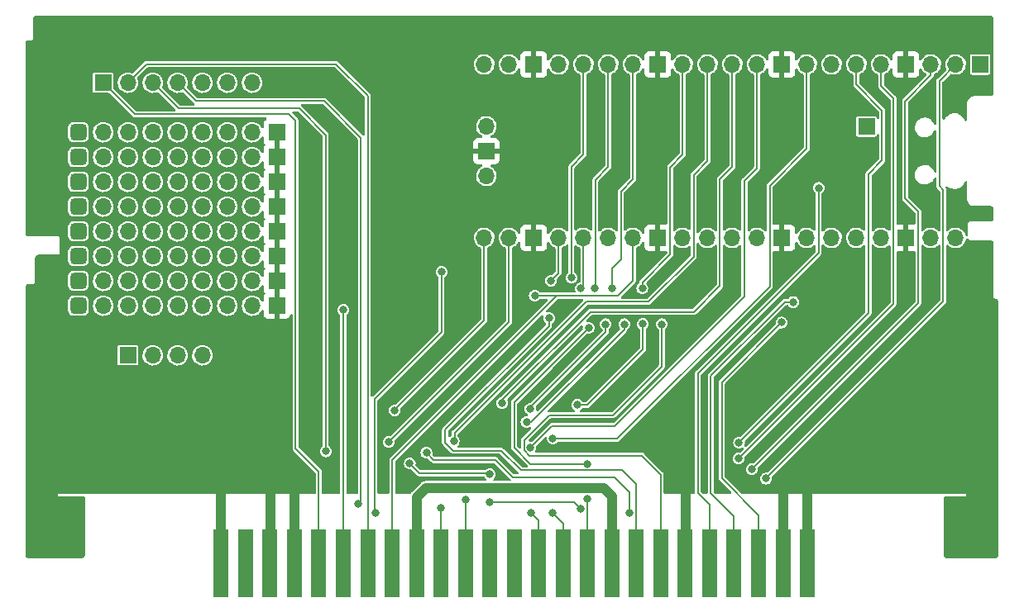
<source format=gbl>
G04 #@! TF.GenerationSoftware,KiCad,Pcbnew,(6.0.6)*
G04 #@! TF.CreationDate,2022-06-26T02:56:31+02:00*
G04 #@! TF.ProjectId,picocart64_v1_lite,7069636f-6361-4727-9436-345f76315f6c,rev?*
G04 #@! TF.SameCoordinates,Original*
G04 #@! TF.FileFunction,Copper,L2,Bot*
G04 #@! TF.FilePolarity,Positive*
%FSLAX46Y46*%
G04 Gerber Fmt 4.6, Leading zero omitted, Abs format (unit mm)*
G04 Created by KiCad (PCBNEW (6.0.6)) date 2022-06-26 02:56:31*
%MOMM*%
%LPD*%
G01*
G04 APERTURE LIST*
G04 Aperture macros list*
%AMRoundRect*
0 Rectangle with rounded corners*
0 $1 Rounding radius*
0 $2 $3 $4 $5 $6 $7 $8 $9 X,Y pos of 4 corners*
0 Add a 4 corners polygon primitive as box body*
4,1,4,$2,$3,$4,$5,$6,$7,$8,$9,$2,$3,0*
0 Add four circle primitives for the rounded corners*
1,1,$1+$1,$2,$3*
1,1,$1+$1,$4,$5*
1,1,$1+$1,$6,$7*
1,1,$1+$1,$8,$9*
0 Add four rect primitives between the rounded corners*
20,1,$1+$1,$2,$3,$4,$5,0*
20,1,$1+$1,$4,$5,$6,$7,0*
20,1,$1+$1,$6,$7,$8,$9,0*
20,1,$1+$1,$8,$9,$2,$3,0*%
G04 Aperture macros list end*
G04 #@! TA.AperFunction,ComponentPad*
%ADD10C,2.500000*%
G04 #@! TD*
G04 #@! TA.AperFunction,ComponentPad*
%ADD11R,1.700000X1.700000*%
G04 #@! TD*
G04 #@! TA.AperFunction,ComponentPad*
%ADD12O,1.700000X1.700000*%
G04 #@! TD*
G04 #@! TA.AperFunction,ComponentPad*
%ADD13RoundRect,0.425000X0.425000X-0.425000X0.425000X0.425000X-0.425000X0.425000X-0.425000X-0.425000X0*%
G04 #@! TD*
G04 #@! TA.AperFunction,SMDPad,CuDef*
%ADD14R,1.500000X7.000000*%
G04 #@! TD*
G04 #@! TA.AperFunction,ViaPad*
%ADD15C,0.800000*%
G04 #@! TD*
G04 #@! TA.AperFunction,Conductor*
%ADD16C,1.000000*%
G04 #@! TD*
G04 #@! TA.AperFunction,Conductor*
%ADD17C,0.203200*%
G04 #@! TD*
G04 #@! TA.AperFunction,Conductor*
%ADD18C,1.016000*%
G04 #@! TD*
G04 APERTURE END LIST*
D10*
X102850000Y-112600000D03*
X197650000Y-112600000D03*
D11*
X197939990Y-65199997D03*
X186300000Y-71550000D03*
X110705000Y-95000000D03*
D12*
X113245000Y-95000000D03*
X115785000Y-95000000D03*
X118325000Y-95000000D03*
X115785000Y-74680000D03*
X110705000Y-79760000D03*
X108165000Y-89920000D03*
X115785000Y-72140000D03*
X108165000Y-82300000D03*
X110705000Y-84840000D03*
X115785000Y-84840000D03*
X123405000Y-77220000D03*
X118325000Y-72140000D03*
X108165000Y-72140000D03*
X120865000Y-77220000D03*
X108165000Y-84840000D03*
X110705000Y-72140000D03*
X123405000Y-82300000D03*
X113245000Y-74680000D03*
X108165000Y-77220000D03*
X115785000Y-79760000D03*
X118325000Y-77220000D03*
X115785000Y-82300000D03*
X120865000Y-89920000D03*
X120865000Y-87380000D03*
X120865000Y-84840000D03*
X113245000Y-77220000D03*
X115785000Y-87380000D03*
X110705000Y-82300000D03*
X108165000Y-87380000D03*
X118325000Y-79760000D03*
X110705000Y-74680000D03*
X108165000Y-79760000D03*
X123405000Y-79760000D03*
X113245000Y-87380000D03*
X115785000Y-89920000D03*
X110705000Y-77220000D03*
X123405000Y-72140000D03*
X120865000Y-72140000D03*
X113245000Y-79760000D03*
X113245000Y-72140000D03*
X123405000Y-87380000D03*
X115785000Y-77220000D03*
X123405000Y-84840000D03*
X113245000Y-84840000D03*
X113245000Y-82300000D03*
X118325000Y-89920000D03*
X118325000Y-87380000D03*
X118325000Y-82300000D03*
X108165000Y-74680000D03*
X110705000Y-89920000D03*
X110705000Y-87380000D03*
X113245000Y-89920000D03*
X120865000Y-79760000D03*
X123405000Y-74680000D03*
X120865000Y-82300000D03*
X120865000Y-74680000D03*
X123405000Y-89920000D03*
X118325000Y-84840000D03*
X118325000Y-74680000D03*
D13*
X105625000Y-79760000D03*
X105625000Y-72140000D03*
X105625000Y-87380000D03*
X105625000Y-89920000D03*
X105625000Y-84840000D03*
X105625000Y-82300000D03*
X105625000Y-74680000D03*
X105625000Y-77220000D03*
D11*
X125945000Y-87380000D03*
X125945000Y-74680000D03*
X125945000Y-72140000D03*
X125945000Y-89920000D03*
X125945000Y-84840000D03*
X125945000Y-82300000D03*
X125945000Y-77220000D03*
X125945000Y-79760000D03*
D12*
X195418600Y-65185000D03*
X192878600Y-65185000D03*
D11*
X190338600Y-65185000D03*
D12*
X187798600Y-65185000D03*
X185258600Y-65185000D03*
X182718600Y-65185000D03*
X180178600Y-65185000D03*
D11*
X177638600Y-65185000D03*
D12*
X175098600Y-65185000D03*
X172558600Y-65185000D03*
X170018600Y-65185000D03*
X167478600Y-65185000D03*
D11*
X164938600Y-65185000D03*
D12*
X162398600Y-65185000D03*
X159858600Y-65185000D03*
X157318600Y-65185000D03*
X154778600Y-65185000D03*
D11*
X152238600Y-65185000D03*
D12*
X149698600Y-65185000D03*
X147158600Y-65185000D03*
X147158600Y-82965000D03*
X149698600Y-82965000D03*
D11*
X152238600Y-82965000D03*
D12*
X154778600Y-82965000D03*
X157318600Y-82965000D03*
X159858600Y-82965000D03*
X162398600Y-82965000D03*
D11*
X164938600Y-82965000D03*
D12*
X167478600Y-82965000D03*
X170018600Y-82965000D03*
X172558600Y-82965000D03*
X175098600Y-82965000D03*
D11*
X177638600Y-82965000D03*
D12*
X180178600Y-82965000D03*
X182718600Y-82965000D03*
X185258600Y-82965000D03*
X187798600Y-82965000D03*
D11*
X190338600Y-82965000D03*
D12*
X192878600Y-82965000D03*
X195418600Y-82965000D03*
X147388600Y-71535000D03*
D11*
X147388600Y-74075000D03*
D12*
X147388600Y-76615000D03*
D11*
X108165000Y-67060000D03*
D12*
X110705000Y-67060000D03*
X113245000Y-67060000D03*
X115785000Y-67060000D03*
X118325000Y-67060000D03*
X120865000Y-67060000D03*
X123405000Y-67060000D03*
D14*
X180241000Y-116332000D03*
X177741000Y-116332000D03*
X175241000Y-116332000D03*
X172741000Y-116332000D03*
X170241000Y-116332000D03*
X167741000Y-116332000D03*
X165241000Y-116332000D03*
X162741000Y-116332000D03*
X160241000Y-116332000D03*
X157741000Y-116332000D03*
X155241000Y-116332000D03*
X152741000Y-116332000D03*
X150241000Y-116332000D03*
X147741000Y-116332000D03*
X145241000Y-116332000D03*
X142741000Y-116332000D03*
X140241000Y-116332000D03*
X137741000Y-116332000D03*
X135241000Y-116332000D03*
X132741000Y-116332000D03*
X130241000Y-116332000D03*
X127741000Y-116332000D03*
X125241000Y-116332000D03*
X122741000Y-116332000D03*
X120241000Y-116332000D03*
D15*
X102108000Y-105156000D03*
X180250000Y-111350000D03*
X180250000Y-108800000D03*
X177750000Y-111350000D03*
X177750000Y-108750000D03*
X167750000Y-108800000D03*
X167750000Y-110050000D03*
X127750000Y-111350000D03*
X127750000Y-108250000D03*
X125250000Y-108150000D03*
X125250000Y-111350000D03*
X120250000Y-111350000D03*
X120250000Y-108200000D03*
X130810000Y-63336550D03*
X140905318Y-73660000D03*
X181610000Y-68538966D03*
X115589704Y-102837791D03*
X185420000Y-87607667D03*
X190500000Y-87630000D03*
X105410000Y-63500000D03*
X198000000Y-108000000D03*
X177380000Y-80364914D03*
X192620000Y-80364914D03*
X110490000Y-107937495D03*
X115570000Y-107917791D03*
X187960000Y-87627371D03*
X157480000Y-80447786D03*
X167640000Y-104140000D03*
X165100000Y-68580000D03*
X177800000Y-104750000D03*
X176530000Y-95885000D03*
X140905318Y-79125000D03*
X105429704Y-102870000D03*
X148590000Y-90170000D03*
X168910000Y-68573174D03*
X129150000Y-100650000D03*
X125730000Y-102814488D03*
X182460000Y-80308167D03*
X149860000Y-80495075D03*
X110545560Y-97777495D03*
X115570000Y-63459124D03*
X155575000Y-90170000D03*
X171450000Y-68573175D03*
X132600000Y-88300000D03*
X170395000Y-90555000D03*
X179920000Y-80336540D03*
X187958792Y-80395000D03*
X120650000Y-63418266D03*
X172720000Y-80376852D03*
X162560000Y-80447786D03*
X115625560Y-97757791D03*
X158115000Y-97790000D03*
X141820000Y-103255000D03*
X195160000Y-80336540D03*
X176530000Y-68550369D03*
X190080000Y-80393288D03*
X194345856Y-97790000D03*
X173990000Y-68561772D03*
X120669704Y-102818088D03*
X148805000Y-103255000D03*
X145415000Y-90170000D03*
X169125000Y-88015000D03*
X129200000Y-82350000D03*
X163830000Y-101985000D03*
X120705560Y-97738088D03*
X135890000Y-63295692D03*
X194310000Y-102870000D03*
X182880000Y-87587963D03*
X192405000Y-69850000D03*
X154940000Y-80471430D03*
X176350000Y-103550000D03*
X198000000Y-109000000D03*
X151130000Y-90170000D03*
X170180000Y-80400496D03*
X140946176Y-68580000D03*
X166300000Y-106050000D03*
X125730000Y-63377408D03*
X105410000Y-107950000D03*
X179705000Y-106045000D03*
X132600000Y-82200000D03*
X187960000Y-97759352D03*
X105465560Y-97790000D03*
X110509704Y-102857495D03*
X167640000Y-80424141D03*
X160655000Y-99060000D03*
X147066000Y-80518000D03*
X102108000Y-106680000D03*
X129200000Y-92450000D03*
X125765856Y-97734488D03*
X110490000Y-63499982D03*
X140970000Y-63254834D03*
X130950000Y-104850000D03*
X136000000Y-111200000D03*
X142800000Y-86450000D03*
X160241000Y-110259000D03*
X140241000Y-110259000D03*
X140241000Y-111259000D03*
X160241000Y-111252000D03*
X152350000Y-88900000D03*
X134300000Y-110250000D03*
X176000000Y-107650000D03*
X174550000Y-106700000D03*
X173200000Y-105600000D03*
X173250000Y-103950000D03*
X154200000Y-103550000D03*
X151900000Y-104450000D03*
X149000000Y-99900000D03*
X144050000Y-103800000D03*
X142750000Y-110700000D03*
X163410000Y-91800000D03*
X156700000Y-100100000D03*
X145250000Y-109800000D03*
X163350000Y-88150000D03*
X160250000Y-88150000D03*
X151500000Y-101850000D03*
X161505000Y-91825000D03*
X151950000Y-111150000D03*
X159600000Y-91825000D03*
X154200000Y-111200000D03*
X151900000Y-100500000D03*
X158500000Y-88100000D03*
X165350000Y-91825000D03*
X156100000Y-87053500D03*
X181400000Y-77855000D03*
X178800000Y-89550000D03*
X177600000Y-91650000D03*
X138000000Y-100650000D03*
X162050000Y-111200000D03*
X141250000Y-105000000D03*
X147750000Y-107200000D03*
X147750000Y-110050000D03*
X137400000Y-103900000D03*
X139550000Y-106100000D03*
X157050000Y-110750000D03*
X154000000Y-87350000D03*
X153800000Y-91200000D03*
X157850000Y-92200000D03*
X157050000Y-88150000D03*
X157750000Y-109700000D03*
X157700000Y-106150000D03*
X132750000Y-90350000D03*
D16*
X120250000Y-116000000D02*
X120250000Y-108200000D01*
X125250000Y-116000000D02*
X125250000Y-108150000D01*
X127750000Y-116000000D02*
X127750000Y-108250000D01*
X180250000Y-116000000D02*
X180250000Y-108712000D01*
X167750000Y-116000000D02*
X167750000Y-108712000D01*
X177750000Y-116000000D02*
X177750000Y-108762000D01*
D17*
X130950000Y-104850000D02*
X130950000Y-72432500D01*
X130950000Y-72432500D02*
X128217500Y-69700000D01*
X115885000Y-69700000D02*
X113245000Y-67060000D01*
X128217500Y-69700000D02*
X115885000Y-69700000D01*
X135944400Y-111144400D02*
X136000000Y-111200000D01*
X142800000Y-92600000D02*
X135944400Y-99455600D01*
X135944400Y-99455600D02*
X135944400Y-111144400D01*
X142800000Y-86450000D02*
X142800000Y-92600000D01*
D18*
X159400000Y-108600000D02*
X141200000Y-108600000D01*
X141200000Y-108600000D02*
X140241000Y-109559000D01*
X160241000Y-110259000D02*
X160241000Y-109441000D01*
X140241000Y-109559000D02*
X140241000Y-110259000D01*
X140250000Y-110250000D02*
X140241000Y-110259000D01*
X160241000Y-116332000D02*
X160241000Y-110259000D01*
X140241000Y-116332000D02*
X140241000Y-110259000D01*
X160241000Y-109441000D02*
X159400000Y-108600000D01*
D17*
X135241000Y-68391000D02*
X135241000Y-116332000D01*
X112615000Y-65150000D02*
X132000000Y-65150000D01*
X110705000Y-67060000D02*
X112615000Y-65150000D01*
X132000000Y-65150000D02*
X135241000Y-68391000D01*
X152350000Y-88900000D02*
X155700000Y-88900000D01*
X160850000Y-88900000D02*
X155700000Y-88900000D01*
X137741000Y-105759000D02*
X137741000Y-116332000D01*
X154600000Y-88900000D02*
X137741000Y-105759000D01*
X162398600Y-82965000D02*
X162398600Y-87351400D01*
X155700000Y-88900000D02*
X154600000Y-88900000D01*
X162398600Y-87351400D02*
X160850000Y-88900000D01*
X130782500Y-68950000D02*
X134550000Y-72717500D01*
X134550000Y-110000000D02*
X134300000Y-110250000D01*
X134550000Y-72717500D02*
X134550000Y-110000000D01*
X117675000Y-68950000D02*
X130782500Y-68950000D01*
X115785000Y-67060000D02*
X117675000Y-68950000D01*
X194150000Y-89500000D02*
X194150000Y-78051601D01*
X176000000Y-107650000D02*
X194150000Y-89500000D01*
X194150000Y-78051601D02*
X193750000Y-77651601D01*
X193750000Y-66853600D02*
X195418600Y-65185000D01*
X193750000Y-77651601D02*
X193750000Y-66853600D01*
X190244404Y-68962396D02*
X192878600Y-66328200D01*
X190244404Y-78944404D02*
X190244404Y-68962396D01*
X191600000Y-89650000D02*
X191600000Y-80300000D01*
X191600000Y-80300000D02*
X190244404Y-78944404D01*
X174550000Y-106700000D02*
X191600000Y-89650000D01*
X192878600Y-66328200D02*
X192878600Y-65185000D01*
X189050000Y-68652800D02*
X187798600Y-67401400D01*
X187798600Y-67401400D02*
X187798600Y-65185000D01*
X173200000Y-105600000D02*
X189050000Y-89750000D01*
X189050000Y-89750000D02*
X189050000Y-68652800D01*
X187900000Y-75050000D02*
X187900000Y-69900000D01*
X186500000Y-90700000D02*
X186500000Y-76450000D01*
X186500000Y-76450000D02*
X187900000Y-75050000D01*
X187900000Y-69900000D02*
X185258600Y-67258600D01*
X173250000Y-103950000D02*
X186500000Y-90700000D01*
X185258600Y-67258600D02*
X185258600Y-65185000D01*
X180178600Y-73821400D02*
X180178600Y-65185000D01*
X154200000Y-103550000D02*
X160800000Y-103550000D01*
X176400000Y-77600000D02*
X180178600Y-73821400D01*
X176400000Y-87950000D02*
X176400000Y-77600000D01*
X160800000Y-103550000D02*
X176400000Y-87950000D01*
X151900000Y-104450000D02*
X154100000Y-102250000D01*
X175098600Y-75826400D02*
X175098600Y-65185000D01*
X160550000Y-102250000D02*
X173800000Y-89000000D01*
X154100000Y-102250000D02*
X160550000Y-102250000D01*
X173800000Y-89000000D02*
X173800000Y-77125000D01*
X173800000Y-77125000D02*
X175098600Y-75826400D01*
X149000000Y-99600000D02*
X158045000Y-90555000D01*
X172558600Y-75726400D02*
X172558600Y-65185000D01*
X168645000Y-90555000D02*
X171300000Y-87900000D01*
X158045000Y-90555000D02*
X168645000Y-90555000D01*
X171300000Y-76985000D02*
X172558600Y-75726400D01*
X149000000Y-99900000D02*
X149000000Y-99600000D01*
X171300000Y-87900000D02*
X171300000Y-76985000D01*
X170018600Y-75091400D02*
X170018600Y-65185000D01*
X142741000Y-110709000D02*
X142741000Y-116332000D01*
X157600000Y-89500000D02*
X164000000Y-89500000D01*
X144151106Y-103698894D02*
X144151106Y-102948894D01*
X168600000Y-84900000D02*
X168600000Y-76510000D01*
X144151106Y-102948894D02*
X157600000Y-89500000D01*
X164000000Y-89500000D02*
X168600000Y-84900000D01*
X144050000Y-103800000D02*
X144151106Y-103698894D01*
X142750000Y-110700000D02*
X142741000Y-110709000D01*
X168600000Y-76510000D02*
X170018600Y-75091400D01*
X163350000Y-87550000D02*
X166200000Y-84700000D01*
X166200000Y-75735000D02*
X167478600Y-74456400D01*
X167478600Y-74456400D02*
X167478600Y-65185000D01*
X145241000Y-109809000D02*
X145241000Y-116332000D01*
X163410000Y-91800000D02*
X163410000Y-94400000D01*
X157710000Y-100100000D02*
X156700000Y-100100000D01*
X163410000Y-94400000D02*
X157710000Y-100100000D01*
X166200000Y-84700000D02*
X166200000Y-75735000D01*
X163350000Y-88150000D02*
X163350000Y-87550000D01*
X145250000Y-109800000D02*
X145241000Y-109809000D01*
X152741000Y-111941000D02*
X152741000Y-116332000D01*
X161150000Y-85200000D02*
X161150000Y-78245000D01*
X160250000Y-88150000D02*
X160250000Y-86100000D01*
X161505000Y-92345000D02*
X152000000Y-101850000D01*
X162398600Y-76996400D02*
X162398600Y-65185000D01*
X160250000Y-86100000D02*
X161150000Y-85200000D01*
X152000000Y-101850000D02*
X151500000Y-101850000D01*
X151950000Y-111150000D02*
X152741000Y-111941000D01*
X161150000Y-78245000D02*
X162398600Y-76996400D01*
X161505000Y-91825000D02*
X161505000Y-92345000D01*
X159600000Y-91825000D02*
X159600000Y-92650000D01*
X158500000Y-88100000D02*
X158550000Y-88050000D01*
X158550000Y-88050000D02*
X158550000Y-77035000D01*
X159858600Y-75726400D02*
X159858600Y-65185000D01*
X158550000Y-77035000D02*
X159858600Y-75726400D01*
X159600000Y-92650000D02*
X151900000Y-100350000D01*
X155241000Y-112241000D02*
X155241000Y-116332000D01*
X154200000Y-111200000D02*
X155241000Y-112241000D01*
X151900000Y-100350000D02*
X151900000Y-100500000D01*
X163300000Y-105300000D02*
X165241000Y-107241000D01*
X151246000Y-103704000D02*
X151246000Y-104720896D01*
X156100000Y-87053500D02*
X156100000Y-75675000D01*
X153800000Y-101150000D02*
X151246000Y-103704000D01*
X156100000Y-75675000D02*
X157318600Y-74456400D01*
X157318600Y-74456400D02*
X157318600Y-65185000D01*
X151825104Y-105300000D02*
X163300000Y-105300000D01*
X165350000Y-96150000D02*
X160350000Y-101150000D01*
X160350000Y-101150000D02*
X153800000Y-101150000D01*
X151246000Y-104720896D02*
X151825104Y-105300000D01*
X165350000Y-91825000D02*
X165350000Y-96150000D01*
X165241000Y-107241000D02*
X165241000Y-116332000D01*
X181400000Y-84500000D02*
X169050000Y-96850000D01*
X181400000Y-77855000D02*
X181400000Y-84500000D01*
X170241000Y-110341000D02*
X170241000Y-116332000D01*
X169050000Y-96850000D02*
X169050000Y-109150000D01*
X169050000Y-109150000D02*
X170241000Y-110341000D01*
X172741000Y-111541000D02*
X172741000Y-116332000D01*
X170350000Y-97150000D02*
X170350000Y-109150000D01*
X170350000Y-109150000D02*
X172741000Y-111541000D01*
X178800000Y-89550000D02*
X177950000Y-89550000D01*
X177950000Y-89550000D02*
X170350000Y-97150000D01*
X177600000Y-91650000D02*
X171500000Y-97750000D01*
X171500000Y-97750000D02*
X171500000Y-107650000D01*
X175241000Y-111391000D02*
X175241000Y-116332000D01*
X171500000Y-107650000D02*
X175241000Y-111391000D01*
X160500000Y-107500000D02*
X162050000Y-109050000D01*
X147158600Y-91441400D02*
X147158600Y-82965000D01*
X142000000Y-105750000D02*
X148350000Y-105750000D01*
X162050000Y-109050000D02*
X162050000Y-111200000D01*
X138000000Y-100600000D02*
X147158600Y-91441400D01*
X138000000Y-100650000D02*
X138000000Y-100600000D01*
X150100000Y-107500000D02*
X160500000Y-107500000D01*
X141250000Y-105000000D02*
X142000000Y-105750000D01*
X148350000Y-105750000D02*
X150100000Y-107500000D01*
X157050000Y-110750000D02*
X156350000Y-110050000D01*
X149698600Y-91601400D02*
X149698600Y-82965000D01*
X137400000Y-103900000D02*
X149698600Y-91601400D01*
X156350000Y-110050000D02*
X147750000Y-110050000D01*
X139550000Y-106100000D02*
X140550000Y-107100000D01*
X147650000Y-107100000D02*
X147750000Y-107200000D01*
X140550000Y-107100000D02*
X147650000Y-107100000D01*
X148900000Y-104800000D02*
X150904000Y-106804000D01*
X150904000Y-106804000D02*
X161304000Y-106804000D01*
X153800000Y-91200000D02*
X153800000Y-92000000D01*
X162741000Y-108241000D02*
X162741000Y-116332000D01*
X144000000Y-104800000D02*
X148900000Y-104800000D01*
X143150000Y-102650000D02*
X143150000Y-103950000D01*
X143150000Y-103950000D02*
X144000000Y-104800000D01*
X154778600Y-86571400D02*
X154778600Y-82965000D01*
X161304000Y-106804000D02*
X162741000Y-108241000D01*
X154000000Y-87350000D02*
X154778600Y-86571400D01*
X153800000Y-92000000D02*
X143150000Y-102650000D01*
X157318600Y-87881400D02*
X157318600Y-82965000D01*
X151900000Y-106150000D02*
X157700000Y-106150000D01*
X150250000Y-99800000D02*
X150250000Y-104500000D01*
X157050000Y-88150000D02*
X157318600Y-87881400D01*
X157750000Y-109700000D02*
X157741000Y-109709000D01*
X150250000Y-104500000D02*
X151900000Y-106150000D01*
X157850000Y-92200000D02*
X150250000Y-99800000D01*
X157741000Y-109709000D02*
X157741000Y-116332000D01*
X132741000Y-90359000D02*
X132741000Y-116332000D01*
X132750000Y-90350000D02*
X132741000Y-90359000D01*
X130241000Y-116332000D02*
X130241000Y-106941000D01*
X130241000Y-106941000D02*
X127850000Y-104550000D01*
X127850000Y-104550000D02*
X127850000Y-70957500D01*
X111405000Y-70300000D02*
X108165000Y-67060000D01*
X127192500Y-70300000D02*
X111405000Y-70300000D01*
X127850000Y-70957500D02*
X127192500Y-70300000D01*
G04 #@! TA.AperFunction,Conductor*
G36*
X198980243Y-60202466D02*
G01*
X198985811Y-60202476D01*
X198999641Y-60205656D01*
X199010806Y-60203130D01*
X199022451Y-60204056D01*
X199072845Y-60212038D01*
X199110330Y-60224218D01*
X199158264Y-60248641D01*
X199190155Y-60271812D01*
X199228188Y-60309845D01*
X199251359Y-60341736D01*
X199275781Y-60389668D01*
X199287963Y-60427159D01*
X199295952Y-60477604D01*
X199296827Y-60488842D01*
X199294344Y-60499641D01*
X199297475Y-60513480D01*
X199297467Y-60518407D01*
X199299483Y-60536491D01*
X199297805Y-64148114D01*
X199295969Y-68101288D01*
X199295965Y-68109331D01*
X199293982Y-68126760D01*
X199293972Y-68132242D01*
X199290791Y-68146069D01*
X199293316Y-68157233D01*
X199292387Y-68168889D01*
X199284404Y-68219270D01*
X199272222Y-68256758D01*
X199247793Y-68304698D01*
X199224623Y-68336586D01*
X199186586Y-68374623D01*
X199154698Y-68397793D01*
X199106758Y-68422222D01*
X199069271Y-68434404D01*
X199059856Y-68435896D01*
X199018828Y-68442397D01*
X199007587Y-68443273D01*
X198996787Y-68440791D01*
X198982949Y-68443923D01*
X198978528Y-68443916D01*
X198959853Y-68446023D01*
X198445436Y-68447101D01*
X197337292Y-68449422D01*
X197308574Y-68446166D01*
X197300718Y-68444345D01*
X197300000Y-68444344D01*
X197293070Y-68445925D01*
X197291703Y-68446078D01*
X197278444Y-68448234D01*
X197168841Y-68459029D01*
X197162678Y-68459636D01*
X197156760Y-68461431D01*
X197156756Y-68461432D01*
X197098091Y-68479228D01*
X197030633Y-68499691D01*
X197025183Y-68502604D01*
X197025181Y-68502605D01*
X196993266Y-68519664D01*
X196908940Y-68564738D01*
X196904157Y-68568664D01*
X196904153Y-68568666D01*
X196807608Y-68647898D01*
X196802275Y-68652275D01*
X196798353Y-68657054D01*
X196718666Y-68754153D01*
X196718664Y-68754157D01*
X196714738Y-68758940D01*
X196649691Y-68880633D01*
X196609636Y-69012678D01*
X196609029Y-69018841D01*
X196598288Y-69127897D01*
X196597530Y-69132534D01*
X196597525Y-69135652D01*
X196597497Y-69135931D01*
X196594344Y-69149641D01*
X196597476Y-69163480D01*
X196597467Y-69168311D01*
X196599500Y-69186504D01*
X196599500Y-70873517D01*
X196579498Y-70941638D01*
X196525842Y-70988131D01*
X196455568Y-70998235D01*
X196390988Y-70968741D01*
X196355288Y-70917128D01*
X196333471Y-70857991D01*
X196331473Y-70852575D01*
X196327091Y-70845210D01*
X196226316Y-70675821D01*
X196226315Y-70675820D01*
X196223362Y-70670856D01*
X196083945Y-70511881D01*
X195917892Y-70380976D01*
X195912781Y-70378287D01*
X195912778Y-70378285D01*
X195817962Y-70328400D01*
X195730764Y-70282523D01*
X195528827Y-70219820D01*
X195506649Y-70217195D01*
X195360832Y-70199936D01*
X195360825Y-70199936D01*
X195357145Y-70199500D01*
X195234959Y-70199500D01*
X195078040Y-70213919D01*
X195072478Y-70215488D01*
X195072476Y-70215488D01*
X195016375Y-70231310D01*
X194874531Y-70271314D01*
X194869353Y-70273867D01*
X194869349Y-70273869D01*
X194694108Y-70360289D01*
X194684890Y-70364835D01*
X194515467Y-70491349D01*
X194371937Y-70646619D01*
X194368856Y-70651502D01*
X194354545Y-70674184D01*
X194288134Y-70779439D01*
X194284662Y-70784941D01*
X194231395Y-70831879D01*
X194161208Y-70842568D01*
X194096383Y-70813613D01*
X194057504Y-70754209D01*
X194052100Y-70717705D01*
X194052100Y-67030924D01*
X194072102Y-66962803D01*
X194089005Y-66941829D01*
X194853931Y-66176903D01*
X194916243Y-66142877D01*
X194992713Y-66150461D01*
X194995998Y-66152297D01*
X195083069Y-66180588D01*
X195186071Y-66214056D01*
X195186075Y-66214057D01*
X195191929Y-66215959D01*
X195396494Y-66240351D01*
X195402629Y-66239879D01*
X195402631Y-66239879D01*
X195458639Y-66235569D01*
X195601900Y-66224546D01*
X195607830Y-66222890D01*
X195607832Y-66222890D01*
X195754459Y-66181951D01*
X195800325Y-66169145D01*
X195805814Y-66166372D01*
X195805820Y-66166370D01*
X195977457Y-66079669D01*
X195984210Y-66076258D01*
X195992547Y-66069745D01*
X196889490Y-66069745D01*
X196890697Y-66075813D01*
X196893485Y-66089827D01*
X196901123Y-66128228D01*
X196945438Y-66194549D01*
X197011759Y-66238864D01*
X197023928Y-66241285D01*
X197023929Y-66241285D01*
X197064174Y-66249290D01*
X197070242Y-66250497D01*
X198809738Y-66250497D01*
X198815806Y-66249290D01*
X198856051Y-66241285D01*
X198856052Y-66241285D01*
X198868221Y-66238864D01*
X198934542Y-66194549D01*
X198978857Y-66128228D01*
X198986496Y-66089827D01*
X198989283Y-66075813D01*
X198990490Y-66069745D01*
X198990490Y-64330249D01*
X198985585Y-64305588D01*
X198981278Y-64283936D01*
X198981278Y-64283935D01*
X198978857Y-64271766D01*
X198934542Y-64205445D01*
X198868221Y-64161130D01*
X198856052Y-64158709D01*
X198856051Y-64158709D01*
X198815806Y-64150704D01*
X198809738Y-64149497D01*
X197070242Y-64149497D01*
X197064174Y-64150704D01*
X197023929Y-64158709D01*
X197023928Y-64158709D01*
X197011759Y-64161130D01*
X196945438Y-64205445D01*
X196901123Y-64271766D01*
X196898702Y-64283935D01*
X196898702Y-64283936D01*
X196894395Y-64305588D01*
X196889490Y-64330249D01*
X196889490Y-66069745D01*
X195992547Y-66069745D01*
X196075414Y-66005002D01*
X196146551Y-65949424D01*
X196281164Y-65793472D01*
X196301987Y-65756818D01*
X196379876Y-65619707D01*
X196382923Y-65614344D01*
X196447951Y-65418863D01*
X196473771Y-65214474D01*
X196474183Y-65185000D01*
X196454080Y-64979970D01*
X196394535Y-64782749D01*
X196297818Y-64600849D01*
X196224459Y-64510902D01*
X196171506Y-64445975D01*
X196171503Y-64445972D01*
X196167611Y-64441200D01*
X196150386Y-64426950D01*
X196013625Y-64313811D01*
X196013621Y-64313809D01*
X196008875Y-64309882D01*
X195827655Y-64211897D01*
X195630854Y-64150977D01*
X195624729Y-64150333D01*
X195624728Y-64150333D01*
X195432098Y-64130087D01*
X195432096Y-64130087D01*
X195425969Y-64129443D01*
X195339129Y-64137346D01*
X195226942Y-64147555D01*
X195226939Y-64147556D01*
X195220803Y-64148114D01*
X195023172Y-64206280D01*
X194840602Y-64301726D01*
X194835801Y-64305586D01*
X194835798Y-64305588D01*
X194825571Y-64313811D01*
X194680047Y-64430815D01*
X194547624Y-64588630D01*
X194544656Y-64594028D01*
X194544653Y-64594033D01*
X194453322Y-64760166D01*
X194448376Y-64769162D01*
X194386084Y-64965532D01*
X194385398Y-64971649D01*
X194385397Y-64971653D01*
X194363807Y-65164137D01*
X194363120Y-65170262D01*
X194380359Y-65375553D01*
X194437144Y-65573586D01*
X194451374Y-65601276D01*
X194464722Y-65671003D01*
X194438252Y-65736881D01*
X194428403Y-65747963D01*
X193573635Y-66602731D01*
X193571561Y-66604521D01*
X193566760Y-66606868D01*
X193558848Y-66615397D01*
X193558847Y-66615398D01*
X193533266Y-66642975D01*
X193529986Y-66646380D01*
X193516515Y-66659851D01*
X193513783Y-66663834D01*
X193511421Y-66666524D01*
X193500409Y-66678396D01*
X193490223Y-66689376D01*
X193485912Y-66700181D01*
X193483484Y-66704022D01*
X193477443Y-66715336D01*
X193475600Y-66719494D01*
X193469020Y-66729087D01*
X193463287Y-66753245D01*
X193457723Y-66770837D01*
X193448520Y-66793905D01*
X193447900Y-66800228D01*
X193447900Y-66803337D01*
X193447898Y-66803356D01*
X193447750Y-66806379D01*
X193447545Y-66806369D01*
X193446167Y-66818147D01*
X193445721Y-66827265D01*
X193443034Y-66838587D01*
X193444603Y-66850116D01*
X193444603Y-66850117D01*
X193446749Y-66865885D01*
X193447900Y-66882876D01*
X193447900Y-71277535D01*
X193427898Y-71345656D01*
X193374242Y-71392149D01*
X193303968Y-71402253D01*
X193239388Y-71372759D01*
X193203650Y-71321043D01*
X193162481Y-71209148D01*
X193138101Y-71169827D01*
X193058737Y-71041824D01*
X193058734Y-71041820D01*
X193055374Y-71036401D01*
X192975867Y-70952325D01*
X192920108Y-70893361D01*
X192920107Y-70893360D01*
X192915719Y-70888720D01*
X192761742Y-70780904D01*
X192754451Y-70775799D01*
X192754450Y-70775799D01*
X192749221Y-70772137D01*
X192562681Y-70691414D01*
X192509251Y-70680252D01*
X192368456Y-70650838D01*
X192368451Y-70650837D01*
X192363720Y-70649849D01*
X192358838Y-70649593D01*
X192358729Y-70649587D01*
X192358713Y-70649587D01*
X192357061Y-70649500D01*
X192207800Y-70649500D01*
X192159807Y-70654375D01*
X192062732Y-70664235D01*
X192062730Y-70664235D01*
X192056384Y-70664880D01*
X191862428Y-70725662D01*
X191684656Y-70824203D01*
X191530329Y-70956477D01*
X191526422Y-70961514D01*
X191526420Y-70961516D01*
X191503730Y-70990768D01*
X191405752Y-71117081D01*
X191316013Y-71299455D01*
X191314404Y-71305633D01*
X191314403Y-71305635D01*
X191290813Y-71396200D01*
X191264778Y-71496148D01*
X191262290Y-71543630D01*
X191254721Y-71688063D01*
X191254141Y-71699126D01*
X191284535Y-71900097D01*
X191354719Y-72090852D01*
X191358079Y-72096272D01*
X191358080Y-72096273D01*
X191458463Y-72258176D01*
X191458466Y-72258180D01*
X191461826Y-72263599D01*
X191466212Y-72268237D01*
X191592508Y-72401791D01*
X191601481Y-72411280D01*
X191767979Y-72527863D01*
X191954519Y-72608586D01*
X192000547Y-72618202D01*
X192148744Y-72649162D01*
X192148749Y-72649163D01*
X192153480Y-72650151D01*
X192158362Y-72650407D01*
X192158471Y-72650413D01*
X192158487Y-72650413D01*
X192160139Y-72650500D01*
X192309400Y-72650500D01*
X192357393Y-72645625D01*
X192454468Y-72635765D01*
X192454470Y-72635765D01*
X192460816Y-72635120D01*
X192654772Y-72574338D01*
X192832544Y-72475797D01*
X192986871Y-72343523D01*
X192995297Y-72332661D01*
X193057835Y-72252036D01*
X193111448Y-72182919D01*
X193201187Y-72000545D01*
X193202796Y-71994366D01*
X193203801Y-71991665D01*
X193246291Y-71934787D01*
X193312787Y-71909911D01*
X193382176Y-71924934D01*
X193432428Y-71975086D01*
X193447900Y-72035581D01*
X193447900Y-76127535D01*
X193427898Y-76195656D01*
X193374242Y-76242149D01*
X193303968Y-76252253D01*
X193239388Y-76222759D01*
X193203650Y-76171043D01*
X193203154Y-76169695D01*
X193162481Y-76059148D01*
X193148309Y-76036290D01*
X193058737Y-75891824D01*
X193058734Y-75891820D01*
X193055374Y-75886401D01*
X192954540Y-75779772D01*
X192920108Y-75743361D01*
X192920107Y-75743360D01*
X192915719Y-75738720D01*
X192749221Y-75622137D01*
X192562681Y-75541414D01*
X192497419Y-75527780D01*
X192368456Y-75500838D01*
X192368451Y-75500837D01*
X192363720Y-75499849D01*
X192358838Y-75499593D01*
X192358729Y-75499587D01*
X192358713Y-75499587D01*
X192357061Y-75499500D01*
X192207800Y-75499500D01*
X192180756Y-75502247D01*
X192062732Y-75514235D01*
X192062730Y-75514235D01*
X192056384Y-75514880D01*
X191862428Y-75575662D01*
X191856839Y-75578760D01*
X191851914Y-75581490D01*
X191684656Y-75674203D01*
X191679808Y-75678359D01*
X191679807Y-75678359D01*
X191669393Y-75687285D01*
X191530329Y-75806477D01*
X191526422Y-75811514D01*
X191526420Y-75811516D01*
X191508551Y-75834553D01*
X191405752Y-75967081D01*
X191316013Y-76149455D01*
X191314404Y-76155633D01*
X191314403Y-76155635D01*
X191267097Y-76337247D01*
X191264778Y-76346148D01*
X191261433Y-76409970D01*
X191255548Y-76522285D01*
X191254141Y-76549126D01*
X191284535Y-76750097D01*
X191354719Y-76940852D01*
X191358079Y-76946272D01*
X191358080Y-76946273D01*
X191458463Y-77108176D01*
X191458466Y-77108180D01*
X191461826Y-77113599D01*
X191466212Y-77118237D01*
X191591189Y-77250396D01*
X191601481Y-77261280D01*
X191767979Y-77377863D01*
X191954519Y-77458586D01*
X192000547Y-77468202D01*
X192148744Y-77499162D01*
X192148749Y-77499163D01*
X192153480Y-77500151D01*
X192158362Y-77500407D01*
X192158471Y-77500413D01*
X192158487Y-77500413D01*
X192160139Y-77500500D01*
X192309400Y-77500500D01*
X192357393Y-77495625D01*
X192454468Y-77485765D01*
X192454470Y-77485765D01*
X192460816Y-77485120D01*
X192654772Y-77424338D01*
X192832544Y-77325797D01*
X192986871Y-77193523D01*
X192993005Y-77185616D01*
X193067523Y-77089547D01*
X193111448Y-77032919D01*
X193201187Y-76850545D01*
X193202796Y-76844366D01*
X193203801Y-76841665D01*
X193246291Y-76784787D01*
X193312787Y-76759911D01*
X193382176Y-76774934D01*
X193432428Y-76825086D01*
X193447900Y-76885581D01*
X193447900Y-77598923D01*
X193447700Y-77601649D01*
X193445964Y-77606705D01*
X193447344Y-77643468D01*
X193447811Y-77655904D01*
X193447900Y-77660631D01*
X193447900Y-77679698D01*
X193448784Y-77684446D01*
X193449017Y-77688040D01*
X193449708Y-77706426D01*
X193450186Y-77719167D01*
X193454778Y-77729856D01*
X193455777Y-77734286D01*
X193459503Y-77746552D01*
X193461143Y-77750802D01*
X193463273Y-77762240D01*
X193469377Y-77772142D01*
X193469379Y-77772148D01*
X193476303Y-77783380D01*
X193484808Y-77799751D01*
X193494611Y-77822569D01*
X193498643Y-77827478D01*
X193500838Y-77829673D01*
X193500841Y-77829677D01*
X193502886Y-77831932D01*
X193502733Y-77832071D01*
X193510094Y-77841382D01*
X193516222Y-77848140D01*
X193522326Y-77858043D01*
X193531584Y-77865083D01*
X193544265Y-77874726D01*
X193557092Y-77885927D01*
X193810995Y-78139830D01*
X193845021Y-78202142D01*
X193847900Y-78228925D01*
X193847900Y-82138187D01*
X193827898Y-82206308D01*
X193774242Y-82252801D01*
X193703968Y-82262905D01*
X193639388Y-82233411D01*
X193632494Y-82226971D01*
X193631505Y-82225975D01*
X193627611Y-82221200D01*
X193622862Y-82217271D01*
X193622861Y-82217270D01*
X193473625Y-82093811D01*
X193473621Y-82093808D01*
X193468875Y-82089882D01*
X193287655Y-81991897D01*
X193090854Y-81930977D01*
X193084729Y-81930333D01*
X193084728Y-81930333D01*
X192892098Y-81910087D01*
X192892096Y-81910087D01*
X192885969Y-81909443D01*
X192799129Y-81917346D01*
X192686942Y-81927555D01*
X192686939Y-81927556D01*
X192680803Y-81928114D01*
X192483172Y-81986280D01*
X192300602Y-82081726D01*
X192295801Y-82085586D01*
X192295798Y-82085588D01*
X192144854Y-82206950D01*
X192140047Y-82210815D01*
X192124620Y-82229201D01*
X192065512Y-82268526D01*
X191994524Y-82269652D01*
X191934197Y-82232221D01*
X191903683Y-82168116D01*
X191902100Y-82148208D01*
X191902100Y-80352675D01*
X191902300Y-80349950D01*
X191904036Y-80344895D01*
X191903600Y-80333271D01*
X191903600Y-80333268D01*
X191902189Y-80295697D01*
X191902100Y-80290970D01*
X191902100Y-80271903D01*
X191901216Y-80267155D01*
X191900983Y-80263561D01*
X191900251Y-80244059D01*
X191900250Y-80244057D01*
X191899814Y-80232434D01*
X191895222Y-80221745D01*
X191894223Y-80217315D01*
X191890497Y-80205049D01*
X191888857Y-80200799D01*
X191886727Y-80189361D01*
X191880623Y-80179459D01*
X191880621Y-80179453D01*
X191873697Y-80168221D01*
X191865192Y-80151850D01*
X191855389Y-80129032D01*
X191851356Y-80124123D01*
X191849162Y-80121929D01*
X191849154Y-80121919D01*
X191847118Y-80119674D01*
X191847270Y-80119536D01*
X191839906Y-80110220D01*
X191833780Y-80103463D01*
X191827674Y-80093558D01*
X191805728Y-80076869D01*
X191792907Y-80065674D01*
X190583409Y-78856175D01*
X190549383Y-78793863D01*
X190546504Y-78767080D01*
X190546504Y-69139720D01*
X190566506Y-69071599D01*
X190583409Y-69050625D01*
X193054965Y-66579069D01*
X193057039Y-66577279D01*
X193061840Y-66574932D01*
X193095334Y-66538825D01*
X193098614Y-66535420D01*
X193112085Y-66521949D01*
X193114817Y-66517966D01*
X193117179Y-66515276D01*
X193130465Y-66500953D01*
X193138377Y-66492424D01*
X193142688Y-66481619D01*
X193145116Y-66477778D01*
X193151158Y-66466461D01*
X193152999Y-66462306D01*
X193159580Y-66452713D01*
X193165315Y-66428549D01*
X193170878Y-66410961D01*
X193180080Y-66387895D01*
X193180700Y-66381572D01*
X193180700Y-66378467D01*
X193180702Y-66378451D01*
X193180850Y-66375421D01*
X193181055Y-66375431D01*
X193182434Y-66363652D01*
X193182880Y-66354535D01*
X193185567Y-66343213D01*
X193181851Y-66315907D01*
X193180700Y-66298917D01*
X193180700Y-66285658D01*
X193200702Y-66217537D01*
X193254358Y-66171044D01*
X193255992Y-66170355D01*
X193260325Y-66169145D01*
X193272170Y-66163162D01*
X193437457Y-66079669D01*
X193444210Y-66076258D01*
X193452547Y-66069745D01*
X193535414Y-66005002D01*
X193606551Y-65949424D01*
X193741164Y-65793472D01*
X193761987Y-65756818D01*
X193839876Y-65619707D01*
X193842923Y-65614344D01*
X193907951Y-65418863D01*
X193933771Y-65214474D01*
X193934183Y-65185000D01*
X193914080Y-64979970D01*
X193854535Y-64782749D01*
X193757818Y-64600849D01*
X193684459Y-64510902D01*
X193631506Y-64445975D01*
X193631503Y-64445972D01*
X193627611Y-64441200D01*
X193610386Y-64426950D01*
X193473625Y-64313811D01*
X193473621Y-64313809D01*
X193468875Y-64309882D01*
X193287655Y-64211897D01*
X193090854Y-64150977D01*
X193084729Y-64150333D01*
X193084728Y-64150333D01*
X192892098Y-64130087D01*
X192892096Y-64130087D01*
X192885969Y-64129443D01*
X192799129Y-64137346D01*
X192686942Y-64147555D01*
X192686939Y-64147556D01*
X192680803Y-64148114D01*
X192483172Y-64206280D01*
X192300602Y-64301726D01*
X192295801Y-64305586D01*
X192295798Y-64305588D01*
X192285571Y-64313811D01*
X192140047Y-64430815D01*
X192007624Y-64588630D01*
X192004654Y-64594033D01*
X192004653Y-64594034D01*
X191933014Y-64724345D01*
X191882668Y-64774404D01*
X191813251Y-64789297D01*
X191746802Y-64764296D01*
X191704418Y-64707339D01*
X191696599Y-64663644D01*
X191696599Y-64290331D01*
X191696229Y-64283510D01*
X191690705Y-64232648D01*
X191687079Y-64217396D01*
X191641924Y-64096946D01*
X191633386Y-64081351D01*
X191556885Y-63979276D01*
X191544324Y-63966715D01*
X191442249Y-63890214D01*
X191426654Y-63881676D01*
X191306206Y-63836522D01*
X191290951Y-63832895D01*
X191240086Y-63827369D01*
X191233272Y-63827000D01*
X190610715Y-63827000D01*
X190595476Y-63831475D01*
X190594271Y-63832865D01*
X190592600Y-63840548D01*
X190592600Y-66524884D01*
X190597075Y-66540123D01*
X190598465Y-66541328D01*
X190606148Y-66542999D01*
X191233269Y-66542999D01*
X191240090Y-66542629D01*
X191290952Y-66537105D01*
X191306204Y-66533479D01*
X191426654Y-66488324D01*
X191442249Y-66479786D01*
X191544324Y-66403285D01*
X191556885Y-66390724D01*
X191633386Y-66288649D01*
X191641924Y-66273054D01*
X191687078Y-66152606D01*
X191690705Y-66137351D01*
X191696231Y-66086486D01*
X191696600Y-66079672D01*
X191696600Y-65704192D01*
X191716602Y-65636071D01*
X191770258Y-65589578D01*
X191840532Y-65579474D01*
X191905112Y-65608968D01*
X191934667Y-65646598D01*
X191991312Y-65756818D01*
X192119277Y-65918270D01*
X192123970Y-65922264D01*
X192123971Y-65922265D01*
X192245833Y-66025977D01*
X192276164Y-66051791D01*
X192281542Y-66054797D01*
X192281544Y-66054798D01*
X192420436Y-66132422D01*
X192470142Y-66183115D01*
X192484550Y-66252635D01*
X192459086Y-66318908D01*
X192448061Y-66331505D01*
X190068039Y-68711527D01*
X190065965Y-68713317D01*
X190061164Y-68715664D01*
X190053252Y-68724193D01*
X190053251Y-68724194D01*
X190027670Y-68751771D01*
X190024390Y-68755176D01*
X190010919Y-68768647D01*
X190008187Y-68772630D01*
X190005825Y-68775320D01*
X189994813Y-68787192D01*
X189984627Y-68798172D01*
X189980316Y-68808977D01*
X189977888Y-68812818D01*
X189971847Y-68824132D01*
X189970004Y-68828290D01*
X189963424Y-68837883D01*
X189957691Y-68862041D01*
X189952127Y-68879633D01*
X189942924Y-68902701D01*
X189942304Y-68909024D01*
X189942304Y-68912133D01*
X189942302Y-68912152D01*
X189942154Y-68915175D01*
X189941949Y-68915165D01*
X189940571Y-68926943D01*
X189940125Y-68936061D01*
X189937438Y-68947383D01*
X189939007Y-68958912D01*
X189939007Y-68958913D01*
X189941153Y-68974681D01*
X189942304Y-68991672D01*
X189942304Y-78891726D01*
X189942104Y-78894452D01*
X189940368Y-78899508D01*
X189940805Y-78911136D01*
X189942215Y-78948707D01*
X189942304Y-78953434D01*
X189942304Y-78972501D01*
X189943188Y-78977249D01*
X189943421Y-78980843D01*
X189944141Y-79000000D01*
X189944590Y-79011970D01*
X189949182Y-79022659D01*
X189950181Y-79027089D01*
X189953907Y-79039355D01*
X189955547Y-79043605D01*
X189957677Y-79055043D01*
X189963781Y-79064945D01*
X189963783Y-79064951D01*
X189970707Y-79076183D01*
X189979212Y-79092554D01*
X189989015Y-79115372D01*
X189993047Y-79120281D01*
X189995242Y-79122476D01*
X189995245Y-79122480D01*
X189997290Y-79124735D01*
X189997137Y-79124874D01*
X190004498Y-79134185D01*
X190010626Y-79140943D01*
X190016730Y-79150846D01*
X190025988Y-79157886D01*
X190038669Y-79167529D01*
X190051496Y-79178730D01*
X191260995Y-80388229D01*
X191295021Y-80450541D01*
X191297900Y-80477324D01*
X191297900Y-81481000D01*
X191277898Y-81549121D01*
X191224242Y-81595614D01*
X191171900Y-81607000D01*
X190610715Y-81607000D01*
X190595476Y-81611475D01*
X190594271Y-81612865D01*
X190592600Y-81620548D01*
X190592600Y-84304884D01*
X190597075Y-84320123D01*
X190598465Y-84321328D01*
X190606148Y-84322999D01*
X191171900Y-84322999D01*
X191240021Y-84343001D01*
X191286514Y-84396657D01*
X191297900Y-84448999D01*
X191297900Y-89472677D01*
X191277898Y-89540798D01*
X191260995Y-89561772D01*
X174751625Y-106071141D01*
X174689313Y-106105167D01*
X174646086Y-106106968D01*
X174550000Y-106094318D01*
X174393238Y-106114956D01*
X174247159Y-106175464D01*
X174121718Y-106271718D01*
X174025464Y-106397159D01*
X173964956Y-106543238D01*
X173963878Y-106551426D01*
X173955792Y-106612847D01*
X173944318Y-106700000D01*
X173964956Y-106856762D01*
X174025464Y-107002841D01*
X174121718Y-107128282D01*
X174247159Y-107224536D01*
X174393238Y-107285044D01*
X174550000Y-107305682D01*
X174558188Y-107304604D01*
X174698574Y-107286122D01*
X174706762Y-107285044D01*
X174852841Y-107224536D01*
X174978282Y-107128282D01*
X175074536Y-107002841D01*
X175135044Y-106856762D01*
X175155682Y-106700000D01*
X175143032Y-106603915D01*
X175153971Y-106533768D01*
X175178859Y-106498375D01*
X191776365Y-89900869D01*
X191778439Y-89899079D01*
X191783240Y-89896732D01*
X191816734Y-89860625D01*
X191820014Y-89857220D01*
X191833484Y-89843750D01*
X191836218Y-89839765D01*
X191838587Y-89837067D01*
X191851864Y-89822754D01*
X191859777Y-89814224D01*
X191864087Y-89803421D01*
X191866512Y-89799585D01*
X191872559Y-89788258D01*
X191874399Y-89784106D01*
X191880980Y-89774513D01*
X191886714Y-89750353D01*
X191892277Y-89732763D01*
X191897080Y-89720724D01*
X191901480Y-89709695D01*
X191902100Y-89703372D01*
X191902100Y-89700263D01*
X191902102Y-89700244D01*
X191902250Y-89697221D01*
X191902455Y-89697231D01*
X191903833Y-89685453D01*
X191904279Y-89676335D01*
X191906966Y-89665013D01*
X191903251Y-89637715D01*
X191902100Y-89620724D01*
X191902100Y-83784372D01*
X191922102Y-83716251D01*
X191975758Y-83669758D01*
X192046032Y-83659654D01*
X192110612Y-83689148D01*
X192116371Y-83694604D01*
X192119277Y-83698270D01*
X192123970Y-83702264D01*
X192123971Y-83702265D01*
X192263848Y-83821309D01*
X192276164Y-83831791D01*
X192281542Y-83834797D01*
X192281544Y-83834798D01*
X192338243Y-83866486D01*
X192455998Y-83932297D01*
X192522390Y-83953869D01*
X192646071Y-83994056D01*
X192646075Y-83994057D01*
X192651929Y-83995959D01*
X192856494Y-84020351D01*
X192862629Y-84019879D01*
X192862631Y-84019879D01*
X192918639Y-84015569D01*
X193061900Y-84004546D01*
X193067830Y-84002890D01*
X193067832Y-84002890D01*
X193191704Y-83968304D01*
X193260325Y-83949145D01*
X193265814Y-83946372D01*
X193265820Y-83946370D01*
X193437457Y-83859669D01*
X193444210Y-83856258D01*
X193467242Y-83838264D01*
X193535414Y-83785002D01*
X193606551Y-83729424D01*
X193618393Y-83715705D01*
X193626519Y-83706292D01*
X193686172Y-83667795D01*
X193757168Y-83667660D01*
X193816967Y-83705929D01*
X193846583Y-83770454D01*
X193847900Y-83788623D01*
X193847900Y-89322676D01*
X193827898Y-89390797D01*
X193810995Y-89411771D01*
X176201625Y-107021141D01*
X176139313Y-107055167D01*
X176096086Y-107056968D01*
X176000000Y-107044318D01*
X175946009Y-107051426D01*
X175858711Y-107062919D01*
X175843238Y-107064956D01*
X175697159Y-107125464D01*
X175622544Y-107182718D01*
X175600022Y-107200000D01*
X175571718Y-107221718D01*
X175566695Y-107228264D01*
X175560224Y-107236697D01*
X175475464Y-107347159D01*
X175414956Y-107493238D01*
X175413878Y-107501426D01*
X175405934Y-107561771D01*
X175394318Y-107650000D01*
X175414956Y-107806762D01*
X175475464Y-107952841D01*
X175543941Y-108042082D01*
X175565388Y-108070032D01*
X175571718Y-108078282D01*
X175697159Y-108174536D01*
X175843238Y-108235044D01*
X176000000Y-108255682D01*
X176008188Y-108254604D01*
X176148574Y-108236122D01*
X176156762Y-108235044D01*
X176302841Y-108174536D01*
X176428282Y-108078282D01*
X176434613Y-108070032D01*
X176456059Y-108042082D01*
X176524536Y-107952841D01*
X176585044Y-107806762D01*
X176605682Y-107650000D01*
X176593032Y-107553915D01*
X176603971Y-107483768D01*
X176628859Y-107448375D01*
X194326362Y-89750871D01*
X194328437Y-89749080D01*
X194333240Y-89746732D01*
X194341605Y-89737715D01*
X194366747Y-89710611D01*
X194370027Y-89707206D01*
X194383484Y-89693749D01*
X194386218Y-89689764D01*
X194388578Y-89687077D01*
X194390025Y-89685517D01*
X194409777Y-89664224D01*
X194414088Y-89653418D01*
X194416513Y-89649582D01*
X194422559Y-89638258D01*
X194424399Y-89634106D01*
X194430980Y-89624513D01*
X194436714Y-89600353D01*
X194442277Y-89582763D01*
X194448184Y-89567956D01*
X194451480Y-89559695D01*
X194452100Y-89553372D01*
X194452100Y-89550263D01*
X194452102Y-89550244D01*
X194452250Y-89547221D01*
X194452455Y-89547231D01*
X194453833Y-89535453D01*
X194454279Y-89526335D01*
X194456966Y-89515013D01*
X194453251Y-89487715D01*
X194452100Y-89470724D01*
X194452100Y-83794638D01*
X194472102Y-83726517D01*
X194525758Y-83680024D01*
X194596032Y-83669920D01*
X194659763Y-83698684D01*
X194703254Y-83735697D01*
X194816164Y-83831791D01*
X194821542Y-83834797D01*
X194821544Y-83834798D01*
X194878243Y-83866486D01*
X194995998Y-83932297D01*
X195062390Y-83953869D01*
X195186071Y-83994056D01*
X195186075Y-83994057D01*
X195191929Y-83995959D01*
X195396494Y-84020351D01*
X195402629Y-84019879D01*
X195402631Y-84019879D01*
X195458639Y-84015569D01*
X195601900Y-84004546D01*
X195607830Y-84002890D01*
X195607832Y-84002890D01*
X195731704Y-83968304D01*
X195800325Y-83949145D01*
X195805814Y-83946372D01*
X195805820Y-83946370D01*
X195977457Y-83859669D01*
X195984210Y-83856258D01*
X196007242Y-83838264D01*
X196075414Y-83785002D01*
X196146551Y-83729424D01*
X196165740Y-83707194D01*
X196277140Y-83578134D01*
X196277140Y-83578133D01*
X196281164Y-83573472D01*
X196299246Y-83541643D01*
X196365045Y-83425815D01*
X196382923Y-83394344D01*
X196447951Y-83198863D01*
X196458289Y-83117029D01*
X196462098Y-83086878D01*
X196490480Y-83021801D01*
X196549539Y-82982400D01*
X196620526Y-82981183D01*
X196680901Y-83018538D01*
X196700688Y-83048130D01*
X196703400Y-83053778D01*
X196709351Y-83070818D01*
X196711532Y-83075349D01*
X196714688Y-83089185D01*
X196723530Y-83100280D01*
X196725875Y-83105154D01*
X196729546Y-83111006D01*
X196732912Y-83115238D01*
X196739052Y-83128024D01*
X196750131Y-83136884D01*
X196753265Y-83140824D01*
X196758916Y-83146485D01*
X196762852Y-83149627D01*
X196771695Y-83160724D01*
X196784477Y-83166889D01*
X196788704Y-83170263D01*
X196794547Y-83173942D01*
X196799410Y-83176293D01*
X196810492Y-83185156D01*
X196824320Y-83188336D01*
X196828851Y-83190526D01*
X196836397Y-83193176D01*
X196841307Y-83194300D01*
X196854087Y-83200465D01*
X196877155Y-83200485D01*
X196877153Y-83202510D01*
X196877219Y-83202526D01*
X196877219Y-83200500D01*
X196894108Y-83200500D01*
X196945563Y-83200545D01*
X196945559Y-83205350D01*
X196945657Y-83205356D01*
X196945657Y-83200500D01*
X198962920Y-83200500D01*
X198980243Y-83202466D01*
X198985811Y-83202476D01*
X198999641Y-83205656D01*
X199010806Y-83203130D01*
X199022451Y-83204056D01*
X199072845Y-83212038D01*
X199110330Y-83224218D01*
X199158264Y-83248641D01*
X199190155Y-83271812D01*
X199228188Y-83309845D01*
X199251359Y-83341736D01*
X199254659Y-83348213D01*
X199275781Y-83389668D01*
X199287963Y-83427159D01*
X199295952Y-83477604D01*
X199296827Y-83488842D01*
X199294344Y-83499641D01*
X199297475Y-83513480D01*
X199297467Y-83518309D01*
X199299500Y-83536504D01*
X199299500Y-88994108D01*
X199299473Y-89025464D01*
X199299455Y-89045563D01*
X199305597Y-89058354D01*
X199306713Y-89063267D01*
X199309350Y-89070817D01*
X199311532Y-89075351D01*
X199314688Y-89089185D01*
X199323529Y-89100280D01*
X199325875Y-89105154D01*
X199329546Y-89111006D01*
X199332912Y-89115238D01*
X199339052Y-89128024D01*
X199350131Y-89136884D01*
X199353265Y-89140824D01*
X199358916Y-89146485D01*
X199362852Y-89149627D01*
X199371695Y-89160724D01*
X199384477Y-89166889D01*
X199388704Y-89170263D01*
X199394547Y-89173942D01*
X199399410Y-89176293D01*
X199410492Y-89185156D01*
X199424320Y-89188336D01*
X199428851Y-89190526D01*
X199436397Y-89193176D01*
X199441307Y-89194300D01*
X199454087Y-89200465D01*
X199468277Y-89200477D01*
X199473546Y-89201684D01*
X199480410Y-89202466D01*
X199485810Y-89202476D01*
X199499641Y-89205656D01*
X199510806Y-89203130D01*
X199522451Y-89204056D01*
X199572845Y-89212038D01*
X199610330Y-89224218D01*
X199658264Y-89248641D01*
X199690155Y-89271812D01*
X199728188Y-89309845D01*
X199751359Y-89341736D01*
X199775781Y-89389668D01*
X199787963Y-89427159D01*
X199795952Y-89477604D01*
X199796827Y-89488842D01*
X199794344Y-89499641D01*
X199797475Y-89513480D01*
X199797467Y-89518309D01*
X199799500Y-89536504D01*
X199799500Y-109094000D01*
X199779498Y-109162121D01*
X199725842Y-109208614D01*
X199673500Y-109220000D01*
X173549424Y-109220000D01*
X173481303Y-109199998D01*
X173460329Y-109183095D01*
X171839005Y-107561771D01*
X171804979Y-107499459D01*
X171802100Y-107472676D01*
X171802100Y-105600000D01*
X172594318Y-105600000D01*
X172614956Y-105756762D01*
X172675464Y-105902841D01*
X172771718Y-106028282D01*
X172778264Y-106033305D01*
X172785489Y-106038849D01*
X172897159Y-106124536D01*
X173043238Y-106185044D01*
X173200000Y-106205682D01*
X173208188Y-106204604D01*
X173348574Y-106186122D01*
X173356762Y-106185044D01*
X173502841Y-106124536D01*
X173614511Y-106038849D01*
X173621736Y-106033305D01*
X173628282Y-106028282D01*
X173724536Y-105902841D01*
X173785044Y-105756762D01*
X173805682Y-105600000D01*
X173793032Y-105503915D01*
X173803971Y-105433768D01*
X173828859Y-105398375D01*
X189226365Y-90000869D01*
X189228439Y-89999079D01*
X189233240Y-89996732D01*
X189245696Y-89983305D01*
X189266734Y-89960625D01*
X189270014Y-89957220D01*
X189283485Y-89943749D01*
X189286217Y-89939766D01*
X189288579Y-89937076D01*
X189301865Y-89922753D01*
X189309777Y-89914224D01*
X189314088Y-89903419D01*
X189316516Y-89899578D01*
X189322557Y-89888264D01*
X189324400Y-89884106D01*
X189330980Y-89874513D01*
X189336714Y-89850353D01*
X189342277Y-89832763D01*
X189346270Y-89822754D01*
X189351480Y-89809695D01*
X189352100Y-89803372D01*
X189352100Y-89800263D01*
X189352102Y-89800244D01*
X189352250Y-89797221D01*
X189352455Y-89797231D01*
X189353833Y-89785453D01*
X189354279Y-89776335D01*
X189356966Y-89765013D01*
X189355042Y-89750871D01*
X189353251Y-89737715D01*
X189352100Y-89720724D01*
X189352100Y-84449000D01*
X189372102Y-84380879D01*
X189425758Y-84334386D01*
X189478100Y-84323000D01*
X190066485Y-84323000D01*
X190081724Y-84318525D01*
X190082929Y-84317135D01*
X190084600Y-84309452D01*
X190084600Y-81625116D01*
X190080125Y-81609877D01*
X190078735Y-81608672D01*
X190071052Y-81607001D01*
X189478100Y-81607001D01*
X189409979Y-81586999D01*
X189363486Y-81533343D01*
X189352100Y-81481001D01*
X189352100Y-68705478D01*
X189352300Y-68702752D01*
X189354036Y-68697696D01*
X189352189Y-68648496D01*
X189352100Y-68643770D01*
X189352100Y-68624703D01*
X189351216Y-68619955D01*
X189350983Y-68616361D01*
X189350251Y-68596859D01*
X189350250Y-68596857D01*
X189349814Y-68585234D01*
X189345222Y-68574545D01*
X189344223Y-68570115D01*
X189340497Y-68557849D01*
X189338857Y-68553599D01*
X189336727Y-68542161D01*
X189330623Y-68532259D01*
X189330621Y-68532253D01*
X189323697Y-68521021D01*
X189315192Y-68504650D01*
X189305389Y-68481832D01*
X189301357Y-68476923D01*
X189299162Y-68474728D01*
X189299159Y-68474724D01*
X189297114Y-68472469D01*
X189297267Y-68472330D01*
X189289906Y-68463019D01*
X189283778Y-68456261D01*
X189277674Y-68446358D01*
X189255735Y-68429675D01*
X189242908Y-68418474D01*
X188137605Y-67313171D01*
X188103579Y-67250859D01*
X188100700Y-67224076D01*
X188100700Y-66285658D01*
X188120702Y-66217537D01*
X188174358Y-66171044D01*
X188175992Y-66170355D01*
X188180325Y-66169145D01*
X188192170Y-66163162D01*
X188357457Y-66079669D01*
X188364210Y-66076258D01*
X188372547Y-66069745D01*
X188455414Y-66005002D01*
X188526551Y-65949424D01*
X188661164Y-65793472D01*
X188681987Y-65756818D01*
X188745045Y-65645815D01*
X188796084Y-65596464D01*
X188865702Y-65582542D01*
X188931796Y-65608468D01*
X188973381Y-65666011D01*
X188980601Y-65708052D01*
X188980601Y-66079669D01*
X188980971Y-66086490D01*
X188986495Y-66137352D01*
X188990121Y-66152604D01*
X189035276Y-66273054D01*
X189043814Y-66288649D01*
X189120315Y-66390724D01*
X189132876Y-66403285D01*
X189234951Y-66479786D01*
X189250546Y-66488324D01*
X189370994Y-66533478D01*
X189386249Y-66537105D01*
X189437114Y-66542631D01*
X189443928Y-66543000D01*
X190066485Y-66543000D01*
X190081724Y-66538525D01*
X190082929Y-66537135D01*
X190084600Y-66529452D01*
X190084600Y-63845116D01*
X190080125Y-63829877D01*
X190078735Y-63828672D01*
X190071052Y-63827001D01*
X189443931Y-63827001D01*
X189437110Y-63827371D01*
X189386248Y-63832895D01*
X189370996Y-63836521D01*
X189250546Y-63881676D01*
X189234951Y-63890214D01*
X189132876Y-63966715D01*
X189120315Y-63979276D01*
X189043814Y-64081351D01*
X189035276Y-64096946D01*
X188990122Y-64217394D01*
X188986495Y-64232649D01*
X188980969Y-64283514D01*
X188980600Y-64290328D01*
X188980600Y-64664942D01*
X188960598Y-64733063D01*
X188906942Y-64779556D01*
X188836668Y-64789660D01*
X188772088Y-64760166D01*
X188743348Y-64724095D01*
X188711897Y-64664942D01*
X188677818Y-64600849D01*
X188604459Y-64510902D01*
X188551506Y-64445975D01*
X188551503Y-64445972D01*
X188547611Y-64441200D01*
X188530386Y-64426950D01*
X188393625Y-64313811D01*
X188393621Y-64313809D01*
X188388875Y-64309882D01*
X188207655Y-64211897D01*
X188010854Y-64150977D01*
X188004729Y-64150333D01*
X188004728Y-64150333D01*
X187812098Y-64130087D01*
X187812096Y-64130087D01*
X187805969Y-64129443D01*
X187719129Y-64137346D01*
X187606942Y-64147555D01*
X187606939Y-64147556D01*
X187600803Y-64148114D01*
X187403172Y-64206280D01*
X187220602Y-64301726D01*
X187215801Y-64305586D01*
X187215798Y-64305588D01*
X187205571Y-64313811D01*
X187060047Y-64430815D01*
X186927624Y-64588630D01*
X186924656Y-64594028D01*
X186924653Y-64594033D01*
X186833322Y-64760166D01*
X186828376Y-64769162D01*
X186766084Y-64965532D01*
X186765398Y-64971649D01*
X186765397Y-64971653D01*
X186743807Y-65164137D01*
X186743120Y-65170262D01*
X186760359Y-65375553D01*
X186762058Y-65381478D01*
X186815445Y-65567660D01*
X186817144Y-65573586D01*
X186819959Y-65579063D01*
X186819960Y-65579066D01*
X186867209Y-65671003D01*
X186911312Y-65756818D01*
X187039277Y-65918270D01*
X187043970Y-65922264D01*
X187043971Y-65922265D01*
X187165833Y-66025977D01*
X187196164Y-66051791D01*
X187201542Y-66054797D01*
X187201544Y-66054798D01*
X187264221Y-66089827D01*
X187375998Y-66152297D01*
X187381856Y-66154200D01*
X187381862Y-66154203D01*
X187409436Y-66163162D01*
X187468042Y-66203235D01*
X187495679Y-66268632D01*
X187496500Y-66282995D01*
X187496500Y-67348722D01*
X187496300Y-67351448D01*
X187494564Y-67356504D01*
X187495414Y-67379147D01*
X187496411Y-67405703D01*
X187496500Y-67410430D01*
X187496500Y-67429497D01*
X187497384Y-67434245D01*
X187497617Y-67437839D01*
X187498021Y-67448586D01*
X187498786Y-67468966D01*
X187503378Y-67479655D01*
X187504377Y-67484085D01*
X187508103Y-67496351D01*
X187509743Y-67500601D01*
X187511873Y-67512039D01*
X187517977Y-67521941D01*
X187517979Y-67521947D01*
X187524903Y-67533179D01*
X187533408Y-67549550D01*
X187543211Y-67572368D01*
X187547243Y-67577277D01*
X187549438Y-67579472D01*
X187549441Y-67579476D01*
X187551486Y-67581731D01*
X187551333Y-67581870D01*
X187558694Y-67591181D01*
X187564822Y-67597939D01*
X187570926Y-67607842D01*
X187580184Y-67614882D01*
X187592865Y-67624525D01*
X187605692Y-67635726D01*
X188710995Y-68741029D01*
X188745021Y-68803341D01*
X188747900Y-68830124D01*
X188747900Y-82119130D01*
X188727898Y-82187251D01*
X188674242Y-82233744D01*
X188603968Y-82243848D01*
X188541587Y-82216216D01*
X188388875Y-82089882D01*
X188207655Y-81991897D01*
X188010854Y-81930977D01*
X188004729Y-81930333D01*
X188004728Y-81930333D01*
X187812098Y-81910087D01*
X187812096Y-81910087D01*
X187805969Y-81909443D01*
X187719129Y-81917346D01*
X187606942Y-81927555D01*
X187606939Y-81927556D01*
X187600803Y-81928114D01*
X187403172Y-81986280D01*
X187220602Y-82081726D01*
X187215801Y-82085586D01*
X187215798Y-82085588D01*
X187064854Y-82206950D01*
X187060047Y-82210815D01*
X187024620Y-82253036D01*
X186965512Y-82292361D01*
X186894524Y-82293487D01*
X186834197Y-82256056D01*
X186803683Y-82191951D01*
X186802100Y-82172043D01*
X186802100Y-76627324D01*
X186822102Y-76559203D01*
X186839005Y-76538229D01*
X188076365Y-75300869D01*
X188078439Y-75299079D01*
X188083240Y-75296732D01*
X188095873Y-75283114D01*
X188116734Y-75260625D01*
X188120014Y-75257220D01*
X188133485Y-75243749D01*
X188136217Y-75239766D01*
X188138579Y-75237076D01*
X188151865Y-75222753D01*
X188159777Y-75214224D01*
X188164088Y-75203419D01*
X188166516Y-75199578D01*
X188172557Y-75188264D01*
X188174400Y-75184106D01*
X188180980Y-75174513D01*
X188186714Y-75150353D01*
X188192277Y-75132763D01*
X188198184Y-75117956D01*
X188201480Y-75109695D01*
X188202100Y-75103372D01*
X188202100Y-75100263D01*
X188202102Y-75100244D01*
X188202250Y-75097221D01*
X188202455Y-75097231D01*
X188203833Y-75085453D01*
X188204279Y-75076335D01*
X188206966Y-75065013D01*
X188203251Y-75037715D01*
X188202100Y-75020724D01*
X188202100Y-69952678D01*
X188202300Y-69949952D01*
X188204036Y-69944896D01*
X188202189Y-69895696D01*
X188202100Y-69890970D01*
X188202100Y-69871903D01*
X188201216Y-69867155D01*
X188200983Y-69863561D01*
X188200250Y-69844057D01*
X188199814Y-69832434D01*
X188195222Y-69821746D01*
X188194228Y-69817335D01*
X188190490Y-69805031D01*
X188188857Y-69800799D01*
X188186727Y-69789361D01*
X188173701Y-69768228D01*
X188165194Y-69751852D01*
X188155390Y-69729032D01*
X188151357Y-69724123D01*
X188149162Y-69721928D01*
X188149154Y-69721918D01*
X188147119Y-69719674D01*
X188147271Y-69719536D01*
X188139906Y-69710219D01*
X188133778Y-69703461D01*
X188127674Y-69693558D01*
X188105735Y-69676875D01*
X188092908Y-69665674D01*
X185597605Y-67170371D01*
X185563579Y-67108059D01*
X185560700Y-67081276D01*
X185560700Y-66285658D01*
X185580702Y-66217537D01*
X185634358Y-66171044D01*
X185635992Y-66170355D01*
X185640325Y-66169145D01*
X185652170Y-66163162D01*
X185817457Y-66079669D01*
X185824210Y-66076258D01*
X185832547Y-66069745D01*
X185915414Y-66005002D01*
X185986551Y-65949424D01*
X186121164Y-65793472D01*
X186141987Y-65756818D01*
X186219876Y-65619707D01*
X186222923Y-65614344D01*
X186287951Y-65418863D01*
X186313771Y-65214474D01*
X186314183Y-65185000D01*
X186294080Y-64979970D01*
X186234535Y-64782749D01*
X186137818Y-64600849D01*
X186064459Y-64510902D01*
X186011506Y-64445975D01*
X186011503Y-64445972D01*
X186007611Y-64441200D01*
X185990386Y-64426950D01*
X185853625Y-64313811D01*
X185853621Y-64313809D01*
X185848875Y-64309882D01*
X185667655Y-64211897D01*
X185470854Y-64150977D01*
X185464729Y-64150333D01*
X185464728Y-64150333D01*
X185272098Y-64130087D01*
X185272096Y-64130087D01*
X185265969Y-64129443D01*
X185179129Y-64137346D01*
X185066942Y-64147555D01*
X185066939Y-64147556D01*
X185060803Y-64148114D01*
X184863172Y-64206280D01*
X184680602Y-64301726D01*
X184675801Y-64305586D01*
X184675798Y-64305588D01*
X184665571Y-64313811D01*
X184520047Y-64430815D01*
X184387624Y-64588630D01*
X184384656Y-64594028D01*
X184384653Y-64594033D01*
X184293322Y-64760166D01*
X184288376Y-64769162D01*
X184226084Y-64965532D01*
X184225398Y-64971649D01*
X184225397Y-64971653D01*
X184203807Y-65164137D01*
X184203120Y-65170262D01*
X184220359Y-65375553D01*
X184222058Y-65381478D01*
X184275445Y-65567660D01*
X184277144Y-65573586D01*
X184279959Y-65579063D01*
X184279960Y-65579066D01*
X184327209Y-65671003D01*
X184371312Y-65756818D01*
X184499277Y-65918270D01*
X184503970Y-65922264D01*
X184503971Y-65922265D01*
X184625833Y-66025977D01*
X184656164Y-66051791D01*
X184661542Y-66054797D01*
X184661544Y-66054798D01*
X184724221Y-66089827D01*
X184835998Y-66152297D01*
X184841856Y-66154200D01*
X184841862Y-66154203D01*
X184869436Y-66163162D01*
X184928042Y-66203235D01*
X184955679Y-66268632D01*
X184956500Y-66282995D01*
X184956500Y-67205922D01*
X184956300Y-67208648D01*
X184954564Y-67213704D01*
X184955959Y-67250859D01*
X184956411Y-67262903D01*
X184956500Y-67267630D01*
X184956500Y-67286697D01*
X184957384Y-67291445D01*
X184957617Y-67295039D01*
X184958786Y-67326166D01*
X184963378Y-67336855D01*
X184964377Y-67341285D01*
X184968103Y-67353551D01*
X184969743Y-67357801D01*
X184971873Y-67369239D01*
X184977977Y-67379141D01*
X184977979Y-67379147D01*
X184984903Y-67390379D01*
X184993408Y-67406750D01*
X185003211Y-67429568D01*
X185007243Y-67434477D01*
X185009438Y-67436672D01*
X185009441Y-67436676D01*
X185011486Y-67438931D01*
X185011333Y-67439070D01*
X185018694Y-67448381D01*
X185024822Y-67455139D01*
X185030926Y-67465042D01*
X185040184Y-67472082D01*
X185052865Y-67481725D01*
X185065692Y-67492926D01*
X187560995Y-69988229D01*
X187595021Y-70050541D01*
X187597900Y-70077324D01*
X187597900Y-70644716D01*
X187577898Y-70712837D01*
X187524242Y-70759330D01*
X187453968Y-70769434D01*
X187389388Y-70739940D01*
X187351004Y-70680214D01*
X187348321Y-70669298D01*
X187347314Y-70664235D01*
X187338867Y-70621769D01*
X187294552Y-70555448D01*
X187228231Y-70511133D01*
X187216062Y-70508712D01*
X187216061Y-70508712D01*
X187175816Y-70500707D01*
X187169748Y-70499500D01*
X185430252Y-70499500D01*
X185424184Y-70500707D01*
X185383939Y-70508712D01*
X185383938Y-70508712D01*
X185371769Y-70511133D01*
X185305448Y-70555448D01*
X185261133Y-70621769D01*
X185258712Y-70633938D01*
X185258712Y-70633939D01*
X185255351Y-70650838D01*
X185249500Y-70680252D01*
X185249500Y-72419748D01*
X185250707Y-72425816D01*
X185256569Y-72455284D01*
X185261133Y-72478231D01*
X185305448Y-72544552D01*
X185315761Y-72551443D01*
X185348125Y-72573068D01*
X185371769Y-72588867D01*
X185383938Y-72591288D01*
X185383939Y-72591288D01*
X185424184Y-72599293D01*
X185430252Y-72600500D01*
X187169748Y-72600500D01*
X187175816Y-72599293D01*
X187216061Y-72591288D01*
X187216062Y-72591288D01*
X187228231Y-72588867D01*
X187251876Y-72573068D01*
X187284239Y-72551443D01*
X187294552Y-72544552D01*
X187338867Y-72478231D01*
X187348321Y-72430702D01*
X187381229Y-72367793D01*
X187442924Y-72332661D01*
X187513819Y-72336461D01*
X187571405Y-72377987D01*
X187597399Y-72444054D01*
X187597900Y-72455284D01*
X187597900Y-74872676D01*
X187577898Y-74940797D01*
X187560995Y-74961771D01*
X186323635Y-76199131D01*
X186321561Y-76200921D01*
X186316760Y-76203268D01*
X186308848Y-76211797D01*
X186308847Y-76211798D01*
X186283266Y-76239375D01*
X186279986Y-76242780D01*
X186266515Y-76256251D01*
X186263783Y-76260234D01*
X186261421Y-76262924D01*
X186250409Y-76274796D01*
X186240223Y-76285776D01*
X186235912Y-76296581D01*
X186233484Y-76300422D01*
X186227443Y-76311736D01*
X186225600Y-76315894D01*
X186219020Y-76325487D01*
X186214205Y-76345776D01*
X186213287Y-76349645D01*
X186207723Y-76367237D01*
X186198520Y-76390305D01*
X186197900Y-76396628D01*
X186197900Y-76399737D01*
X186197898Y-76399756D01*
X186197750Y-76402779D01*
X186197545Y-76402769D01*
X186196167Y-76414547D01*
X186195721Y-76423665D01*
X186193034Y-76434987D01*
X186194603Y-76446516D01*
X186194603Y-76446517D01*
X186196749Y-76462285D01*
X186197900Y-76479276D01*
X186197900Y-82110857D01*
X186177898Y-82178978D01*
X186124242Y-82225471D01*
X186053968Y-82235575D01*
X185991585Y-82207942D01*
X185853625Y-82093811D01*
X185853621Y-82093808D01*
X185848875Y-82089882D01*
X185667655Y-81991897D01*
X185470854Y-81930977D01*
X185464729Y-81930333D01*
X185464728Y-81930333D01*
X185272098Y-81910087D01*
X185272096Y-81910087D01*
X185265969Y-81909443D01*
X185179129Y-81917346D01*
X185066942Y-81927555D01*
X185066939Y-81927556D01*
X185060803Y-81928114D01*
X184863172Y-81986280D01*
X184680602Y-82081726D01*
X184675801Y-82085586D01*
X184675798Y-82085588D01*
X184524854Y-82206950D01*
X184520047Y-82210815D01*
X184387624Y-82368630D01*
X184384656Y-82374028D01*
X184384653Y-82374033D01*
X184293322Y-82540166D01*
X184288376Y-82549162D01*
X184226084Y-82745532D01*
X184225398Y-82751649D01*
X184225397Y-82751653D01*
X184203807Y-82944137D01*
X184203120Y-82950262D01*
X184203636Y-82956406D01*
X184219598Y-83146485D01*
X184220359Y-83155553D01*
X184223581Y-83166791D01*
X184274944Y-83345913D01*
X184277144Y-83353586D01*
X184279959Y-83359063D01*
X184279960Y-83359066D01*
X184363916Y-83522427D01*
X184371312Y-83536818D01*
X184499277Y-83698270D01*
X184503970Y-83702264D01*
X184503971Y-83702265D01*
X184643848Y-83821309D01*
X184656164Y-83831791D01*
X184661542Y-83834797D01*
X184661544Y-83834798D01*
X184718243Y-83866486D01*
X184835998Y-83932297D01*
X184902390Y-83953869D01*
X185026071Y-83994056D01*
X185026075Y-83994057D01*
X185031929Y-83995959D01*
X185236494Y-84020351D01*
X185242629Y-84019879D01*
X185242631Y-84019879D01*
X185298639Y-84015569D01*
X185441900Y-84004546D01*
X185447830Y-84002890D01*
X185447832Y-84002890D01*
X185571704Y-83968304D01*
X185640325Y-83949145D01*
X185645814Y-83946372D01*
X185645820Y-83946370D01*
X185817457Y-83859669D01*
X185824210Y-83856258D01*
X185847242Y-83838264D01*
X185981695Y-83733218D01*
X185981696Y-83733217D01*
X185986551Y-83729424D01*
X185986792Y-83729145D01*
X186048133Y-83697571D01*
X186118804Y-83704364D01*
X186174583Y-83748287D01*
X186197900Y-83821309D01*
X186197900Y-90522676D01*
X186177898Y-90590797D01*
X186160995Y-90611771D01*
X173451625Y-103321141D01*
X173389313Y-103355167D01*
X173346086Y-103356968D01*
X173250000Y-103344318D01*
X173093238Y-103364956D01*
X172947159Y-103425464D01*
X172821718Y-103521718D01*
X172816695Y-103528264D01*
X172796623Y-103554422D01*
X172725464Y-103647159D01*
X172664956Y-103793238D01*
X172663878Y-103801426D01*
X172656952Y-103854036D01*
X172644318Y-103950000D01*
X172664956Y-104106762D01*
X172725464Y-104252841D01*
X172821718Y-104378282D01*
X172947159Y-104474536D01*
X173093238Y-104535044D01*
X173101426Y-104536122D01*
X173135478Y-104540605D01*
X173250000Y-104555682D01*
X173258188Y-104554604D01*
X173260475Y-104554303D01*
X173364522Y-104540605D01*
X173398574Y-104536122D01*
X173406762Y-104535044D01*
X173451930Y-104516335D01*
X173552841Y-104474536D01*
X173553468Y-104476050D01*
X173613142Y-104461575D01*
X173680233Y-104484797D01*
X173724119Y-104540605D01*
X173730866Y-104611280D01*
X173696239Y-104676527D01*
X173401625Y-104971141D01*
X173339313Y-105005167D01*
X173296086Y-105006968D01*
X173200000Y-104994318D01*
X173043238Y-105014956D01*
X172897159Y-105075464D01*
X172771718Y-105171718D01*
X172675464Y-105297159D01*
X172614956Y-105443238D01*
X172613878Y-105451426D01*
X172606413Y-105508131D01*
X172594318Y-105600000D01*
X171802100Y-105600000D01*
X171802100Y-97927324D01*
X171822102Y-97859203D01*
X171839005Y-97838229D01*
X177398375Y-92278859D01*
X177460687Y-92244833D01*
X177503914Y-92243032D01*
X177600000Y-92255682D01*
X177608188Y-92254604D01*
X177636559Y-92250869D01*
X177728156Y-92238810D01*
X177748574Y-92236122D01*
X177756762Y-92235044D01*
X177902841Y-92174536D01*
X178028282Y-92078282D01*
X178040582Y-92062253D01*
X178096490Y-91989391D01*
X178124536Y-91952841D01*
X178185044Y-91806762D01*
X178193033Y-91746083D01*
X178204604Y-91658188D01*
X178204604Y-91658187D01*
X178205682Y-91650000D01*
X178191431Y-91541755D01*
X178186122Y-91501426D01*
X178185044Y-91493238D01*
X178124536Y-91347159D01*
X178044701Y-91243116D01*
X178033305Y-91228264D01*
X178028282Y-91221718D01*
X177999979Y-91200000D01*
X177989308Y-91191812D01*
X177902841Y-91125464D01*
X177756762Y-91064956D01*
X177600000Y-91044318D01*
X177443238Y-91064956D01*
X177297159Y-91125464D01*
X177210692Y-91191812D01*
X177200022Y-91200000D01*
X177171718Y-91221718D01*
X177166695Y-91228264D01*
X177155299Y-91243116D01*
X177075464Y-91347159D01*
X177014956Y-91493238D01*
X177013878Y-91501426D01*
X177008569Y-91541755D01*
X176994318Y-91650000D01*
X177006123Y-91739664D01*
X177006968Y-91746083D01*
X176996029Y-91816232D01*
X176971141Y-91851625D01*
X171323635Y-97499131D01*
X171321561Y-97500921D01*
X171316760Y-97503268D01*
X171308848Y-97511797D01*
X171308847Y-97511798D01*
X171283266Y-97539375D01*
X171279986Y-97542780D01*
X171266515Y-97556251D01*
X171263783Y-97560234D01*
X171261421Y-97562924D01*
X171250409Y-97574796D01*
X171240223Y-97585776D01*
X171235912Y-97596581D01*
X171233484Y-97600422D01*
X171227443Y-97611736D01*
X171225600Y-97615894D01*
X171219020Y-97625487D01*
X171213287Y-97649645D01*
X171207723Y-97667237D01*
X171198520Y-97690305D01*
X171197900Y-97696628D01*
X171197900Y-97699737D01*
X171197898Y-97699756D01*
X171197750Y-97702779D01*
X171197545Y-97702769D01*
X171196167Y-97714547D01*
X171195721Y-97723665D01*
X171193034Y-97734987D01*
X171194603Y-97746516D01*
X171194603Y-97746517D01*
X171196749Y-97762285D01*
X171197900Y-97779276D01*
X171197900Y-107597322D01*
X171197700Y-107600048D01*
X171195964Y-107605104D01*
X171197811Y-107654303D01*
X171197900Y-107659030D01*
X171197900Y-107678097D01*
X171198784Y-107682845D01*
X171199017Y-107686439D01*
X171199146Y-107689860D01*
X171200186Y-107717566D01*
X171204778Y-107728255D01*
X171205777Y-107732685D01*
X171209503Y-107744951D01*
X171211143Y-107749201D01*
X171213273Y-107760639D01*
X171219377Y-107770541D01*
X171219379Y-107770547D01*
X171226303Y-107781779D01*
X171234808Y-107798150D01*
X171244611Y-107820968D01*
X171248643Y-107825877D01*
X171250838Y-107828072D01*
X171250841Y-107828076D01*
X171252886Y-107830331D01*
X171252733Y-107830470D01*
X171260094Y-107839781D01*
X171266222Y-107846539D01*
X171272326Y-107856442D01*
X171281584Y-107863482D01*
X171294265Y-107873125D01*
X171307092Y-107884326D01*
X172427671Y-109004905D01*
X172461697Y-109067217D01*
X172456632Y-109138032D01*
X172414085Y-109194868D01*
X172347565Y-109219679D01*
X172338576Y-109220000D01*
X170899424Y-109220000D01*
X170831303Y-109199998D01*
X170810329Y-109183095D01*
X170689005Y-109061771D01*
X170654979Y-108999459D01*
X170652100Y-108972676D01*
X170652100Y-97327324D01*
X170672102Y-97259203D01*
X170689005Y-97238229D01*
X178038228Y-89889005D01*
X178100540Y-89854979D01*
X178127323Y-89852100D01*
X178212758Y-89852100D01*
X178280879Y-89872102D01*
X178312720Y-89901396D01*
X178366691Y-89971732D01*
X178366695Y-89971736D01*
X178371718Y-89978282D01*
X178497159Y-90074536D01*
X178643238Y-90135044D01*
X178800000Y-90155682D01*
X178808188Y-90154604D01*
X178948574Y-90136122D01*
X178956762Y-90135044D01*
X179102841Y-90074536D01*
X179228282Y-89978282D01*
X179324536Y-89852841D01*
X179385044Y-89706762D01*
X179405682Y-89550000D01*
X179385044Y-89393238D01*
X179324536Y-89247159D01*
X179228282Y-89121718D01*
X179198608Y-89098948D01*
X179139988Y-89053968D01*
X179102841Y-89025464D01*
X178956762Y-88964956D01*
X178800000Y-88944318D01*
X178643238Y-88964956D01*
X178497159Y-89025464D01*
X178460012Y-89053968D01*
X178401393Y-89098948D01*
X178371718Y-89121718D01*
X178366695Y-89128264D01*
X178366691Y-89128268D01*
X178312720Y-89198604D01*
X178255382Y-89240471D01*
X178212758Y-89247900D01*
X178002678Y-89247900D01*
X177999952Y-89247700D01*
X177994896Y-89245964D01*
X177945697Y-89247811D01*
X177940970Y-89247900D01*
X177921903Y-89247900D01*
X177917155Y-89248784D01*
X177913561Y-89249017D01*
X177894059Y-89249749D01*
X177894057Y-89249750D01*
X177882434Y-89250186D01*
X177871745Y-89254778D01*
X177867315Y-89255777D01*
X177855049Y-89259503D01*
X177850799Y-89261143D01*
X177839361Y-89263273D01*
X177829459Y-89269377D01*
X177829453Y-89269379D01*
X177818221Y-89276303D01*
X177801850Y-89284808D01*
X177779032Y-89294611D01*
X177774123Y-89298643D01*
X177771928Y-89300838D01*
X177771924Y-89300841D01*
X177769669Y-89302886D01*
X177769530Y-89302733D01*
X177760219Y-89310094D01*
X177753461Y-89316222D01*
X177743558Y-89322326D01*
X177736518Y-89331584D01*
X177726875Y-89344265D01*
X177715674Y-89357092D01*
X170173635Y-96899131D01*
X170171561Y-96900921D01*
X170166760Y-96903268D01*
X170158848Y-96911797D01*
X170158847Y-96911798D01*
X170133266Y-96939375D01*
X170129986Y-96942780D01*
X170116515Y-96956251D01*
X170113783Y-96960234D01*
X170111421Y-96962924D01*
X170100409Y-96974796D01*
X170090223Y-96985776D01*
X170085912Y-96996581D01*
X170083484Y-97000422D01*
X170077443Y-97011736D01*
X170075600Y-97015894D01*
X170069020Y-97025487D01*
X170063287Y-97049645D01*
X170057723Y-97067237D01*
X170048520Y-97090305D01*
X170047900Y-97096628D01*
X170047900Y-97099737D01*
X170047898Y-97099756D01*
X170047750Y-97102779D01*
X170047545Y-97102769D01*
X170046167Y-97114547D01*
X170045721Y-97123665D01*
X170043034Y-97134987D01*
X170044603Y-97146516D01*
X170044603Y-97146517D01*
X170046749Y-97162285D01*
X170047900Y-97179276D01*
X170047900Y-109094000D01*
X170027898Y-109162121D01*
X169974242Y-109208614D01*
X169921900Y-109220000D01*
X169599424Y-109220000D01*
X169531303Y-109199998D01*
X169510329Y-109183095D01*
X169389005Y-109061771D01*
X169354979Y-108999459D01*
X169352100Y-108972676D01*
X169352100Y-97027324D01*
X169372102Y-96959203D01*
X169389005Y-96938229D01*
X181576365Y-84750869D01*
X181578439Y-84749079D01*
X181583240Y-84746732D01*
X181616734Y-84710625D01*
X181620014Y-84707220D01*
X181633484Y-84693750D01*
X181636218Y-84689765D01*
X181638587Y-84687067D01*
X181651864Y-84672754D01*
X181659777Y-84664224D01*
X181664087Y-84653421D01*
X181666512Y-84649585D01*
X181672559Y-84638258D01*
X181674399Y-84634106D01*
X181680980Y-84624513D01*
X181686714Y-84600353D01*
X181692277Y-84582763D01*
X181698184Y-84567956D01*
X181701480Y-84559695D01*
X181702100Y-84553372D01*
X181702100Y-84550264D01*
X181702102Y-84550245D01*
X181702250Y-84547221D01*
X181702455Y-84547231D01*
X181703833Y-84535454D01*
X181704279Y-84526336D01*
X181706966Y-84515014D01*
X181703251Y-84487715D01*
X181702100Y-84470725D01*
X181702100Y-83735616D01*
X181722102Y-83667495D01*
X181775758Y-83621002D01*
X181846032Y-83610898D01*
X181910612Y-83640392D01*
X181926845Y-83657351D01*
X181959277Y-83698270D01*
X181963970Y-83702264D01*
X181963971Y-83702265D01*
X182103848Y-83821309D01*
X182116164Y-83831791D01*
X182121542Y-83834797D01*
X182121544Y-83834798D01*
X182178243Y-83866486D01*
X182295998Y-83932297D01*
X182362390Y-83953869D01*
X182486071Y-83994056D01*
X182486075Y-83994057D01*
X182491929Y-83995959D01*
X182696494Y-84020351D01*
X182702629Y-84019879D01*
X182702631Y-84019879D01*
X182758639Y-84015569D01*
X182901900Y-84004546D01*
X182907830Y-84002890D01*
X182907832Y-84002890D01*
X183031704Y-83968304D01*
X183100325Y-83949145D01*
X183105814Y-83946372D01*
X183105820Y-83946370D01*
X183277457Y-83859669D01*
X183284210Y-83856258D01*
X183307242Y-83838264D01*
X183375414Y-83785002D01*
X183446551Y-83729424D01*
X183465740Y-83707194D01*
X183577140Y-83578134D01*
X183577140Y-83578133D01*
X183581164Y-83573472D01*
X183599246Y-83541643D01*
X183665045Y-83425815D01*
X183682923Y-83394344D01*
X183747951Y-83198863D01*
X183773771Y-82994474D01*
X183774038Y-82975390D01*
X183774134Y-82968522D01*
X183774134Y-82968518D01*
X183774183Y-82965000D01*
X183754080Y-82759970D01*
X183694535Y-82562749D01*
X183597818Y-82380849D01*
X183515478Y-82279891D01*
X183471506Y-82225975D01*
X183471503Y-82225972D01*
X183467611Y-82221200D01*
X183462862Y-82217271D01*
X183313625Y-82093811D01*
X183313621Y-82093808D01*
X183308875Y-82089882D01*
X183127655Y-81991897D01*
X182930854Y-81930977D01*
X182924729Y-81930333D01*
X182924728Y-81930333D01*
X182732098Y-81910087D01*
X182732096Y-81910087D01*
X182725969Y-81909443D01*
X182639129Y-81917346D01*
X182526942Y-81927555D01*
X182526939Y-81927556D01*
X182520803Y-81928114D01*
X182323172Y-81986280D01*
X182140602Y-82081726D01*
X182135801Y-82085586D01*
X182135798Y-82085588D01*
X181984854Y-82206950D01*
X181980047Y-82210815D01*
X181924620Y-82276871D01*
X181865512Y-82316196D01*
X181794524Y-82317322D01*
X181734197Y-82279891D01*
X181703683Y-82215786D01*
X181702100Y-82195878D01*
X181702100Y-78442242D01*
X181722102Y-78374121D01*
X181751396Y-78342280D01*
X181821732Y-78288309D01*
X181821736Y-78288305D01*
X181828282Y-78283282D01*
X181924536Y-78157841D01*
X181985044Y-78011762D01*
X182005682Y-77855000D01*
X181985044Y-77698238D01*
X181924536Y-77552159D01*
X181844416Y-77447744D01*
X181833305Y-77433264D01*
X181828282Y-77426718D01*
X181702841Y-77330464D01*
X181575053Y-77277532D01*
X181564391Y-77273116D01*
X181556762Y-77269956D01*
X181400000Y-77249318D01*
X181243238Y-77269956D01*
X181235609Y-77273116D01*
X181224947Y-77277532D01*
X181097159Y-77330464D01*
X180971718Y-77426718D01*
X180966695Y-77433264D01*
X180955584Y-77447744D01*
X180875464Y-77552159D01*
X180814956Y-77698238D01*
X180794318Y-77855000D01*
X180814956Y-78011762D01*
X180875464Y-78157841D01*
X180971718Y-78283282D01*
X180978264Y-78288305D01*
X180978268Y-78288309D01*
X181048604Y-78342280D01*
X181090471Y-78399618D01*
X181097900Y-78442242D01*
X181097900Y-82094312D01*
X181077898Y-82162433D01*
X181024242Y-82208926D01*
X180953968Y-82219030D01*
X180891584Y-82191396D01*
X180882596Y-82183960D01*
X180821025Y-82133024D01*
X180773626Y-82093812D01*
X180773624Y-82093810D01*
X180768875Y-82089882D01*
X180587655Y-81991897D01*
X180390854Y-81930977D01*
X180384729Y-81930333D01*
X180384728Y-81930333D01*
X180192098Y-81910087D01*
X180192096Y-81910087D01*
X180185969Y-81909443D01*
X180099129Y-81917346D01*
X179986942Y-81927555D01*
X179986939Y-81927556D01*
X179980803Y-81928114D01*
X179783172Y-81986280D01*
X179600602Y-82081726D01*
X179595801Y-82085586D01*
X179595798Y-82085588D01*
X179444854Y-82206950D01*
X179440047Y-82210815D01*
X179307624Y-82368630D01*
X179304654Y-82374033D01*
X179304653Y-82374034D01*
X179233014Y-82504345D01*
X179182668Y-82554404D01*
X179113251Y-82569297D01*
X179046802Y-82544296D01*
X179004418Y-82487339D01*
X178996599Y-82443644D01*
X178996599Y-82070331D01*
X178996229Y-82063510D01*
X178990705Y-82012648D01*
X178987079Y-81997396D01*
X178941924Y-81876946D01*
X178933386Y-81861351D01*
X178856885Y-81759276D01*
X178844324Y-81746715D01*
X178742249Y-81670214D01*
X178726654Y-81661676D01*
X178606206Y-81616522D01*
X178590951Y-81612895D01*
X178540086Y-81607369D01*
X178533272Y-81607000D01*
X177910715Y-81607000D01*
X177895476Y-81611475D01*
X177894271Y-81612865D01*
X177892600Y-81620548D01*
X177892600Y-84304884D01*
X177897075Y-84320123D01*
X177898465Y-84321328D01*
X177906148Y-84322999D01*
X178533269Y-84322999D01*
X178540090Y-84322629D01*
X178590952Y-84317105D01*
X178606204Y-84313479D01*
X178726654Y-84268324D01*
X178742249Y-84259786D01*
X178844324Y-84183285D01*
X178856885Y-84170724D01*
X178933386Y-84068649D01*
X178941924Y-84053054D01*
X178987078Y-83932606D01*
X178990705Y-83917351D01*
X178996231Y-83866486D01*
X178996600Y-83859672D01*
X178996600Y-83484192D01*
X179016602Y-83416071D01*
X179070258Y-83369578D01*
X179140532Y-83359474D01*
X179205112Y-83388968D01*
X179234667Y-83426598D01*
X179291312Y-83536818D01*
X179419277Y-83698270D01*
X179423970Y-83702264D01*
X179423971Y-83702265D01*
X179563848Y-83821309D01*
X179576164Y-83831791D01*
X179581542Y-83834797D01*
X179581544Y-83834798D01*
X179638243Y-83866486D01*
X179755998Y-83932297D01*
X179822390Y-83953869D01*
X179946071Y-83994056D01*
X179946075Y-83994057D01*
X179951929Y-83995959D01*
X180156494Y-84020351D01*
X180162629Y-84019879D01*
X180162631Y-84019879D01*
X180218639Y-84015569D01*
X180361900Y-84004546D01*
X180367830Y-84002890D01*
X180367832Y-84002890D01*
X180491704Y-83968304D01*
X180560325Y-83949145D01*
X180565814Y-83946372D01*
X180565820Y-83946370D01*
X180737457Y-83859669D01*
X180744210Y-83856258D01*
X180749065Y-83852465D01*
X180749067Y-83852464D01*
X180894327Y-83738975D01*
X180960321Y-83712797D01*
X181029992Y-83726455D01*
X181081219Y-83775611D01*
X181097900Y-83838264D01*
X181097900Y-84322676D01*
X181077898Y-84390797D01*
X181060995Y-84411771D01*
X168873635Y-96599131D01*
X168871561Y-96600921D01*
X168866760Y-96603268D01*
X168858848Y-96611797D01*
X168858847Y-96611798D01*
X168833266Y-96639375D01*
X168829986Y-96642780D01*
X168816515Y-96656251D01*
X168813783Y-96660234D01*
X168811421Y-96662924D01*
X168800409Y-96674796D01*
X168790223Y-96685776D01*
X168785912Y-96696581D01*
X168783484Y-96700422D01*
X168777443Y-96711736D01*
X168775600Y-96715894D01*
X168769020Y-96725487D01*
X168763287Y-96749645D01*
X168757723Y-96767237D01*
X168748520Y-96790305D01*
X168747900Y-96796628D01*
X168747900Y-96799737D01*
X168747898Y-96799756D01*
X168747750Y-96802779D01*
X168747545Y-96802769D01*
X168746167Y-96814547D01*
X168745721Y-96823665D01*
X168743034Y-96834987D01*
X168744603Y-96846516D01*
X168744603Y-96846517D01*
X168746749Y-96862285D01*
X168747900Y-96879276D01*
X168747900Y-109094000D01*
X168727898Y-109162121D01*
X168674242Y-109208614D01*
X168621900Y-109220000D01*
X165669100Y-109220000D01*
X165600979Y-109199998D01*
X165554486Y-109146342D01*
X165543100Y-109094000D01*
X165543100Y-107293678D01*
X165543300Y-107290952D01*
X165545036Y-107285896D01*
X165543189Y-107236696D01*
X165543100Y-107231970D01*
X165543100Y-107212903D01*
X165542216Y-107208155D01*
X165541983Y-107204561D01*
X165541251Y-107185059D01*
X165541250Y-107185057D01*
X165540814Y-107173434D01*
X165536222Y-107162745D01*
X165535223Y-107158315D01*
X165531495Y-107146044D01*
X165529857Y-107141799D01*
X165527727Y-107130361D01*
X165514698Y-107109223D01*
X165506192Y-107092848D01*
X165505631Y-107091541D01*
X165496390Y-107070033D01*
X165492357Y-107065123D01*
X165490162Y-107062928D01*
X165490155Y-107062919D01*
X165488118Y-107060673D01*
X165488270Y-107060535D01*
X165480906Y-107051219D01*
X165474778Y-107044461D01*
X165468674Y-107034558D01*
X165446735Y-107017875D01*
X165433908Y-107006674D01*
X163550869Y-105123635D01*
X163549079Y-105121561D01*
X163546732Y-105116760D01*
X163530931Y-105102102D01*
X163510625Y-105083266D01*
X163507220Y-105079986D01*
X163493749Y-105066515D01*
X163489766Y-105063783D01*
X163487076Y-105061421D01*
X163472753Y-105048135D01*
X163464224Y-105040223D01*
X163453419Y-105035912D01*
X163449578Y-105033484D01*
X163438264Y-105027443D01*
X163434106Y-105025600D01*
X163424513Y-105019020D01*
X163400353Y-105013286D01*
X163382763Y-105007723D01*
X163376356Y-105005167D01*
X163359695Y-104998520D01*
X163353372Y-104997900D01*
X163350263Y-104997900D01*
X163350244Y-104997898D01*
X163347221Y-104997750D01*
X163347231Y-104997545D01*
X163335453Y-104996167D01*
X163326335Y-104995721D01*
X163315013Y-104993034D01*
X163303484Y-104994603D01*
X163303483Y-104994603D01*
X163287715Y-104996749D01*
X163270724Y-104997900D01*
X152491999Y-104997900D01*
X152423878Y-104977898D01*
X152377385Y-104924242D01*
X152367281Y-104853968D01*
X152392036Y-104795196D01*
X152405011Y-104778286D01*
X152424536Y-104752841D01*
X152485044Y-104606762D01*
X152505682Y-104450000D01*
X152493032Y-104353915D01*
X152503971Y-104283768D01*
X152528859Y-104248375D01*
X153387507Y-103389727D01*
X153449819Y-103355701D01*
X153520634Y-103360766D01*
X153577470Y-103403313D01*
X153602281Y-103469833D01*
X153601524Y-103495263D01*
X153594318Y-103550000D01*
X153595396Y-103558188D01*
X153609917Y-103668483D01*
X153614956Y-103706762D01*
X153675464Y-103852841D01*
X153715567Y-103905104D01*
X153750017Y-103950000D01*
X153771718Y-103978282D01*
X153897159Y-104074536D01*
X154043238Y-104135044D01*
X154051426Y-104136122D01*
X154079219Y-104139781D01*
X154200000Y-104155682D01*
X154208188Y-104154604D01*
X154348574Y-104136122D01*
X154356762Y-104135044D01*
X154502841Y-104074536D01*
X154628282Y-103978282D01*
X154633305Y-103971736D01*
X154633309Y-103971732D01*
X154687280Y-103901396D01*
X154744618Y-103859529D01*
X154787242Y-103852100D01*
X160747322Y-103852100D01*
X160750048Y-103852300D01*
X160755104Y-103854036D01*
X160804304Y-103852189D01*
X160809030Y-103852100D01*
X160828097Y-103852100D01*
X160832845Y-103851216D01*
X160836439Y-103850983D01*
X160855941Y-103850251D01*
X160855943Y-103850250D01*
X160867566Y-103849814D01*
X160878255Y-103845222D01*
X160882685Y-103844223D01*
X160894951Y-103840497D01*
X160899201Y-103838857D01*
X160910639Y-103836727D01*
X160920541Y-103830623D01*
X160920547Y-103830621D01*
X160931779Y-103823697D01*
X160948150Y-103815192D01*
X160970968Y-103805389D01*
X160975877Y-103801357D01*
X160978072Y-103799162D01*
X160978076Y-103799159D01*
X160980331Y-103797114D01*
X160980470Y-103797267D01*
X160989781Y-103789906D01*
X160996539Y-103783778D01*
X161006442Y-103777674D01*
X161023125Y-103755735D01*
X161034326Y-103742908D01*
X176576365Y-88200869D01*
X176578439Y-88199079D01*
X176583240Y-88196732D01*
X176616734Y-88160625D01*
X176620014Y-88157220D01*
X176633485Y-88143749D01*
X176636217Y-88139766D01*
X176638579Y-88137076D01*
X176651865Y-88122753D01*
X176659777Y-88114224D01*
X176664088Y-88103419D01*
X176666516Y-88099578D01*
X176672558Y-88088261D01*
X176674399Y-88084106D01*
X176680980Y-88074513D01*
X176683899Y-88062216D01*
X176686715Y-88050349D01*
X176692278Y-88032761D01*
X176701480Y-88009695D01*
X176702100Y-88003372D01*
X176702100Y-88000267D01*
X176702102Y-88000251D01*
X176702250Y-87997221D01*
X176702455Y-87997231D01*
X176703834Y-87985452D01*
X176704280Y-87976335D01*
X176706967Y-87965013D01*
X176703251Y-87937707D01*
X176702100Y-87920717D01*
X176702100Y-84449000D01*
X176722102Y-84380879D01*
X176775758Y-84334386D01*
X176828100Y-84323000D01*
X177366485Y-84323000D01*
X177381724Y-84318525D01*
X177382929Y-84317135D01*
X177384600Y-84309452D01*
X177384600Y-81625116D01*
X177380125Y-81609877D01*
X177378735Y-81608672D01*
X177371052Y-81607001D01*
X176828100Y-81607001D01*
X176759979Y-81586999D01*
X176713486Y-81533343D01*
X176702100Y-81481001D01*
X176702100Y-77777324D01*
X176722102Y-77709203D01*
X176739005Y-77688229D01*
X180354965Y-74072269D01*
X180357039Y-74070479D01*
X180361840Y-74068132D01*
X180395334Y-74032025D01*
X180398614Y-74028620D01*
X180412084Y-74015150D01*
X180414818Y-74011165D01*
X180417187Y-74008467D01*
X180430464Y-73994154D01*
X180438377Y-73985624D01*
X180442687Y-73974821D01*
X180445112Y-73970985D01*
X180451159Y-73959658D01*
X180452999Y-73955506D01*
X180459580Y-73945913D01*
X180465314Y-73921753D01*
X180470877Y-73904163D01*
X180476784Y-73889356D01*
X180480080Y-73881095D01*
X180480700Y-73874772D01*
X180480700Y-73871664D01*
X180480702Y-73871645D01*
X180480850Y-73868621D01*
X180481055Y-73868631D01*
X180482433Y-73856854D01*
X180482879Y-73847736D01*
X180485566Y-73836414D01*
X180481851Y-73809115D01*
X180480700Y-73792125D01*
X180480700Y-66285658D01*
X180500702Y-66217537D01*
X180554358Y-66171044D01*
X180555992Y-66170355D01*
X180560325Y-66169145D01*
X180572170Y-66163162D01*
X180737457Y-66079669D01*
X180744210Y-66076258D01*
X180752547Y-66069745D01*
X180835414Y-66005002D01*
X180906551Y-65949424D01*
X181041164Y-65793472D01*
X181061987Y-65756818D01*
X181139876Y-65619707D01*
X181142923Y-65614344D01*
X181207951Y-65418863D01*
X181233771Y-65214474D01*
X181234183Y-65185000D01*
X181232738Y-65170262D01*
X181663120Y-65170262D01*
X181680359Y-65375553D01*
X181682058Y-65381478D01*
X181735445Y-65567660D01*
X181737144Y-65573586D01*
X181739959Y-65579063D01*
X181739960Y-65579066D01*
X181787209Y-65671003D01*
X181831312Y-65756818D01*
X181959277Y-65918270D01*
X181963970Y-65922264D01*
X181963971Y-65922265D01*
X182085833Y-66025977D01*
X182116164Y-66051791D01*
X182121542Y-66054797D01*
X182121544Y-66054798D01*
X182178243Y-66086486D01*
X182295998Y-66152297D01*
X182383069Y-66180588D01*
X182486071Y-66214056D01*
X182486075Y-66214057D01*
X182491929Y-66215959D01*
X182696494Y-66240351D01*
X182702629Y-66239879D01*
X182702631Y-66239879D01*
X182758639Y-66235569D01*
X182901900Y-66224546D01*
X182907830Y-66222890D01*
X182907832Y-66222890D01*
X183054459Y-66181951D01*
X183100325Y-66169145D01*
X183105814Y-66166372D01*
X183105820Y-66166370D01*
X183277457Y-66079669D01*
X183284210Y-66076258D01*
X183292547Y-66069745D01*
X183375414Y-66005002D01*
X183446551Y-65949424D01*
X183581164Y-65793472D01*
X183601987Y-65756818D01*
X183679876Y-65619707D01*
X183682923Y-65614344D01*
X183747951Y-65418863D01*
X183773771Y-65214474D01*
X183774183Y-65185000D01*
X183754080Y-64979970D01*
X183694535Y-64782749D01*
X183597818Y-64600849D01*
X183524459Y-64510902D01*
X183471506Y-64445975D01*
X183471503Y-64445972D01*
X183467611Y-64441200D01*
X183450386Y-64426950D01*
X183313625Y-64313811D01*
X183313621Y-64313809D01*
X183308875Y-64309882D01*
X183127655Y-64211897D01*
X182930854Y-64150977D01*
X182924729Y-64150333D01*
X182924728Y-64150333D01*
X182732098Y-64130087D01*
X182732096Y-64130087D01*
X182725969Y-64129443D01*
X182639129Y-64137346D01*
X182526942Y-64147555D01*
X182526939Y-64147556D01*
X182520803Y-64148114D01*
X182323172Y-64206280D01*
X182140602Y-64301726D01*
X182135801Y-64305586D01*
X182135798Y-64305588D01*
X182125571Y-64313811D01*
X181980047Y-64430815D01*
X181847624Y-64588630D01*
X181844656Y-64594028D01*
X181844653Y-64594033D01*
X181753322Y-64760166D01*
X181748376Y-64769162D01*
X181686084Y-64965532D01*
X181685398Y-64971649D01*
X181685397Y-64971653D01*
X181663807Y-65164137D01*
X181663120Y-65170262D01*
X181232738Y-65170262D01*
X181214080Y-64979970D01*
X181154535Y-64782749D01*
X181057818Y-64600849D01*
X180984459Y-64510902D01*
X180931506Y-64445975D01*
X180931503Y-64445972D01*
X180927611Y-64441200D01*
X180910386Y-64426950D01*
X180773625Y-64313811D01*
X180773621Y-64313809D01*
X180768875Y-64309882D01*
X180587655Y-64211897D01*
X180390854Y-64150977D01*
X180384729Y-64150333D01*
X180384728Y-64150333D01*
X180192098Y-64130087D01*
X180192096Y-64130087D01*
X180185969Y-64129443D01*
X180099129Y-64137346D01*
X179986942Y-64147555D01*
X179986939Y-64147556D01*
X179980803Y-64148114D01*
X179783172Y-64206280D01*
X179600602Y-64301726D01*
X179595801Y-64305586D01*
X179595798Y-64305588D01*
X179585571Y-64313811D01*
X179440047Y-64430815D01*
X179307624Y-64588630D01*
X179304654Y-64594033D01*
X179304653Y-64594034D01*
X179233014Y-64724345D01*
X179182668Y-64774404D01*
X179113251Y-64789297D01*
X179046802Y-64764296D01*
X179004418Y-64707339D01*
X178996599Y-64663644D01*
X178996599Y-64290331D01*
X178996229Y-64283510D01*
X178990705Y-64232648D01*
X178987079Y-64217396D01*
X178941924Y-64096946D01*
X178933386Y-64081351D01*
X178856885Y-63979276D01*
X178844324Y-63966715D01*
X178742249Y-63890214D01*
X178726654Y-63881676D01*
X178606206Y-63836522D01*
X178590951Y-63832895D01*
X178540086Y-63827369D01*
X178533272Y-63827000D01*
X177910715Y-63827000D01*
X177895476Y-63831475D01*
X177894271Y-63832865D01*
X177892600Y-63840548D01*
X177892600Y-66524884D01*
X177897075Y-66540123D01*
X177898465Y-66541328D01*
X177906148Y-66542999D01*
X178533269Y-66542999D01*
X178540090Y-66542629D01*
X178590952Y-66537105D01*
X178606204Y-66533479D01*
X178726654Y-66488324D01*
X178742249Y-66479786D01*
X178844324Y-66403285D01*
X178856885Y-66390724D01*
X178933386Y-66288649D01*
X178941924Y-66273054D01*
X178987078Y-66152606D01*
X178990705Y-66137351D01*
X178996231Y-66086486D01*
X178996600Y-66079672D01*
X178996600Y-65704192D01*
X179016602Y-65636071D01*
X179070258Y-65589578D01*
X179140532Y-65579474D01*
X179205112Y-65608968D01*
X179234667Y-65646598D01*
X179291312Y-65756818D01*
X179419277Y-65918270D01*
X179423970Y-65922264D01*
X179423971Y-65922265D01*
X179545833Y-66025977D01*
X179576164Y-66051791D01*
X179581542Y-66054797D01*
X179581544Y-66054798D01*
X179644221Y-66089827D01*
X179755998Y-66152297D01*
X179761856Y-66154200D01*
X179761862Y-66154203D01*
X179789436Y-66163162D01*
X179848042Y-66203235D01*
X179875679Y-66268632D01*
X179876500Y-66282995D01*
X179876500Y-73644076D01*
X179856498Y-73712197D01*
X179839595Y-73733171D01*
X176223635Y-77349131D01*
X176221561Y-77350921D01*
X176216760Y-77353268D01*
X176208848Y-77361797D01*
X176208847Y-77361798D01*
X176183266Y-77389375D01*
X176179986Y-77392780D01*
X176166515Y-77406251D01*
X176163783Y-77410234D01*
X176161421Y-77412924D01*
X176153707Y-77421240D01*
X176140223Y-77435776D01*
X176135912Y-77446581D01*
X176133484Y-77450422D01*
X176127443Y-77461736D01*
X176125600Y-77465894D01*
X176119020Y-77475487D01*
X176113287Y-77499645D01*
X176107723Y-77517237D01*
X176098520Y-77540305D01*
X176097900Y-77546628D01*
X176097900Y-77549737D01*
X176097898Y-77549756D01*
X176097750Y-77552779D01*
X176097545Y-77552769D01*
X176096167Y-77564547D01*
X176095721Y-77573665D01*
X176093034Y-77584987D01*
X176094603Y-77596516D01*
X176094603Y-77596517D01*
X176096749Y-77612285D01*
X176097900Y-77629276D01*
X176097900Y-82174235D01*
X176077898Y-82242356D01*
X176024242Y-82288849D01*
X175953968Y-82298953D01*
X175889388Y-82269459D01*
X175874257Y-82253871D01*
X175866082Y-82243848D01*
X175847611Y-82221200D01*
X175842862Y-82217271D01*
X175693625Y-82093811D01*
X175693621Y-82093808D01*
X175688875Y-82089882D01*
X175507655Y-81991897D01*
X175310854Y-81930977D01*
X175304729Y-81930333D01*
X175304728Y-81930333D01*
X175112098Y-81910087D01*
X175112096Y-81910087D01*
X175105969Y-81909443D01*
X175019129Y-81917346D01*
X174906942Y-81927555D01*
X174906939Y-81927556D01*
X174900803Y-81928114D01*
X174703172Y-81986280D01*
X174520602Y-82081726D01*
X174515801Y-82085586D01*
X174515798Y-82085588D01*
X174364854Y-82206950D01*
X174360047Y-82210815D01*
X174324620Y-82253036D01*
X174265512Y-82292361D01*
X174194524Y-82293487D01*
X174134197Y-82256056D01*
X174103683Y-82191951D01*
X174102100Y-82172043D01*
X174102100Y-77302324D01*
X174122102Y-77234203D01*
X174139005Y-77213229D01*
X175274965Y-76077269D01*
X175277039Y-76075479D01*
X175281840Y-76073132D01*
X175315334Y-76037025D01*
X175318614Y-76033620D01*
X175332085Y-76020149D01*
X175334817Y-76016166D01*
X175337179Y-76013476D01*
X175350465Y-75999153D01*
X175358377Y-75990624D01*
X175362688Y-75979819D01*
X175365116Y-75975978D01*
X175371158Y-75964661D01*
X175372999Y-75960506D01*
X175379580Y-75950913D01*
X175385315Y-75926749D01*
X175390878Y-75909161D01*
X175400080Y-75886095D01*
X175400700Y-75879772D01*
X175400700Y-75876667D01*
X175400702Y-75876651D01*
X175400850Y-75873621D01*
X175401055Y-75873631D01*
X175402434Y-75861852D01*
X175402880Y-75852735D01*
X175405567Y-75841413D01*
X175403781Y-75828285D01*
X175401851Y-75814108D01*
X175400700Y-75797117D01*
X175400700Y-66285658D01*
X175420702Y-66217537D01*
X175474358Y-66171044D01*
X175475992Y-66170355D01*
X175480325Y-66169145D01*
X175492170Y-66163162D01*
X175657457Y-66079669D01*
X175664210Y-66076258D01*
X175672547Y-66069745D01*
X175755414Y-66005002D01*
X175826551Y-65949424D01*
X175961164Y-65793472D01*
X175981987Y-65756818D01*
X176045045Y-65645815D01*
X176096084Y-65596464D01*
X176165702Y-65582542D01*
X176231796Y-65608468D01*
X176273381Y-65666011D01*
X176280601Y-65708052D01*
X176280601Y-66079669D01*
X176280971Y-66086490D01*
X176286495Y-66137352D01*
X176290121Y-66152604D01*
X176335276Y-66273054D01*
X176343814Y-66288649D01*
X176420315Y-66390724D01*
X176432876Y-66403285D01*
X176534951Y-66479786D01*
X176550546Y-66488324D01*
X176670994Y-66533478D01*
X176686249Y-66537105D01*
X176737114Y-66542631D01*
X176743928Y-66543000D01*
X177366485Y-66543000D01*
X177381724Y-66538525D01*
X177382929Y-66537135D01*
X177384600Y-66529452D01*
X177384600Y-63845116D01*
X177380125Y-63829877D01*
X177378735Y-63828672D01*
X177371052Y-63827001D01*
X176743931Y-63827001D01*
X176737110Y-63827371D01*
X176686248Y-63832895D01*
X176670996Y-63836521D01*
X176550546Y-63881676D01*
X176534951Y-63890214D01*
X176432876Y-63966715D01*
X176420315Y-63979276D01*
X176343814Y-64081351D01*
X176335276Y-64096946D01*
X176290122Y-64217394D01*
X176286495Y-64232649D01*
X176280969Y-64283514D01*
X176280600Y-64290328D01*
X176280600Y-64664942D01*
X176260598Y-64733063D01*
X176206942Y-64779556D01*
X176136668Y-64789660D01*
X176072088Y-64760166D01*
X176043348Y-64724095D01*
X176011897Y-64664942D01*
X175977818Y-64600849D01*
X175904459Y-64510902D01*
X175851506Y-64445975D01*
X175851503Y-64445972D01*
X175847611Y-64441200D01*
X175830386Y-64426950D01*
X175693625Y-64313811D01*
X175693621Y-64313809D01*
X175688875Y-64309882D01*
X175507655Y-64211897D01*
X175310854Y-64150977D01*
X175304729Y-64150333D01*
X175304728Y-64150333D01*
X175112098Y-64130087D01*
X175112096Y-64130087D01*
X175105969Y-64129443D01*
X175019129Y-64137346D01*
X174906942Y-64147555D01*
X174906939Y-64147556D01*
X174900803Y-64148114D01*
X174703172Y-64206280D01*
X174520602Y-64301726D01*
X174515801Y-64305586D01*
X174515798Y-64305588D01*
X174505571Y-64313811D01*
X174360047Y-64430815D01*
X174227624Y-64588630D01*
X174224656Y-64594028D01*
X174224653Y-64594033D01*
X174133322Y-64760166D01*
X174128376Y-64769162D01*
X174066084Y-64965532D01*
X174065398Y-64971649D01*
X174065397Y-64971653D01*
X174043807Y-65164137D01*
X174043120Y-65170262D01*
X174060359Y-65375553D01*
X174062058Y-65381478D01*
X174115445Y-65567660D01*
X174117144Y-65573586D01*
X174119959Y-65579063D01*
X174119960Y-65579066D01*
X174167209Y-65671003D01*
X174211312Y-65756818D01*
X174339277Y-65918270D01*
X174343970Y-65922264D01*
X174343971Y-65922265D01*
X174465833Y-66025977D01*
X174496164Y-66051791D01*
X174501542Y-66054797D01*
X174501544Y-66054798D01*
X174564221Y-66089827D01*
X174675998Y-66152297D01*
X174681856Y-66154200D01*
X174681862Y-66154203D01*
X174709436Y-66163162D01*
X174768042Y-66203235D01*
X174795679Y-66268632D01*
X174796500Y-66282995D01*
X174796500Y-75649076D01*
X174776498Y-75717197D01*
X174759595Y-75738171D01*
X173623635Y-76874131D01*
X173621561Y-76875921D01*
X173616760Y-76878268D01*
X173608848Y-76886797D01*
X173608847Y-76886798D01*
X173583266Y-76914375D01*
X173579986Y-76917780D01*
X173566515Y-76931251D01*
X173563783Y-76935234D01*
X173561421Y-76937924D01*
X173550699Y-76949483D01*
X173540223Y-76960776D01*
X173535912Y-76971581D01*
X173533484Y-76975422D01*
X173527443Y-76986736D01*
X173525600Y-76990894D01*
X173519020Y-77000487D01*
X173513287Y-77024645D01*
X173507723Y-77042237D01*
X173505965Y-77046644D01*
X173498520Y-77065305D01*
X173497900Y-77071628D01*
X173497900Y-77074737D01*
X173497898Y-77074756D01*
X173497750Y-77077779D01*
X173497545Y-77077769D01*
X173496167Y-77089547D01*
X173495721Y-77098665D01*
X173493034Y-77109987D01*
X173494603Y-77121516D01*
X173494603Y-77121517D01*
X173496749Y-77137285D01*
X173497900Y-77154276D01*
X173497900Y-82110857D01*
X173477898Y-82178978D01*
X173424242Y-82225471D01*
X173353968Y-82235575D01*
X173291585Y-82207942D01*
X173153625Y-82093811D01*
X173153621Y-82093808D01*
X173148875Y-82089882D01*
X172967655Y-81991897D01*
X172770854Y-81930977D01*
X172764729Y-81930333D01*
X172764728Y-81930333D01*
X172572098Y-81910087D01*
X172572096Y-81910087D01*
X172565969Y-81909443D01*
X172479129Y-81917346D01*
X172366942Y-81927555D01*
X172366939Y-81927556D01*
X172360803Y-81928114D01*
X172163172Y-81986280D01*
X171980602Y-82081726D01*
X171975801Y-82085586D01*
X171975798Y-82085588D01*
X171824854Y-82206950D01*
X171820047Y-82210815D01*
X171816204Y-82215395D01*
X171753599Y-82248738D01*
X171682840Y-82242936D01*
X171626451Y-82199799D01*
X171602334Y-82133024D01*
X171602100Y-82125345D01*
X171602100Y-77162324D01*
X171622102Y-77094203D01*
X171639005Y-77073229D01*
X172734965Y-75977269D01*
X172737039Y-75975479D01*
X172741840Y-75973132D01*
X172752128Y-75962042D01*
X172775334Y-75937025D01*
X172778614Y-75933620D01*
X172792084Y-75920150D01*
X172794818Y-75916165D01*
X172797187Y-75913467D01*
X172810464Y-75899154D01*
X172810465Y-75899153D01*
X172818377Y-75890624D01*
X172822687Y-75879821D01*
X172825112Y-75875985D01*
X172831159Y-75864658D01*
X172832999Y-75860506D01*
X172839580Y-75850913D01*
X172845314Y-75826753D01*
X172850877Y-75809163D01*
X172856784Y-75794356D01*
X172860080Y-75786095D01*
X172860700Y-75779772D01*
X172860700Y-75776663D01*
X172860702Y-75776644D01*
X172860850Y-75773621D01*
X172861055Y-75773631D01*
X172862433Y-75761853D01*
X172862879Y-75752735D01*
X172865566Y-75741413D01*
X172863179Y-75723869D01*
X172861851Y-75714115D01*
X172860700Y-75697124D01*
X172860700Y-66285658D01*
X172880702Y-66217537D01*
X172934358Y-66171044D01*
X172935992Y-66170355D01*
X172940325Y-66169145D01*
X172952170Y-66163162D01*
X173117457Y-66079669D01*
X173124210Y-66076258D01*
X173132547Y-66069745D01*
X173215414Y-66005002D01*
X173286551Y-65949424D01*
X173421164Y-65793472D01*
X173441987Y-65756818D01*
X173519876Y-65619707D01*
X173522923Y-65614344D01*
X173587951Y-65418863D01*
X173613771Y-65214474D01*
X173614183Y-65185000D01*
X173594080Y-64979970D01*
X173534535Y-64782749D01*
X173437818Y-64600849D01*
X173364459Y-64510902D01*
X173311506Y-64445975D01*
X173311503Y-64445972D01*
X173307611Y-64441200D01*
X173290386Y-64426950D01*
X173153625Y-64313811D01*
X173153621Y-64313809D01*
X173148875Y-64309882D01*
X172967655Y-64211897D01*
X172770854Y-64150977D01*
X172764729Y-64150333D01*
X172764728Y-64150333D01*
X172572098Y-64130087D01*
X172572096Y-64130087D01*
X172565969Y-64129443D01*
X172479129Y-64137346D01*
X172366942Y-64147555D01*
X172366939Y-64147556D01*
X172360803Y-64148114D01*
X172163172Y-64206280D01*
X171980602Y-64301726D01*
X171975801Y-64305586D01*
X171975798Y-64305588D01*
X171965571Y-64313811D01*
X171820047Y-64430815D01*
X171687624Y-64588630D01*
X171684656Y-64594028D01*
X171684653Y-64594033D01*
X171593322Y-64760166D01*
X171588376Y-64769162D01*
X171526084Y-64965532D01*
X171525398Y-64971649D01*
X171525397Y-64971653D01*
X171503807Y-65164137D01*
X171503120Y-65170262D01*
X171520359Y-65375553D01*
X171522058Y-65381478D01*
X171575445Y-65567660D01*
X171577144Y-65573586D01*
X171579959Y-65579063D01*
X171579960Y-65579066D01*
X171627209Y-65671003D01*
X171671312Y-65756818D01*
X171799277Y-65918270D01*
X171803970Y-65922264D01*
X171803971Y-65922265D01*
X171925833Y-66025977D01*
X171956164Y-66051791D01*
X171961542Y-66054797D01*
X171961544Y-66054798D01*
X172024221Y-66089827D01*
X172135998Y-66152297D01*
X172141856Y-66154200D01*
X172141862Y-66154203D01*
X172169436Y-66163162D01*
X172228042Y-66203235D01*
X172255679Y-66268632D01*
X172256500Y-66282995D01*
X172256500Y-75549076D01*
X172236498Y-75617197D01*
X172219595Y-75638171D01*
X171123635Y-76734131D01*
X171121561Y-76735921D01*
X171116760Y-76738268D01*
X171108848Y-76746797D01*
X171108847Y-76746798D01*
X171083266Y-76774375D01*
X171079986Y-76777780D01*
X171066515Y-76791251D01*
X171063783Y-76795234D01*
X171061421Y-76797924D01*
X171050409Y-76809796D01*
X171040223Y-76820776D01*
X171035912Y-76831581D01*
X171033484Y-76835422D01*
X171027443Y-76846736D01*
X171025600Y-76850894D01*
X171019020Y-76860487D01*
X171013287Y-76884645D01*
X171007723Y-76902237D01*
X170998520Y-76925305D01*
X170997900Y-76931628D01*
X170997900Y-76934737D01*
X170997898Y-76934756D01*
X170997750Y-76937779D01*
X170997545Y-76937769D01*
X170996167Y-76949547D01*
X170995721Y-76958665D01*
X170993034Y-76969987D01*
X170994603Y-76981516D01*
X170994603Y-76981517D01*
X170996749Y-76997285D01*
X170997900Y-77014276D01*
X170997900Y-82149713D01*
X170977898Y-82217834D01*
X170924242Y-82264327D01*
X170853968Y-82274431D01*
X170789388Y-82244937D01*
X170774256Y-82229348D01*
X170767611Y-82221200D01*
X170762862Y-82217271D01*
X170613625Y-82093811D01*
X170613621Y-82093808D01*
X170608875Y-82089882D01*
X170427655Y-81991897D01*
X170230854Y-81930977D01*
X170224729Y-81930333D01*
X170224728Y-81930333D01*
X170032098Y-81910087D01*
X170032096Y-81910087D01*
X170025969Y-81909443D01*
X169939129Y-81917346D01*
X169826942Y-81927555D01*
X169826939Y-81927556D01*
X169820803Y-81928114D01*
X169623172Y-81986280D01*
X169440602Y-82081726D01*
X169435801Y-82085586D01*
X169435798Y-82085588D01*
X169284854Y-82206950D01*
X169280047Y-82210815D01*
X169147624Y-82368630D01*
X169144653Y-82374033D01*
X169144651Y-82374037D01*
X169138514Y-82385200D01*
X169088169Y-82435258D01*
X169018752Y-82450151D01*
X168952303Y-82425150D01*
X168909919Y-82368193D01*
X168902100Y-82324498D01*
X168902100Y-76687324D01*
X168922102Y-76619203D01*
X168939005Y-76598229D01*
X170194965Y-75342269D01*
X170197039Y-75340479D01*
X170201840Y-75338132D01*
X170235334Y-75302025D01*
X170238614Y-75298620D01*
X170252084Y-75285150D01*
X170254818Y-75281165D01*
X170257187Y-75278467D01*
X170270464Y-75264154D01*
X170278377Y-75255624D01*
X170282687Y-75244821D01*
X170285112Y-75240985D01*
X170291159Y-75229658D01*
X170292999Y-75225506D01*
X170299580Y-75215913D01*
X170305314Y-75191753D01*
X170310877Y-75174163D01*
X170316784Y-75159356D01*
X170320080Y-75151095D01*
X170320700Y-75144772D01*
X170320700Y-75141664D01*
X170320702Y-75141645D01*
X170320850Y-75138621D01*
X170321055Y-75138631D01*
X170322433Y-75126854D01*
X170322879Y-75117736D01*
X170325566Y-75106414D01*
X170323532Y-75091464D01*
X170321851Y-75079116D01*
X170320700Y-75062125D01*
X170320700Y-66285658D01*
X170340702Y-66217537D01*
X170394358Y-66171044D01*
X170395992Y-66170355D01*
X170400325Y-66169145D01*
X170412170Y-66163162D01*
X170577457Y-66079669D01*
X170584210Y-66076258D01*
X170592547Y-66069745D01*
X170675414Y-66005002D01*
X170746551Y-65949424D01*
X170881164Y-65793472D01*
X170901987Y-65756818D01*
X170979876Y-65619707D01*
X170982923Y-65614344D01*
X171047951Y-65418863D01*
X171073771Y-65214474D01*
X171074183Y-65185000D01*
X171054080Y-64979970D01*
X170994535Y-64782749D01*
X170897818Y-64600849D01*
X170824459Y-64510902D01*
X170771506Y-64445975D01*
X170771503Y-64445972D01*
X170767611Y-64441200D01*
X170750386Y-64426950D01*
X170613625Y-64313811D01*
X170613621Y-64313809D01*
X170608875Y-64309882D01*
X170427655Y-64211897D01*
X170230854Y-64150977D01*
X170224729Y-64150333D01*
X170224728Y-64150333D01*
X170032098Y-64130087D01*
X170032096Y-64130087D01*
X170025969Y-64129443D01*
X169939129Y-64137346D01*
X169826942Y-64147555D01*
X169826939Y-64147556D01*
X169820803Y-64148114D01*
X169623172Y-64206280D01*
X169440602Y-64301726D01*
X169435801Y-64305586D01*
X169435798Y-64305588D01*
X169425571Y-64313811D01*
X169280047Y-64430815D01*
X169147624Y-64588630D01*
X169144656Y-64594028D01*
X169144653Y-64594033D01*
X169053322Y-64760166D01*
X169048376Y-64769162D01*
X168986084Y-64965532D01*
X168985398Y-64971649D01*
X168985397Y-64971653D01*
X168963807Y-65164137D01*
X168963120Y-65170262D01*
X168980359Y-65375553D01*
X168982058Y-65381478D01*
X169035445Y-65567660D01*
X169037144Y-65573586D01*
X169039959Y-65579063D01*
X169039960Y-65579066D01*
X169087209Y-65671003D01*
X169131312Y-65756818D01*
X169259277Y-65918270D01*
X169263970Y-65922264D01*
X169263971Y-65922265D01*
X169385833Y-66025977D01*
X169416164Y-66051791D01*
X169421542Y-66054797D01*
X169421544Y-66054798D01*
X169484221Y-66089827D01*
X169595998Y-66152297D01*
X169601856Y-66154200D01*
X169601862Y-66154203D01*
X169629436Y-66163162D01*
X169688042Y-66203235D01*
X169715679Y-66268632D01*
X169716500Y-66282995D01*
X169716500Y-74914076D01*
X169696498Y-74982197D01*
X169679595Y-75003171D01*
X168423635Y-76259131D01*
X168421561Y-76260921D01*
X168416760Y-76263268D01*
X168408848Y-76271797D01*
X168408847Y-76271798D01*
X168383266Y-76299375D01*
X168379986Y-76302780D01*
X168366515Y-76316251D01*
X168363783Y-76320234D01*
X168361421Y-76322924D01*
X168360871Y-76323517D01*
X168340223Y-76345776D01*
X168335912Y-76356581D01*
X168333484Y-76360422D01*
X168327443Y-76371736D01*
X168325600Y-76375894D01*
X168319020Y-76385487D01*
X168313540Y-76408580D01*
X168313287Y-76409645D01*
X168307723Y-76427237D01*
X168298520Y-76450305D01*
X168297900Y-76456628D01*
X168297900Y-76459737D01*
X168297898Y-76459756D01*
X168297750Y-76462779D01*
X168297545Y-76462769D01*
X168296167Y-76474547D01*
X168295721Y-76483665D01*
X168293034Y-76494987D01*
X168294603Y-76506516D01*
X168294603Y-76506517D01*
X168296749Y-76522285D01*
X168297900Y-76539276D01*
X168297900Y-82011584D01*
X168277898Y-82079705D01*
X168224242Y-82126198D01*
X168153968Y-82136302D01*
X168091585Y-82108669D01*
X168075025Y-82094970D01*
X168068875Y-82089882D01*
X167887655Y-81991897D01*
X167690854Y-81930977D01*
X167684729Y-81930333D01*
X167684728Y-81930333D01*
X167492098Y-81910087D01*
X167492096Y-81910087D01*
X167485969Y-81909443D01*
X167399129Y-81917346D01*
X167286942Y-81927555D01*
X167286939Y-81927556D01*
X167280803Y-81928114D01*
X167083172Y-81986280D01*
X166900602Y-82081726D01*
X166895801Y-82085586D01*
X166895798Y-82085588D01*
X166744854Y-82206950D01*
X166740047Y-82210815D01*
X166724620Y-82229201D01*
X166665512Y-82268526D01*
X166594524Y-82269652D01*
X166534197Y-82232221D01*
X166503683Y-82168116D01*
X166502100Y-82148208D01*
X166502100Y-75912324D01*
X166522102Y-75844203D01*
X166539005Y-75823229D01*
X167654965Y-74707269D01*
X167657039Y-74705479D01*
X167661840Y-74703132D01*
X167695334Y-74667025D01*
X167698614Y-74663620D01*
X167712084Y-74650150D01*
X167714818Y-74646165D01*
X167717187Y-74643467D01*
X167730464Y-74629154D01*
X167730465Y-74629153D01*
X167738377Y-74620624D01*
X167742687Y-74609821D01*
X167745112Y-74605985D01*
X167751159Y-74594658D01*
X167752999Y-74590506D01*
X167759580Y-74580913D01*
X167765315Y-74556749D01*
X167770877Y-74539163D01*
X167776784Y-74524356D01*
X167780080Y-74516095D01*
X167780700Y-74509772D01*
X167780700Y-74506664D01*
X167780702Y-74506645D01*
X167780850Y-74503621D01*
X167781055Y-74503631D01*
X167782433Y-74491854D01*
X167782879Y-74482736D01*
X167785566Y-74471414D01*
X167781850Y-74444108D01*
X167780700Y-74427125D01*
X167780700Y-66285658D01*
X167800702Y-66217537D01*
X167854358Y-66171044D01*
X167855992Y-66170355D01*
X167860325Y-66169145D01*
X167872170Y-66163162D01*
X168037457Y-66079669D01*
X168044210Y-66076258D01*
X168052547Y-66069745D01*
X168135414Y-66005002D01*
X168206551Y-65949424D01*
X168341164Y-65793472D01*
X168361987Y-65756818D01*
X168439876Y-65619707D01*
X168442923Y-65614344D01*
X168507951Y-65418863D01*
X168533771Y-65214474D01*
X168534183Y-65185000D01*
X168514080Y-64979970D01*
X168454535Y-64782749D01*
X168357818Y-64600849D01*
X168284459Y-64510902D01*
X168231506Y-64445975D01*
X168231503Y-64445972D01*
X168227611Y-64441200D01*
X168210386Y-64426950D01*
X168073625Y-64313811D01*
X168073621Y-64313809D01*
X168068875Y-64309882D01*
X167887655Y-64211897D01*
X167690854Y-64150977D01*
X167684729Y-64150333D01*
X167684728Y-64150333D01*
X167492098Y-64130087D01*
X167492096Y-64130087D01*
X167485969Y-64129443D01*
X167399129Y-64137346D01*
X167286942Y-64147555D01*
X167286939Y-64147556D01*
X167280803Y-64148114D01*
X167083172Y-64206280D01*
X166900602Y-64301726D01*
X166895801Y-64305586D01*
X166895798Y-64305588D01*
X166885571Y-64313811D01*
X166740047Y-64430815D01*
X166607624Y-64588630D01*
X166604654Y-64594033D01*
X166604653Y-64594034D01*
X166533014Y-64724345D01*
X166482668Y-64774404D01*
X166413251Y-64789297D01*
X166346802Y-64764296D01*
X166304418Y-64707339D01*
X166296599Y-64663644D01*
X166296599Y-64290331D01*
X166296229Y-64283510D01*
X166290705Y-64232648D01*
X166287079Y-64217396D01*
X166241924Y-64096946D01*
X166233386Y-64081351D01*
X166156885Y-63979276D01*
X166144324Y-63966715D01*
X166042249Y-63890214D01*
X166026654Y-63881676D01*
X165906206Y-63836522D01*
X165890951Y-63832895D01*
X165840086Y-63827369D01*
X165833272Y-63827000D01*
X165210715Y-63827000D01*
X165195476Y-63831475D01*
X165194271Y-63832865D01*
X165192600Y-63840548D01*
X165192600Y-66524884D01*
X165197075Y-66540123D01*
X165198465Y-66541328D01*
X165206148Y-66542999D01*
X165833269Y-66542999D01*
X165840090Y-66542629D01*
X165890952Y-66537105D01*
X165906204Y-66533479D01*
X166026654Y-66488324D01*
X166042249Y-66479786D01*
X166144324Y-66403285D01*
X166156885Y-66390724D01*
X166233386Y-66288649D01*
X166241924Y-66273054D01*
X166287078Y-66152606D01*
X166290705Y-66137351D01*
X166296231Y-66086486D01*
X166296600Y-66079672D01*
X166296600Y-65704192D01*
X166316602Y-65636071D01*
X166370258Y-65589578D01*
X166440532Y-65579474D01*
X166505112Y-65608968D01*
X166534667Y-65646598D01*
X166591312Y-65756818D01*
X166719277Y-65918270D01*
X166723970Y-65922264D01*
X166723971Y-65922265D01*
X166845833Y-66025977D01*
X166876164Y-66051791D01*
X166881542Y-66054797D01*
X166881544Y-66054798D01*
X166944221Y-66089827D01*
X167055998Y-66152297D01*
X167061856Y-66154200D01*
X167061862Y-66154203D01*
X167089436Y-66163162D01*
X167148042Y-66203235D01*
X167175679Y-66268632D01*
X167176500Y-66282995D01*
X167176500Y-74279076D01*
X167156498Y-74347197D01*
X167139595Y-74368171D01*
X166023635Y-75484131D01*
X166021561Y-75485921D01*
X166016760Y-75488268D01*
X166008848Y-75496797D01*
X166008847Y-75496798D01*
X165983266Y-75524375D01*
X165979986Y-75527780D01*
X165966515Y-75541251D01*
X165963783Y-75545234D01*
X165961421Y-75547924D01*
X165959683Y-75549798D01*
X165940223Y-75570776D01*
X165935912Y-75581581D01*
X165933484Y-75585422D01*
X165927443Y-75596736D01*
X165925600Y-75600894D01*
X165919020Y-75610487D01*
X165913831Y-75632352D01*
X165913287Y-75634645D01*
X165907723Y-75652237D01*
X165898520Y-75675305D01*
X165897900Y-75681628D01*
X165897900Y-75684737D01*
X165897898Y-75684756D01*
X165897750Y-75687779D01*
X165897545Y-75687769D01*
X165896167Y-75699547D01*
X165895721Y-75708665D01*
X165893034Y-75719987D01*
X165894603Y-75731516D01*
X165894603Y-75731517D01*
X165896749Y-75747285D01*
X165897900Y-75764276D01*
X165897900Y-81481000D01*
X165877898Y-81549121D01*
X165824242Y-81595614D01*
X165771900Y-81607000D01*
X165210715Y-81607000D01*
X165195476Y-81611475D01*
X165194271Y-81612865D01*
X165192600Y-81620548D01*
X165192600Y-84304884D01*
X165197075Y-84320123D01*
X165198465Y-84321328D01*
X165206148Y-84322999D01*
X165771900Y-84322999D01*
X165840021Y-84343001D01*
X165886514Y-84396657D01*
X165897900Y-84448999D01*
X165897900Y-84522676D01*
X165877898Y-84590797D01*
X165860995Y-84611771D01*
X163173635Y-87299131D01*
X163171561Y-87300921D01*
X163166760Y-87303268D01*
X163158848Y-87311797D01*
X163158847Y-87311798D01*
X163133266Y-87339375D01*
X163129986Y-87342780D01*
X163116515Y-87356251D01*
X163113783Y-87360234D01*
X163111421Y-87362924D01*
X163108185Y-87366413D01*
X163090223Y-87385776D01*
X163085912Y-87396581D01*
X163083484Y-87400422D01*
X163077443Y-87411736D01*
X163075600Y-87415894D01*
X163069020Y-87425487D01*
X163064922Y-87442755D01*
X163063287Y-87449645D01*
X163057723Y-87467237D01*
X163048520Y-87490305D01*
X163047900Y-87496628D01*
X163047900Y-87499737D01*
X163047898Y-87499756D01*
X163047750Y-87502779D01*
X163047545Y-87502769D01*
X163046167Y-87514547D01*
X163045721Y-87523665D01*
X163043034Y-87534987D01*
X163044714Y-87547329D01*
X163044492Y-87548793D01*
X163044035Y-87558133D01*
X163043084Y-87558086D01*
X163034082Y-87617522D01*
X162996569Y-87664283D01*
X162993426Y-87666695D01*
X162934335Y-87712037D01*
X162921718Y-87721718D01*
X162916695Y-87728264D01*
X162914877Y-87730633D01*
X162825464Y-87847159D01*
X162781469Y-87953372D01*
X162769150Y-87983114D01*
X162764956Y-87993238D01*
X162744318Y-88150000D01*
X162764956Y-88306762D01*
X162825464Y-88452841D01*
X162921718Y-88578282D01*
X163047159Y-88674536D01*
X163193238Y-88735044D01*
X163350000Y-88755682D01*
X163358188Y-88754604D01*
X163498574Y-88736122D01*
X163506762Y-88735044D01*
X163652841Y-88674536D01*
X163778282Y-88578282D01*
X163874536Y-88452841D01*
X163935044Y-88306762D01*
X163955682Y-88150000D01*
X163935044Y-87993238D01*
X163930851Y-87983114D01*
X163918531Y-87953372D01*
X163874536Y-87847159D01*
X163818450Y-87774066D01*
X163783307Y-87728266D01*
X163783305Y-87728264D01*
X163778282Y-87721718D01*
X163778321Y-87721688D01*
X163746208Y-87662887D01*
X163751269Y-87592071D01*
X163780232Y-87547002D01*
X166376365Y-84950869D01*
X166378439Y-84949079D01*
X166383240Y-84946732D01*
X166393643Y-84935518D01*
X166416734Y-84910625D01*
X166420014Y-84907220D01*
X166433485Y-84893749D01*
X166436217Y-84889766D01*
X166438579Y-84887076D01*
X166451865Y-84872753D01*
X166459777Y-84864224D01*
X166464088Y-84853419D01*
X166466516Y-84849578D01*
X166472558Y-84838261D01*
X166474399Y-84834106D01*
X166480980Y-84824513D01*
X166486715Y-84800349D01*
X166492278Y-84782761D01*
X166501480Y-84759695D01*
X166502100Y-84753372D01*
X166502100Y-84750267D01*
X166502102Y-84750251D01*
X166502250Y-84747221D01*
X166502455Y-84747231D01*
X166503834Y-84735452D01*
X166504280Y-84726335D01*
X166506967Y-84715013D01*
X166504997Y-84700533D01*
X166503251Y-84687708D01*
X166502100Y-84670717D01*
X166502100Y-83784372D01*
X166522102Y-83716251D01*
X166575758Y-83669758D01*
X166646032Y-83659654D01*
X166710612Y-83689148D01*
X166716371Y-83694604D01*
X166719277Y-83698270D01*
X166723970Y-83702264D01*
X166723971Y-83702265D01*
X166863848Y-83821309D01*
X166876164Y-83831791D01*
X166881542Y-83834797D01*
X166881544Y-83834798D01*
X166938243Y-83866486D01*
X167055998Y-83932297D01*
X167122390Y-83953869D01*
X167246071Y-83994056D01*
X167246075Y-83994057D01*
X167251929Y-83995959D01*
X167456494Y-84020351D01*
X167462629Y-84019879D01*
X167462631Y-84019879D01*
X167518639Y-84015569D01*
X167661900Y-84004546D01*
X167667830Y-84002890D01*
X167667832Y-84002890D01*
X167791704Y-83968304D01*
X167860325Y-83949145D01*
X167865814Y-83946372D01*
X167865820Y-83946370D01*
X168037457Y-83859669D01*
X168044210Y-83856258D01*
X168049061Y-83852468D01*
X168049066Y-83852465D01*
X168094328Y-83817103D01*
X168160322Y-83790926D01*
X168229993Y-83804584D01*
X168281219Y-83853741D01*
X168297900Y-83916393D01*
X168297900Y-84722676D01*
X168277898Y-84790797D01*
X168260995Y-84811771D01*
X163911771Y-89160995D01*
X163849459Y-89195021D01*
X163822676Y-89197900D01*
X161283524Y-89197900D01*
X161215403Y-89177898D01*
X161168910Y-89124242D01*
X161158806Y-89053968D01*
X161188300Y-88989388D01*
X161194429Y-88982805D01*
X162574962Y-87602271D01*
X162577037Y-87600480D01*
X162581840Y-87598132D01*
X162597551Y-87581196D01*
X162615347Y-87562011D01*
X162618627Y-87558606D01*
X162632084Y-87545149D01*
X162634818Y-87541164D01*
X162637178Y-87538477D01*
X162658377Y-87515624D01*
X162662688Y-87504818D01*
X162665113Y-87500982D01*
X162671159Y-87489658D01*
X162672999Y-87485506D01*
X162679580Y-87475913D01*
X162685314Y-87451753D01*
X162690877Y-87434163D01*
X162696784Y-87419356D01*
X162700080Y-87411095D01*
X162700700Y-87404772D01*
X162700700Y-87401663D01*
X162700702Y-87401644D01*
X162700850Y-87398621D01*
X162701055Y-87398631D01*
X162702433Y-87386853D01*
X162702879Y-87377735D01*
X162705566Y-87366413D01*
X162701851Y-87339115D01*
X162700700Y-87322124D01*
X162700700Y-84065658D01*
X162720702Y-83997537D01*
X162774358Y-83951044D01*
X162775992Y-83950355D01*
X162780325Y-83949145D01*
X162787882Y-83945328D01*
X162957457Y-83859669D01*
X162964210Y-83856258D01*
X162987242Y-83838264D01*
X163055414Y-83785002D01*
X163126551Y-83729424D01*
X163145740Y-83707194D01*
X163257140Y-83578134D01*
X163257140Y-83578133D01*
X163261164Y-83573472D01*
X163279246Y-83541643D01*
X163345045Y-83425815D01*
X163396084Y-83376464D01*
X163465702Y-83362542D01*
X163531796Y-83388468D01*
X163573381Y-83446011D01*
X163580601Y-83488052D01*
X163580601Y-83859669D01*
X163580971Y-83866490D01*
X163586495Y-83917352D01*
X163590121Y-83932604D01*
X163635276Y-84053054D01*
X163643814Y-84068649D01*
X163720315Y-84170724D01*
X163732876Y-84183285D01*
X163834951Y-84259786D01*
X163850546Y-84268324D01*
X163970994Y-84313478D01*
X163986249Y-84317105D01*
X164037114Y-84322631D01*
X164043928Y-84323000D01*
X164666485Y-84323000D01*
X164681724Y-84318525D01*
X164682929Y-84317135D01*
X164684600Y-84309452D01*
X164684600Y-81625116D01*
X164680125Y-81609877D01*
X164678735Y-81608672D01*
X164671052Y-81607001D01*
X164043931Y-81607001D01*
X164037110Y-81607371D01*
X163986248Y-81612895D01*
X163970996Y-81616521D01*
X163850546Y-81661676D01*
X163834951Y-81670214D01*
X163732876Y-81746715D01*
X163720315Y-81759276D01*
X163643814Y-81861351D01*
X163635276Y-81876946D01*
X163590122Y-81997394D01*
X163586495Y-82012649D01*
X163580969Y-82063514D01*
X163580600Y-82070328D01*
X163580600Y-82444942D01*
X163560598Y-82513063D01*
X163506942Y-82559556D01*
X163436668Y-82569660D01*
X163372088Y-82540166D01*
X163343348Y-82504095D01*
X163342361Y-82502237D01*
X163277818Y-82380849D01*
X163195478Y-82279891D01*
X163151506Y-82225975D01*
X163151503Y-82225972D01*
X163147611Y-82221200D01*
X163142862Y-82217271D01*
X162993625Y-82093811D01*
X162993621Y-82093808D01*
X162988875Y-82089882D01*
X162807655Y-81991897D01*
X162610854Y-81930977D01*
X162604729Y-81930333D01*
X162604728Y-81930333D01*
X162412098Y-81910087D01*
X162412096Y-81910087D01*
X162405969Y-81909443D01*
X162319129Y-81917346D01*
X162206942Y-81927555D01*
X162206939Y-81927556D01*
X162200803Y-81928114D01*
X162003172Y-81986280D01*
X161820602Y-82081726D01*
X161815801Y-82085586D01*
X161815798Y-82085588D01*
X161660047Y-82210815D01*
X161658958Y-82209461D01*
X161603594Y-82238945D01*
X161532835Y-82233140D01*
X161476448Y-82190001D01*
X161452334Y-82123225D01*
X161452100Y-82115551D01*
X161452100Y-78422324D01*
X161472102Y-78354203D01*
X161489005Y-78333229D01*
X162574962Y-77247271D01*
X162577037Y-77245480D01*
X162581840Y-77243132D01*
X162595538Y-77228366D01*
X162615347Y-77207011D01*
X162618627Y-77203606D01*
X162632084Y-77190149D01*
X162634818Y-77186164D01*
X162637178Y-77183477D01*
X162658377Y-77160624D01*
X162662688Y-77149818D01*
X162665113Y-77145982D01*
X162671159Y-77134658D01*
X162672999Y-77130506D01*
X162679580Y-77120913D01*
X162685314Y-77096753D01*
X162690877Y-77079163D01*
X162693883Y-77071628D01*
X162700080Y-77056095D01*
X162700700Y-77049772D01*
X162700700Y-77046663D01*
X162700702Y-77046644D01*
X162700850Y-77043621D01*
X162701055Y-77043631D01*
X162702433Y-77031853D01*
X162702879Y-77022735D01*
X162705566Y-77011413D01*
X162703943Y-76999483D01*
X162701851Y-76984115D01*
X162700700Y-76967124D01*
X162700700Y-66285658D01*
X162720702Y-66217537D01*
X162774358Y-66171044D01*
X162775992Y-66170355D01*
X162780325Y-66169145D01*
X162792170Y-66163162D01*
X162957457Y-66079669D01*
X162964210Y-66076258D01*
X162972547Y-66069745D01*
X163055414Y-66005002D01*
X163126551Y-65949424D01*
X163261164Y-65793472D01*
X163281987Y-65756818D01*
X163345045Y-65645815D01*
X163396084Y-65596464D01*
X163465702Y-65582542D01*
X163531796Y-65608468D01*
X163573381Y-65666011D01*
X163580601Y-65708052D01*
X163580601Y-66079669D01*
X163580971Y-66086490D01*
X163586495Y-66137352D01*
X163590121Y-66152604D01*
X163635276Y-66273054D01*
X163643814Y-66288649D01*
X163720315Y-66390724D01*
X163732876Y-66403285D01*
X163834951Y-66479786D01*
X163850546Y-66488324D01*
X163970994Y-66533478D01*
X163986249Y-66537105D01*
X164037114Y-66542631D01*
X164043928Y-66543000D01*
X164666485Y-66543000D01*
X164681724Y-66538525D01*
X164682929Y-66537135D01*
X164684600Y-66529452D01*
X164684600Y-63845116D01*
X164680125Y-63829877D01*
X164678735Y-63828672D01*
X164671052Y-63827001D01*
X164043931Y-63827001D01*
X164037110Y-63827371D01*
X163986248Y-63832895D01*
X163970996Y-63836521D01*
X163850546Y-63881676D01*
X163834951Y-63890214D01*
X163732876Y-63966715D01*
X163720315Y-63979276D01*
X163643814Y-64081351D01*
X163635276Y-64096946D01*
X163590122Y-64217394D01*
X163586495Y-64232649D01*
X163580969Y-64283514D01*
X163580600Y-64290328D01*
X163580600Y-64664942D01*
X163560598Y-64733063D01*
X163506942Y-64779556D01*
X163436668Y-64789660D01*
X163372088Y-64760166D01*
X163343348Y-64724095D01*
X163311897Y-64664942D01*
X163277818Y-64600849D01*
X163204459Y-64510902D01*
X163151506Y-64445975D01*
X163151503Y-64445972D01*
X163147611Y-64441200D01*
X163130386Y-64426950D01*
X162993625Y-64313811D01*
X162993621Y-64313809D01*
X162988875Y-64309882D01*
X162807655Y-64211897D01*
X162610854Y-64150977D01*
X162604729Y-64150333D01*
X162604728Y-64150333D01*
X162412098Y-64130087D01*
X162412096Y-64130087D01*
X162405969Y-64129443D01*
X162319129Y-64137346D01*
X162206942Y-64147555D01*
X162206939Y-64147556D01*
X162200803Y-64148114D01*
X162003172Y-64206280D01*
X161820602Y-64301726D01*
X161815801Y-64305586D01*
X161815798Y-64305588D01*
X161805571Y-64313811D01*
X161660047Y-64430815D01*
X161527624Y-64588630D01*
X161524656Y-64594028D01*
X161524653Y-64594033D01*
X161433322Y-64760166D01*
X161428376Y-64769162D01*
X161366084Y-64965532D01*
X161365398Y-64971649D01*
X161365397Y-64971653D01*
X161343807Y-65164137D01*
X161343120Y-65170262D01*
X161360359Y-65375553D01*
X161362058Y-65381478D01*
X161415445Y-65567660D01*
X161417144Y-65573586D01*
X161419959Y-65579063D01*
X161419960Y-65579066D01*
X161467209Y-65671003D01*
X161511312Y-65756818D01*
X161639277Y-65918270D01*
X161643970Y-65922264D01*
X161643971Y-65922265D01*
X161765833Y-66025977D01*
X161796164Y-66051791D01*
X161801542Y-66054797D01*
X161801544Y-66054798D01*
X161864221Y-66089827D01*
X161975998Y-66152297D01*
X161981856Y-66154200D01*
X161981862Y-66154203D01*
X162009436Y-66163162D01*
X162068042Y-66203235D01*
X162095679Y-66268632D01*
X162096500Y-66282995D01*
X162096500Y-76819076D01*
X162076498Y-76887197D01*
X162059595Y-76908171D01*
X160973635Y-77994131D01*
X160971561Y-77995921D01*
X160966760Y-77998268D01*
X160958848Y-78006797D01*
X160958847Y-78006798D01*
X160933266Y-78034375D01*
X160929986Y-78037780D01*
X160916515Y-78051251D01*
X160913783Y-78055234D01*
X160911421Y-78057924D01*
X160900409Y-78069796D01*
X160890223Y-78080776D01*
X160885912Y-78091581D01*
X160883484Y-78095422D01*
X160877443Y-78106736D01*
X160875600Y-78110894D01*
X160869020Y-78120487D01*
X160864968Y-78137561D01*
X160863287Y-78144645D01*
X160857723Y-78162237D01*
X160848520Y-78185305D01*
X160847900Y-78191628D01*
X160847900Y-78194737D01*
X160847898Y-78194756D01*
X160847750Y-78197779D01*
X160847545Y-78197769D01*
X160846167Y-78209547D01*
X160845721Y-78218665D01*
X160843034Y-78229987D01*
X160844603Y-78241516D01*
X160844603Y-78241517D01*
X160846749Y-78257285D01*
X160847900Y-78274276D01*
X160847900Y-82161974D01*
X160827898Y-82230095D01*
X160774242Y-82276588D01*
X160703968Y-82286692D01*
X160639388Y-82257198D01*
X160624257Y-82241610D01*
X160611506Y-82225975D01*
X160611503Y-82225972D01*
X160607611Y-82221200D01*
X160602862Y-82217271D01*
X160453625Y-82093811D01*
X160453621Y-82093808D01*
X160448875Y-82089882D01*
X160267655Y-81991897D01*
X160070854Y-81930977D01*
X160064729Y-81930333D01*
X160064728Y-81930333D01*
X159872098Y-81910087D01*
X159872096Y-81910087D01*
X159865969Y-81909443D01*
X159779129Y-81917346D01*
X159666942Y-81927555D01*
X159666939Y-81927556D01*
X159660803Y-81928114D01*
X159463172Y-81986280D01*
X159280602Y-82081726D01*
X159275801Y-82085586D01*
X159275798Y-82085588D01*
X159124854Y-82206950D01*
X159120047Y-82210815D01*
X159074620Y-82264953D01*
X159015511Y-82304278D01*
X158944524Y-82305404D01*
X158884196Y-82267972D01*
X158853683Y-82203867D01*
X158852100Y-82183960D01*
X158852100Y-77212324D01*
X158872102Y-77144203D01*
X158889005Y-77123229D01*
X160034965Y-75977269D01*
X160037039Y-75975479D01*
X160041840Y-75973132D01*
X160052128Y-75962042D01*
X160075334Y-75937025D01*
X160078614Y-75933620D01*
X160092085Y-75920149D01*
X160094817Y-75916166D01*
X160097179Y-75913476D01*
X160110465Y-75899153D01*
X160118377Y-75890624D01*
X160122688Y-75879819D01*
X160125116Y-75875978D01*
X160131157Y-75864664D01*
X160133000Y-75860506D01*
X160139580Y-75850913D01*
X160145314Y-75826753D01*
X160150877Y-75809163D01*
X160156784Y-75794356D01*
X160160080Y-75786095D01*
X160160700Y-75779772D01*
X160160700Y-75776663D01*
X160160702Y-75776644D01*
X160160850Y-75773621D01*
X160161055Y-75773631D01*
X160162433Y-75761853D01*
X160162879Y-75752735D01*
X160165566Y-75741413D01*
X160161851Y-75714113D01*
X160160700Y-75697123D01*
X160160700Y-66285658D01*
X160180702Y-66217537D01*
X160234358Y-66171044D01*
X160235992Y-66170355D01*
X160240325Y-66169145D01*
X160252170Y-66163162D01*
X160417457Y-66079669D01*
X160424210Y-66076258D01*
X160432547Y-66069745D01*
X160515414Y-66005002D01*
X160586551Y-65949424D01*
X160721164Y-65793472D01*
X160741987Y-65756818D01*
X160819876Y-65619707D01*
X160822923Y-65614344D01*
X160887951Y-65418863D01*
X160913771Y-65214474D01*
X160914183Y-65185000D01*
X160894080Y-64979970D01*
X160834535Y-64782749D01*
X160737818Y-64600849D01*
X160664459Y-64510902D01*
X160611506Y-64445975D01*
X160611503Y-64445972D01*
X160607611Y-64441200D01*
X160590386Y-64426950D01*
X160453625Y-64313811D01*
X160453621Y-64313809D01*
X160448875Y-64309882D01*
X160267655Y-64211897D01*
X160070854Y-64150977D01*
X160064729Y-64150333D01*
X160064728Y-64150333D01*
X159872098Y-64130087D01*
X159872096Y-64130087D01*
X159865969Y-64129443D01*
X159779129Y-64137346D01*
X159666942Y-64147555D01*
X159666939Y-64147556D01*
X159660803Y-64148114D01*
X159463172Y-64206280D01*
X159280602Y-64301726D01*
X159275801Y-64305586D01*
X159275798Y-64305588D01*
X159265571Y-64313811D01*
X159120047Y-64430815D01*
X158987624Y-64588630D01*
X158984656Y-64594028D01*
X158984653Y-64594033D01*
X158893322Y-64760166D01*
X158888376Y-64769162D01*
X158826084Y-64965532D01*
X158825398Y-64971649D01*
X158825397Y-64971653D01*
X158803807Y-65164137D01*
X158803120Y-65170262D01*
X158820359Y-65375553D01*
X158822058Y-65381478D01*
X158875445Y-65567660D01*
X158877144Y-65573586D01*
X158879959Y-65579063D01*
X158879960Y-65579066D01*
X158927209Y-65671003D01*
X158971312Y-65756818D01*
X159099277Y-65918270D01*
X159103970Y-65922264D01*
X159103971Y-65922265D01*
X159225833Y-66025977D01*
X159256164Y-66051791D01*
X159261542Y-66054797D01*
X159261544Y-66054798D01*
X159324221Y-66089827D01*
X159435998Y-66152297D01*
X159441856Y-66154200D01*
X159441862Y-66154203D01*
X159469436Y-66163162D01*
X159528042Y-66203235D01*
X159555679Y-66268632D01*
X159556500Y-66282995D01*
X159556500Y-75549076D01*
X159536498Y-75617197D01*
X159519595Y-75638171D01*
X158373635Y-76784131D01*
X158371561Y-76785921D01*
X158366760Y-76788268D01*
X158358848Y-76796797D01*
X158358847Y-76796798D01*
X158333266Y-76824375D01*
X158329986Y-76827780D01*
X158316515Y-76841251D01*
X158313783Y-76845234D01*
X158311421Y-76847924D01*
X158310550Y-76848863D01*
X158290223Y-76870776D01*
X158285912Y-76881581D01*
X158283484Y-76885422D01*
X158277443Y-76896736D01*
X158275600Y-76900894D01*
X158269020Y-76910487D01*
X158263733Y-76932765D01*
X158263287Y-76934645D01*
X158257723Y-76952237D01*
X158248520Y-76975305D01*
X158247900Y-76981628D01*
X158247900Y-76984737D01*
X158247898Y-76984756D01*
X158247750Y-76987779D01*
X158247545Y-76987769D01*
X158246167Y-76999547D01*
X158245721Y-77008665D01*
X158243034Y-77019987D01*
X158244603Y-77031516D01*
X158244603Y-77031517D01*
X158246749Y-77047285D01*
X158247900Y-77064276D01*
X158247900Y-82102584D01*
X158227898Y-82170705D01*
X158174242Y-82217198D01*
X158103968Y-82227302D01*
X158041585Y-82199669D01*
X157913625Y-82093811D01*
X157913621Y-82093808D01*
X157908875Y-82089882D01*
X157727655Y-81991897D01*
X157530854Y-81930977D01*
X157524729Y-81930333D01*
X157524728Y-81930333D01*
X157332098Y-81910087D01*
X157332096Y-81910087D01*
X157325969Y-81909443D01*
X157239129Y-81917346D01*
X157126942Y-81927555D01*
X157126939Y-81927556D01*
X157120803Y-81928114D01*
X156923172Y-81986280D01*
X156740602Y-82081726D01*
X156735801Y-82085586D01*
X156735798Y-82085588D01*
X156688987Y-82123225D01*
X156607051Y-82189104D01*
X156541430Y-82216199D01*
X156471575Y-82203516D01*
X156419667Y-82155080D01*
X156402100Y-82090906D01*
X156402100Y-75852324D01*
X156422102Y-75784203D01*
X156439005Y-75763229D01*
X157494965Y-74707269D01*
X157497039Y-74705479D01*
X157501840Y-74703132D01*
X157535334Y-74667025D01*
X157538614Y-74663620D01*
X157552085Y-74650149D01*
X157554817Y-74646166D01*
X157557179Y-74643476D01*
X157570465Y-74629153D01*
X157578377Y-74620624D01*
X157582688Y-74609819D01*
X157585116Y-74605978D01*
X157591158Y-74594661D01*
X157592999Y-74590506D01*
X157599580Y-74580913D01*
X157605315Y-74556749D01*
X157610878Y-74539161D01*
X157620080Y-74516095D01*
X157620700Y-74509772D01*
X157620700Y-74506664D01*
X157620702Y-74506651D01*
X157620850Y-74503621D01*
X157621055Y-74503631D01*
X157622434Y-74491852D01*
X157622880Y-74482735D01*
X157625567Y-74471413D01*
X157621851Y-74444107D01*
X157620700Y-74427117D01*
X157620700Y-66285658D01*
X157640702Y-66217537D01*
X157694358Y-66171044D01*
X157695992Y-66170355D01*
X157700325Y-66169145D01*
X157712170Y-66163162D01*
X157877457Y-66079669D01*
X157884210Y-66076258D01*
X157892547Y-66069745D01*
X157975414Y-66005002D01*
X158046551Y-65949424D01*
X158181164Y-65793472D01*
X158201987Y-65756818D01*
X158279876Y-65619707D01*
X158282923Y-65614344D01*
X158347951Y-65418863D01*
X158373771Y-65214474D01*
X158374183Y-65185000D01*
X158354080Y-64979970D01*
X158294535Y-64782749D01*
X158197818Y-64600849D01*
X158124459Y-64510902D01*
X158071506Y-64445975D01*
X158071503Y-64445972D01*
X158067611Y-64441200D01*
X158050386Y-64426950D01*
X157913625Y-64313811D01*
X157913621Y-64313809D01*
X157908875Y-64309882D01*
X157727655Y-64211897D01*
X157530854Y-64150977D01*
X157524729Y-64150333D01*
X157524728Y-64150333D01*
X157332098Y-64130087D01*
X157332096Y-64130087D01*
X157325969Y-64129443D01*
X157239129Y-64137346D01*
X157126942Y-64147555D01*
X157126939Y-64147556D01*
X157120803Y-64148114D01*
X156923172Y-64206280D01*
X156740602Y-64301726D01*
X156735801Y-64305586D01*
X156735798Y-64305588D01*
X156725571Y-64313811D01*
X156580047Y-64430815D01*
X156447624Y-64588630D01*
X156444656Y-64594028D01*
X156444653Y-64594033D01*
X156353322Y-64760166D01*
X156348376Y-64769162D01*
X156286084Y-64965532D01*
X156285398Y-64971649D01*
X156285397Y-64971653D01*
X156263807Y-65164137D01*
X156263120Y-65170262D01*
X156280359Y-65375553D01*
X156282058Y-65381478D01*
X156335445Y-65567660D01*
X156337144Y-65573586D01*
X156339959Y-65579063D01*
X156339960Y-65579066D01*
X156387209Y-65671003D01*
X156431312Y-65756818D01*
X156559277Y-65918270D01*
X156563970Y-65922264D01*
X156563971Y-65922265D01*
X156685833Y-66025977D01*
X156716164Y-66051791D01*
X156721542Y-66054797D01*
X156721544Y-66054798D01*
X156784221Y-66089827D01*
X156895998Y-66152297D01*
X156901856Y-66154200D01*
X156901862Y-66154203D01*
X156929436Y-66163162D01*
X156988042Y-66203235D01*
X157015679Y-66268632D01*
X157016500Y-66282995D01*
X157016500Y-74279076D01*
X156996498Y-74347197D01*
X156979595Y-74368171D01*
X155923635Y-75424131D01*
X155921561Y-75425921D01*
X155916760Y-75428268D01*
X155908848Y-75436797D01*
X155908847Y-75436798D01*
X155883266Y-75464375D01*
X155879986Y-75467780D01*
X155866515Y-75481251D01*
X155863783Y-75485234D01*
X155861421Y-75487924D01*
X155852975Y-75497029D01*
X155840223Y-75510776D01*
X155835912Y-75521581D01*
X155833484Y-75525422D01*
X155827443Y-75536736D01*
X155825600Y-75540894D01*
X155819020Y-75550487D01*
X155814990Y-75567469D01*
X155813287Y-75574645D01*
X155807723Y-75592237D01*
X155798520Y-75615305D01*
X155797900Y-75621628D01*
X155797900Y-75624737D01*
X155797898Y-75624756D01*
X155797750Y-75627779D01*
X155797545Y-75627769D01*
X155796167Y-75639547D01*
X155795721Y-75648665D01*
X155793034Y-75659987D01*
X155794603Y-75671516D01*
X155794603Y-75671517D01*
X155796749Y-75687285D01*
X155797900Y-75704276D01*
X155797900Y-82198757D01*
X155777898Y-82266878D01*
X155724242Y-82313371D01*
X155653968Y-82323475D01*
X155589388Y-82293981D01*
X155574257Y-82278393D01*
X155546082Y-82243848D01*
X155527611Y-82221200D01*
X155522862Y-82217271D01*
X155373625Y-82093811D01*
X155373621Y-82093808D01*
X155368875Y-82089882D01*
X155187655Y-81991897D01*
X154990854Y-81930977D01*
X154984729Y-81930333D01*
X154984728Y-81930333D01*
X154792098Y-81910087D01*
X154792096Y-81910087D01*
X154785969Y-81909443D01*
X154699129Y-81917346D01*
X154586942Y-81927555D01*
X154586939Y-81927556D01*
X154580803Y-81928114D01*
X154383172Y-81986280D01*
X154200602Y-82081726D01*
X154195801Y-82085586D01*
X154195798Y-82085588D01*
X154044854Y-82206950D01*
X154040047Y-82210815D01*
X153907624Y-82368630D01*
X153904654Y-82374033D01*
X153904653Y-82374034D01*
X153833014Y-82504345D01*
X153782668Y-82554404D01*
X153713251Y-82569297D01*
X153646802Y-82544296D01*
X153604418Y-82487339D01*
X153596599Y-82443644D01*
X153596599Y-82070331D01*
X153596229Y-82063510D01*
X153590705Y-82012648D01*
X153587079Y-81997396D01*
X153541924Y-81876946D01*
X153533386Y-81861351D01*
X153456885Y-81759276D01*
X153444324Y-81746715D01*
X153342249Y-81670214D01*
X153326654Y-81661676D01*
X153206206Y-81616522D01*
X153190951Y-81612895D01*
X153140086Y-81607369D01*
X153133272Y-81607000D01*
X152510715Y-81607000D01*
X152495476Y-81611475D01*
X152494271Y-81612865D01*
X152492600Y-81620548D01*
X152492600Y-84304884D01*
X152497075Y-84320123D01*
X152498465Y-84321328D01*
X152506148Y-84322999D01*
X153133269Y-84322999D01*
X153140090Y-84322629D01*
X153190952Y-84317105D01*
X153206204Y-84313479D01*
X153326654Y-84268324D01*
X153342249Y-84259786D01*
X153444324Y-84183285D01*
X153456885Y-84170724D01*
X153533386Y-84068649D01*
X153541924Y-84053054D01*
X153587078Y-83932606D01*
X153590705Y-83917351D01*
X153596231Y-83866486D01*
X153596600Y-83859672D01*
X153596600Y-83484192D01*
X153616602Y-83416071D01*
X153670258Y-83369578D01*
X153740532Y-83359474D01*
X153805112Y-83388968D01*
X153834667Y-83426598D01*
X153891312Y-83536818D01*
X154019277Y-83698270D01*
X154023970Y-83702264D01*
X154023971Y-83702265D01*
X154163848Y-83821309D01*
X154176164Y-83831791D01*
X154181542Y-83834797D01*
X154181544Y-83834798D01*
X154244053Y-83869733D01*
X154355998Y-83932297D01*
X154361856Y-83934200D01*
X154361862Y-83934203D01*
X154389436Y-83943162D01*
X154448042Y-83983235D01*
X154475679Y-84048632D01*
X154476500Y-84062995D01*
X154476500Y-86394076D01*
X154456498Y-86462197D01*
X154439595Y-86483171D01*
X154201625Y-86721141D01*
X154139313Y-86755167D01*
X154096086Y-86756968D01*
X154000000Y-86744318D01*
X153843238Y-86764956D01*
X153697159Y-86825464D01*
X153571718Y-86921718D01*
X153475464Y-87047159D01*
X153414956Y-87193238D01*
X153413878Y-87201426D01*
X153405749Y-87263171D01*
X153394318Y-87350000D01*
X153396327Y-87365262D01*
X153413769Y-87497742D01*
X153414956Y-87506762D01*
X153475464Y-87652841D01*
X153571718Y-87778282D01*
X153697159Y-87874536D01*
X153843238Y-87935044D01*
X154000000Y-87955682D01*
X154008188Y-87954604D01*
X154040957Y-87950290D01*
X154156762Y-87935044D01*
X154302841Y-87874536D01*
X154428282Y-87778282D01*
X154524536Y-87652841D01*
X154585044Y-87506762D01*
X154586232Y-87497742D01*
X154603673Y-87365262D01*
X154605682Y-87350000D01*
X154593032Y-87253915D01*
X154603971Y-87183768D01*
X154628859Y-87148375D01*
X154954965Y-86822269D01*
X154957039Y-86820479D01*
X154961840Y-86818132D01*
X154982511Y-86795849D01*
X154995334Y-86782025D01*
X154998614Y-86778620D01*
X155012085Y-86765149D01*
X155014817Y-86761166D01*
X155017179Y-86758476D01*
X155030465Y-86744153D01*
X155038377Y-86735624D01*
X155042688Y-86724819D01*
X155045116Y-86720978D01*
X155051158Y-86709661D01*
X155052999Y-86705506D01*
X155059580Y-86695913D01*
X155065315Y-86671749D01*
X155070878Y-86654161D01*
X155080080Y-86631095D01*
X155080700Y-86624772D01*
X155080700Y-86621667D01*
X155080702Y-86621651D01*
X155080850Y-86618621D01*
X155081055Y-86618631D01*
X155082434Y-86606852D01*
X155082880Y-86597735D01*
X155085567Y-86586413D01*
X155081851Y-86559107D01*
X155080700Y-86542117D01*
X155080700Y-84065658D01*
X155100702Y-83997537D01*
X155154358Y-83951044D01*
X155155992Y-83950355D01*
X155160325Y-83949145D01*
X155167882Y-83945328D01*
X155337457Y-83859669D01*
X155344210Y-83856258D01*
X155367242Y-83838264D01*
X155435414Y-83785002D01*
X155506551Y-83729424D01*
X155525740Y-83707194D01*
X155576518Y-83648366D01*
X155636171Y-83609869D01*
X155707168Y-83609733D01*
X155766967Y-83648003D01*
X155796583Y-83712528D01*
X155797900Y-83730697D01*
X155797900Y-86466258D01*
X155777898Y-86534379D01*
X155748604Y-86566220D01*
X155678268Y-86620191D01*
X155678264Y-86620195D01*
X155671718Y-86625218D01*
X155575464Y-86750659D01*
X155514956Y-86896738D01*
X155494318Y-87053500D01*
X155514956Y-87210262D01*
X155575464Y-87356341D01*
X155635179Y-87434163D01*
X155650736Y-87454437D01*
X155671718Y-87481782D01*
X155678264Y-87486805D01*
X155693602Y-87498574D01*
X155797159Y-87578036D01*
X155943238Y-87638544D01*
X155951426Y-87639622D01*
X155993879Y-87645211D01*
X156100000Y-87659182D01*
X156108188Y-87658104D01*
X156248574Y-87639622D01*
X156256762Y-87638544D01*
X156402841Y-87578036D01*
X156409394Y-87573008D01*
X156409397Y-87573006D01*
X156443938Y-87546502D01*
X156510158Y-87520901D01*
X156513972Y-87521683D01*
X156529395Y-87480332D01*
X156589774Y-87401644D01*
X156624536Y-87356341D01*
X156685044Y-87210262D01*
X156705682Y-87053500D01*
X156685044Y-86896738D01*
X156624536Y-86750659D01*
X156528282Y-86625218D01*
X156521736Y-86620195D01*
X156521732Y-86620191D01*
X156451396Y-86566220D01*
X156409529Y-86508882D01*
X156402100Y-86466258D01*
X156402100Y-83837191D01*
X156422102Y-83769070D01*
X156475758Y-83722577D01*
X156546032Y-83712473D01*
X156609763Y-83741237D01*
X156716164Y-83831791D01*
X156721542Y-83834797D01*
X156721544Y-83834798D01*
X156784053Y-83869733D01*
X156895998Y-83932297D01*
X156901856Y-83934200D01*
X156901862Y-83934203D01*
X156929436Y-83943162D01*
X156988042Y-83983235D01*
X157015679Y-84048632D01*
X157016500Y-84062995D01*
X157016500Y-87438229D01*
X156996498Y-87506350D01*
X156942842Y-87552843D01*
X156906948Y-87563151D01*
X156893238Y-87564956D01*
X156747159Y-87625464D01*
X156740606Y-87630492D01*
X156740603Y-87630494D01*
X156706062Y-87656998D01*
X156639842Y-87682599D01*
X156636028Y-87681817D01*
X156620605Y-87723168D01*
X156585755Y-87768586D01*
X156525464Y-87847159D01*
X156481469Y-87953372D01*
X156469150Y-87983114D01*
X156464956Y-87993238D01*
X156444318Y-88150000D01*
X156464956Y-88306762D01*
X156501595Y-88395215D01*
X156513386Y-88423682D01*
X156520975Y-88494272D01*
X156489196Y-88557759D01*
X156428138Y-88593986D01*
X156396977Y-88597900D01*
X154652675Y-88597900D01*
X154649950Y-88597700D01*
X154644895Y-88595964D01*
X154633271Y-88596400D01*
X154633268Y-88596400D01*
X154595697Y-88597811D01*
X154590970Y-88597900D01*
X152937242Y-88597900D01*
X152869121Y-88577898D01*
X152837280Y-88548604D01*
X152783309Y-88478268D01*
X152783305Y-88478264D01*
X152778282Y-88471718D01*
X152652841Y-88375464D01*
X152506762Y-88314956D01*
X152350000Y-88294318D01*
X152193238Y-88314956D01*
X152047159Y-88375464D01*
X151921718Y-88471718D01*
X151825464Y-88597159D01*
X151764956Y-88743238D01*
X151744318Y-88900000D01*
X151745396Y-88908188D01*
X151762151Y-89035452D01*
X151764956Y-89056762D01*
X151825464Y-89202841D01*
X151921718Y-89328282D01*
X151928264Y-89333305D01*
X151957918Y-89356059D01*
X152047159Y-89424536D01*
X152193238Y-89485044D01*
X152350000Y-89505682D01*
X152358188Y-89504604D01*
X152361546Y-89504162D01*
X152506762Y-89485044D01*
X152652841Y-89424536D01*
X152742082Y-89356059D01*
X152771736Y-89333305D01*
X152778282Y-89328282D01*
X152783305Y-89321736D01*
X152783309Y-89321732D01*
X152837280Y-89251396D01*
X152894618Y-89209529D01*
X152937242Y-89202100D01*
X153566476Y-89202100D01*
X153634597Y-89222102D01*
X153681090Y-89275758D01*
X153691194Y-89346032D01*
X153661700Y-89410612D01*
X153655571Y-89417195D01*
X137564635Y-105508131D01*
X137562561Y-105509921D01*
X137557760Y-105512268D01*
X137549848Y-105520797D01*
X137549847Y-105520798D01*
X137524266Y-105548375D01*
X137520986Y-105551780D01*
X137507515Y-105565251D01*
X137504783Y-105569234D01*
X137502421Y-105571924D01*
X137494474Y-105580491D01*
X137481223Y-105594776D01*
X137476912Y-105605581D01*
X137474484Y-105609422D01*
X137468443Y-105620736D01*
X137466600Y-105624894D01*
X137460020Y-105634487D01*
X137454287Y-105658645D01*
X137448723Y-105676237D01*
X137439520Y-105699305D01*
X137438900Y-105705628D01*
X137438900Y-105708737D01*
X137438898Y-105708756D01*
X137438750Y-105711779D01*
X137438545Y-105711769D01*
X137437167Y-105723547D01*
X137436721Y-105732665D01*
X137434034Y-105743987D01*
X137435603Y-105755516D01*
X137435603Y-105755517D01*
X137437749Y-105771285D01*
X137438900Y-105788276D01*
X137438900Y-109094000D01*
X137418898Y-109162121D01*
X137365242Y-109208614D01*
X137312900Y-109220000D01*
X136372500Y-109220000D01*
X136304379Y-109199998D01*
X136257886Y-109146342D01*
X136246500Y-109094000D01*
X136246500Y-103900000D01*
X136794318Y-103900000D01*
X136814956Y-104056762D01*
X136875464Y-104202841D01*
X136971718Y-104328282D01*
X137097159Y-104424536D01*
X137243238Y-104485044D01*
X137400000Y-104505682D01*
X137408188Y-104504604D01*
X137410475Y-104504303D01*
X137556762Y-104485044D01*
X137702841Y-104424536D01*
X137828282Y-104328282D01*
X137924536Y-104202841D01*
X137985044Y-104056762D01*
X138005682Y-103900000D01*
X137993032Y-103803915D01*
X138003971Y-103733768D01*
X138028859Y-103698375D01*
X149874965Y-91852269D01*
X149877039Y-91850479D01*
X149881840Y-91848132D01*
X149915334Y-91812025D01*
X149918614Y-91808620D01*
X149932085Y-91795149D01*
X149934817Y-91791166D01*
X149937179Y-91788476D01*
X149950465Y-91774153D01*
X149958377Y-91765624D01*
X149962688Y-91754819D01*
X149965116Y-91750978D01*
X149971157Y-91739664D01*
X149973000Y-91735506D01*
X149979580Y-91725913D01*
X149985314Y-91701753D01*
X149990877Y-91684163D01*
X149996784Y-91669356D01*
X150000080Y-91661095D01*
X150000700Y-91654772D01*
X150000700Y-91651663D01*
X150000702Y-91651644D01*
X150000850Y-91648621D01*
X150001055Y-91648631D01*
X150002433Y-91636853D01*
X150002879Y-91627735D01*
X150005566Y-91616413D01*
X150002106Y-91590985D01*
X150001851Y-91589115D01*
X150000700Y-91572124D01*
X150000700Y-84065658D01*
X150020702Y-83997537D01*
X150074358Y-83951044D01*
X150075992Y-83950355D01*
X150080325Y-83949145D01*
X150087882Y-83945328D01*
X150257457Y-83859669D01*
X150264210Y-83856258D01*
X150287242Y-83838264D01*
X150355414Y-83785002D01*
X150426551Y-83729424D01*
X150445740Y-83707194D01*
X150557140Y-83578134D01*
X150557140Y-83578133D01*
X150561164Y-83573472D01*
X150579246Y-83541643D01*
X150645045Y-83425815D01*
X150696084Y-83376464D01*
X150765702Y-83362542D01*
X150831796Y-83388468D01*
X150873381Y-83446011D01*
X150880601Y-83488052D01*
X150880601Y-83859669D01*
X150880971Y-83866490D01*
X150886495Y-83917352D01*
X150890121Y-83932604D01*
X150935276Y-84053054D01*
X150943814Y-84068649D01*
X151020315Y-84170724D01*
X151032876Y-84183285D01*
X151134951Y-84259786D01*
X151150546Y-84268324D01*
X151270994Y-84313478D01*
X151286249Y-84317105D01*
X151337114Y-84322631D01*
X151343928Y-84323000D01*
X151966485Y-84323000D01*
X151981724Y-84318525D01*
X151982929Y-84317135D01*
X151984600Y-84309452D01*
X151984600Y-81625116D01*
X151980125Y-81609877D01*
X151978735Y-81608672D01*
X151971052Y-81607001D01*
X151343931Y-81607001D01*
X151337110Y-81607371D01*
X151286248Y-81612895D01*
X151270996Y-81616521D01*
X151150546Y-81661676D01*
X151134951Y-81670214D01*
X151032876Y-81746715D01*
X151020315Y-81759276D01*
X150943814Y-81861351D01*
X150935276Y-81876946D01*
X150890122Y-81997394D01*
X150886495Y-82012649D01*
X150880969Y-82063514D01*
X150880600Y-82070328D01*
X150880600Y-82444942D01*
X150860598Y-82513063D01*
X150806942Y-82559556D01*
X150736668Y-82569660D01*
X150672088Y-82540166D01*
X150643348Y-82504095D01*
X150642361Y-82502237D01*
X150577818Y-82380849D01*
X150495478Y-82279891D01*
X150451506Y-82225975D01*
X150451503Y-82225972D01*
X150447611Y-82221200D01*
X150442862Y-82217271D01*
X150293625Y-82093811D01*
X150293621Y-82093808D01*
X150288875Y-82089882D01*
X150107655Y-81991897D01*
X149910854Y-81930977D01*
X149904729Y-81930333D01*
X149904728Y-81930333D01*
X149712098Y-81910087D01*
X149712096Y-81910087D01*
X149705969Y-81909443D01*
X149619129Y-81917346D01*
X149506942Y-81927555D01*
X149506939Y-81927556D01*
X149500803Y-81928114D01*
X149303172Y-81986280D01*
X149120602Y-82081726D01*
X149115801Y-82085586D01*
X149115798Y-82085588D01*
X148964854Y-82206950D01*
X148960047Y-82210815D01*
X148827624Y-82368630D01*
X148824656Y-82374028D01*
X148824653Y-82374033D01*
X148733322Y-82540166D01*
X148728376Y-82549162D01*
X148666084Y-82745532D01*
X148665398Y-82751649D01*
X148665397Y-82751653D01*
X148643807Y-82944137D01*
X148643120Y-82950262D01*
X148643636Y-82956406D01*
X148659598Y-83146485D01*
X148660359Y-83155553D01*
X148663581Y-83166791D01*
X148714944Y-83345913D01*
X148717144Y-83353586D01*
X148719959Y-83359063D01*
X148719960Y-83359066D01*
X148803916Y-83522427D01*
X148811312Y-83536818D01*
X148939277Y-83698270D01*
X148943970Y-83702264D01*
X148943971Y-83702265D01*
X149083848Y-83821309D01*
X149096164Y-83831791D01*
X149101542Y-83834797D01*
X149101544Y-83834798D01*
X149164053Y-83869733D01*
X149275998Y-83932297D01*
X149281856Y-83934200D01*
X149281862Y-83934203D01*
X149309436Y-83943162D01*
X149368042Y-83983235D01*
X149395679Y-84048632D01*
X149396500Y-84062995D01*
X149396500Y-91424076D01*
X149376498Y-91492197D01*
X149359595Y-91513171D01*
X137601625Y-103271141D01*
X137539313Y-103305167D01*
X137496086Y-103306968D01*
X137400000Y-103294318D01*
X137243238Y-103314956D01*
X137097159Y-103375464D01*
X137036116Y-103422304D01*
X136993962Y-103454650D01*
X136971718Y-103471718D01*
X136875464Y-103597159D01*
X136814956Y-103743238D01*
X136813878Y-103751426D01*
X136806774Y-103805389D01*
X136794318Y-103900000D01*
X136246500Y-103900000D01*
X136246500Y-100650000D01*
X137394318Y-100650000D01*
X137414956Y-100806762D01*
X137475464Y-100952841D01*
X137571718Y-101078282D01*
X137697159Y-101174536D01*
X137843238Y-101235044D01*
X138000000Y-101255682D01*
X138008188Y-101254604D01*
X138148574Y-101236122D01*
X138156762Y-101235044D01*
X138302841Y-101174536D01*
X138428282Y-101078282D01*
X138524536Y-100952841D01*
X138585044Y-100806762D01*
X138605682Y-100650000D01*
X138602330Y-100624536D01*
X138587216Y-100509732D01*
X138598156Y-100439583D01*
X138623043Y-100404191D01*
X147334965Y-91692269D01*
X147337039Y-91690479D01*
X147341840Y-91688132D01*
X147375334Y-91652025D01*
X147378614Y-91648620D01*
X147392084Y-91635150D01*
X147394818Y-91631165D01*
X147397187Y-91628467D01*
X147410464Y-91614154D01*
X147418377Y-91605624D01*
X147422687Y-91594821D01*
X147425112Y-91590985D01*
X147431159Y-91579658D01*
X147432999Y-91575506D01*
X147439580Y-91565913D01*
X147445314Y-91541753D01*
X147450877Y-91524163D01*
X147456784Y-91509356D01*
X147460080Y-91501095D01*
X147460700Y-91494772D01*
X147460700Y-91491664D01*
X147460702Y-91491645D01*
X147460850Y-91488621D01*
X147461055Y-91488631D01*
X147462433Y-91476854D01*
X147462879Y-91467736D01*
X147465566Y-91456414D01*
X147461851Y-91429115D01*
X147460700Y-91412125D01*
X147460700Y-84065658D01*
X147480702Y-83997537D01*
X147534358Y-83951044D01*
X147535992Y-83950355D01*
X147540325Y-83949145D01*
X147547882Y-83945328D01*
X147717457Y-83859669D01*
X147724210Y-83856258D01*
X147747242Y-83838264D01*
X147815414Y-83785002D01*
X147886551Y-83729424D01*
X147905740Y-83707194D01*
X148017140Y-83578134D01*
X148017140Y-83578133D01*
X148021164Y-83573472D01*
X148039246Y-83541643D01*
X148105045Y-83425815D01*
X148122923Y-83394344D01*
X148187951Y-83198863D01*
X148213771Y-82994474D01*
X148214038Y-82975390D01*
X148214134Y-82968522D01*
X148214134Y-82968518D01*
X148214183Y-82965000D01*
X148194080Y-82759970D01*
X148134535Y-82562749D01*
X148037818Y-82380849D01*
X147955478Y-82279891D01*
X147911506Y-82225975D01*
X147911503Y-82225972D01*
X147907611Y-82221200D01*
X147902862Y-82217271D01*
X147753625Y-82093811D01*
X147753621Y-82093808D01*
X147748875Y-82089882D01*
X147567655Y-81991897D01*
X147370854Y-81930977D01*
X147364729Y-81930333D01*
X147364728Y-81930333D01*
X147172098Y-81910087D01*
X147172096Y-81910087D01*
X147165969Y-81909443D01*
X147079129Y-81917346D01*
X146966942Y-81927555D01*
X146966939Y-81927556D01*
X146960803Y-81928114D01*
X146763172Y-81986280D01*
X146580602Y-82081726D01*
X146575801Y-82085586D01*
X146575798Y-82085588D01*
X146424854Y-82206950D01*
X146420047Y-82210815D01*
X146287624Y-82368630D01*
X146284656Y-82374028D01*
X146284653Y-82374033D01*
X146193322Y-82540166D01*
X146188376Y-82549162D01*
X146126084Y-82745532D01*
X146125398Y-82751649D01*
X146125397Y-82751653D01*
X146103807Y-82944137D01*
X146103120Y-82950262D01*
X146103636Y-82956406D01*
X146119598Y-83146485D01*
X146120359Y-83155553D01*
X146123581Y-83166791D01*
X146174944Y-83345913D01*
X146177144Y-83353586D01*
X146179959Y-83359063D01*
X146179960Y-83359066D01*
X146263916Y-83522427D01*
X146271312Y-83536818D01*
X146399277Y-83698270D01*
X146403970Y-83702264D01*
X146403971Y-83702265D01*
X146543848Y-83821309D01*
X146556164Y-83831791D01*
X146561542Y-83834797D01*
X146561544Y-83834798D01*
X146624053Y-83869733D01*
X146735998Y-83932297D01*
X146741856Y-83934200D01*
X146741862Y-83934203D01*
X146769436Y-83943162D01*
X146828042Y-83983235D01*
X146855679Y-84048632D01*
X146856500Y-84062995D01*
X146856500Y-91264077D01*
X146836498Y-91332198D01*
X146819595Y-91353172D01*
X138157442Y-100015324D01*
X138095130Y-100049350D01*
X138051902Y-100051151D01*
X138000000Y-100044318D01*
X137843238Y-100064956D01*
X137697159Y-100125464D01*
X137571718Y-100221718D01*
X137566695Y-100228264D01*
X137551111Y-100248574D01*
X137475464Y-100347159D01*
X137414956Y-100493238D01*
X137394318Y-100650000D01*
X136246500Y-100650000D01*
X136246500Y-99632924D01*
X136266502Y-99564803D01*
X136283405Y-99543829D01*
X142976365Y-92850869D01*
X142978439Y-92849079D01*
X142983240Y-92846732D01*
X143016734Y-92810625D01*
X143020014Y-92807220D01*
X143033484Y-92793750D01*
X143036218Y-92789765D01*
X143038587Y-92787067D01*
X143051864Y-92772754D01*
X143059777Y-92764224D01*
X143064087Y-92753421D01*
X143066512Y-92749585D01*
X143072559Y-92738258D01*
X143074399Y-92734106D01*
X143080980Y-92724513D01*
X143086714Y-92700353D01*
X143092277Y-92682763D01*
X143098184Y-92667956D01*
X143101480Y-92659695D01*
X143102100Y-92653372D01*
X143102100Y-92650264D01*
X143102102Y-92650245D01*
X143102250Y-92647221D01*
X143102455Y-92647231D01*
X143103833Y-92635454D01*
X143104279Y-92626336D01*
X143106966Y-92615014D01*
X143103251Y-92587715D01*
X143102100Y-92570725D01*
X143102100Y-87037242D01*
X143122102Y-86969121D01*
X143151396Y-86937280D01*
X143221732Y-86883309D01*
X143221736Y-86883305D01*
X143228282Y-86878282D01*
X143324536Y-86752841D01*
X143385044Y-86606762D01*
X143405682Y-86450000D01*
X143385044Y-86293238D01*
X143324536Y-86147159D01*
X143228282Y-86021718D01*
X143102841Y-85925464D01*
X142956762Y-85864956D01*
X142932775Y-85861798D01*
X142867982Y-85853268D01*
X142800000Y-85844318D01*
X142732018Y-85853268D01*
X142667226Y-85861798D01*
X142643238Y-85864956D01*
X142497159Y-85925464D01*
X142371718Y-86021718D01*
X142275464Y-86147159D01*
X142214956Y-86293238D01*
X142194318Y-86450000D01*
X142214956Y-86606762D01*
X142275464Y-86752841D01*
X142371718Y-86878282D01*
X142378264Y-86883305D01*
X142378268Y-86883309D01*
X142448604Y-86937280D01*
X142490471Y-86994618D01*
X142497900Y-87037242D01*
X142497900Y-92422676D01*
X142477898Y-92490797D01*
X142460995Y-92511771D01*
X135768035Y-99204731D01*
X135765961Y-99206521D01*
X135761160Y-99208868D01*
X135753249Y-99217396D01*
X135744225Y-99224098D01*
X135677611Y-99248656D01*
X135608295Y-99233301D01*
X135558284Y-99182909D01*
X135543100Y-99122944D01*
X135543100Y-74969669D01*
X146030601Y-74969669D01*
X146030971Y-74976490D01*
X146036495Y-75027352D01*
X146040121Y-75042604D01*
X146085276Y-75163054D01*
X146093814Y-75178649D01*
X146170315Y-75280724D01*
X146182876Y-75293285D01*
X146284951Y-75369786D01*
X146300546Y-75378324D01*
X146420994Y-75423478D01*
X146436249Y-75427105D01*
X146487114Y-75432631D01*
X146493928Y-75433000D01*
X146869032Y-75433000D01*
X146937153Y-75453002D01*
X146983646Y-75506658D01*
X146993750Y-75576932D01*
X146964256Y-75641512D01*
X146927412Y-75670659D01*
X146810602Y-75731726D01*
X146805801Y-75735586D01*
X146805798Y-75735588D01*
X146692409Y-75826755D01*
X146650047Y-75860815D01*
X146517624Y-76018630D01*
X146514656Y-76024028D01*
X146514653Y-76024033D01*
X146425624Y-76185977D01*
X146418376Y-76199162D01*
X146401535Y-76252253D01*
X146363633Y-76371736D01*
X146356084Y-76395532D01*
X146355398Y-76401649D01*
X146355397Y-76401653D01*
X146333807Y-76594137D01*
X146333120Y-76600262D01*
X146335536Y-76629033D01*
X146348908Y-76788268D01*
X146350359Y-76805553D01*
X146352297Y-76812310D01*
X146402609Y-76987769D01*
X146407144Y-77003586D01*
X146409959Y-77009063D01*
X146409960Y-77009066D01*
X146477038Y-77139586D01*
X146501312Y-77186818D01*
X146629277Y-77348270D01*
X146633970Y-77352264D01*
X146633971Y-77352265D01*
X146760433Y-77459892D01*
X146786164Y-77481791D01*
X146791542Y-77484797D01*
X146791544Y-77484798D01*
X146829942Y-77506258D01*
X146965998Y-77582297D01*
X147023763Y-77601066D01*
X147156071Y-77644056D01*
X147156075Y-77644057D01*
X147161929Y-77645959D01*
X147366494Y-77670351D01*
X147372629Y-77669879D01*
X147372631Y-77669879D01*
X147428639Y-77665569D01*
X147571900Y-77654546D01*
X147577830Y-77652890D01*
X147577832Y-77652890D01*
X147704434Y-77617542D01*
X147770325Y-77599145D01*
X147775814Y-77596372D01*
X147775820Y-77596370D01*
X147948716Y-77509033D01*
X147954210Y-77506258D01*
X147961692Y-77500413D01*
X148111701Y-77383213D01*
X148116551Y-77379424D01*
X148121060Y-77374201D01*
X148247140Y-77228134D01*
X148247140Y-77228133D01*
X148251164Y-77223472D01*
X148258019Y-77211406D01*
X148293353Y-77149206D01*
X148352923Y-77044344D01*
X148417951Y-76848863D01*
X148443771Y-76644474D01*
X148444124Y-76619203D01*
X148444134Y-76618522D01*
X148444134Y-76618518D01*
X148444183Y-76615000D01*
X148424080Y-76409970D01*
X148364535Y-76212749D01*
X148267818Y-76030849D01*
X148180887Y-75924261D01*
X148141506Y-75875975D01*
X148141503Y-75875972D01*
X148137611Y-75871200D01*
X148130773Y-75865543D01*
X147983625Y-75743811D01*
X147983621Y-75743809D01*
X147978875Y-75739882D01*
X147904277Y-75699547D01*
X147849326Y-75669835D01*
X147798917Y-75619840D01*
X147783540Y-75550529D01*
X147808076Y-75483907D01*
X147864736Y-75441126D01*
X147909255Y-75432999D01*
X148283269Y-75432999D01*
X148290090Y-75432629D01*
X148340952Y-75427105D01*
X148356204Y-75423479D01*
X148476654Y-75378324D01*
X148492249Y-75369786D01*
X148594324Y-75293285D01*
X148606885Y-75280724D01*
X148683386Y-75178649D01*
X148691924Y-75163054D01*
X148737078Y-75042606D01*
X148740705Y-75027351D01*
X148746231Y-74976486D01*
X148746600Y-74969672D01*
X148746600Y-74347115D01*
X148742125Y-74331876D01*
X148740735Y-74330671D01*
X148733052Y-74329000D01*
X146048716Y-74329000D01*
X146033477Y-74333475D01*
X146032272Y-74334865D01*
X146030601Y-74342548D01*
X146030601Y-74969669D01*
X135543100Y-74969669D01*
X135543100Y-73802885D01*
X146030600Y-73802885D01*
X146035075Y-73818124D01*
X146036465Y-73819329D01*
X146044148Y-73821000D01*
X148728484Y-73821000D01*
X148743723Y-73816525D01*
X148744928Y-73815135D01*
X148746599Y-73807452D01*
X148746599Y-73180331D01*
X148746229Y-73173510D01*
X148740705Y-73122648D01*
X148737079Y-73107396D01*
X148691924Y-72986946D01*
X148683386Y-72971351D01*
X148606885Y-72869276D01*
X148594324Y-72856715D01*
X148492249Y-72780214D01*
X148476654Y-72771676D01*
X148356206Y-72726522D01*
X148340951Y-72722895D01*
X148290086Y-72717369D01*
X148283272Y-72717000D01*
X147907532Y-72717000D01*
X147839411Y-72696998D01*
X147792918Y-72643342D01*
X147782814Y-72573068D01*
X147812308Y-72508488D01*
X147850721Y-72478534D01*
X147864367Y-72471641D01*
X147954210Y-72426258D01*
X147962543Y-72419748D01*
X148035381Y-72362841D01*
X148116551Y-72299424D01*
X148142205Y-72269704D01*
X148247140Y-72148134D01*
X148247140Y-72148133D01*
X148251164Y-72143472D01*
X148258019Y-72131406D01*
X148318932Y-72024179D01*
X148352923Y-71964344D01*
X148417951Y-71768863D01*
X148443771Y-71564474D01*
X148444062Y-71543630D01*
X148444134Y-71538522D01*
X148444134Y-71538518D01*
X148444183Y-71535000D01*
X148424080Y-71329970D01*
X148364535Y-71132749D01*
X148267818Y-70950849D01*
X148187667Y-70852575D01*
X148141506Y-70795975D01*
X148141503Y-70795972D01*
X148137611Y-70791200D01*
X148132862Y-70787271D01*
X147983625Y-70663811D01*
X147983621Y-70663809D01*
X147978875Y-70659882D01*
X147797655Y-70561897D01*
X147600854Y-70500977D01*
X147594729Y-70500333D01*
X147594728Y-70500333D01*
X147402098Y-70480087D01*
X147402096Y-70480087D01*
X147395969Y-70479443D01*
X147309129Y-70487346D01*
X147196942Y-70497555D01*
X147196939Y-70497556D01*
X147190803Y-70498114D01*
X146993172Y-70556280D01*
X146810602Y-70651726D01*
X146805801Y-70655586D01*
X146805798Y-70655588D01*
X146687057Y-70751058D01*
X146650047Y-70780815D01*
X146517624Y-70938630D01*
X146514656Y-70944028D01*
X146514653Y-70944033D01*
X146425624Y-71105977D01*
X146418376Y-71119162D01*
X146416513Y-71125035D01*
X146359224Y-71305635D01*
X146356084Y-71315532D01*
X146355398Y-71321649D01*
X146355397Y-71321653D01*
X146342049Y-71440654D01*
X146333120Y-71520262D01*
X146333636Y-71526406D01*
X146348147Y-71699206D01*
X146350359Y-71725553D01*
X146352058Y-71731478D01*
X146403223Y-71909911D01*
X146407144Y-71923586D01*
X146409959Y-71929063D01*
X146409960Y-71929066D01*
X146498497Y-72101341D01*
X146501312Y-72106818D01*
X146629277Y-72268270D01*
X146633970Y-72272264D01*
X146633971Y-72272265D01*
X146753349Y-72373863D01*
X146786164Y-72401791D01*
X146927639Y-72480859D01*
X146927915Y-72481013D01*
X146977620Y-72531707D01*
X146992028Y-72601226D01*
X146966564Y-72667499D01*
X146909313Y-72709484D01*
X146866444Y-72717001D01*
X146493931Y-72717001D01*
X146487110Y-72717371D01*
X146436248Y-72722895D01*
X146420996Y-72726521D01*
X146300546Y-72771676D01*
X146284951Y-72780214D01*
X146182876Y-72856715D01*
X146170315Y-72869276D01*
X146093814Y-72971351D01*
X146085276Y-72986946D01*
X146040122Y-73107394D01*
X146036495Y-73122649D01*
X146030969Y-73173514D01*
X146030600Y-73180328D01*
X146030600Y-73802885D01*
X135543100Y-73802885D01*
X135543100Y-68443676D01*
X135543300Y-68440951D01*
X135545036Y-68435896D01*
X135544283Y-68415816D01*
X135543189Y-68386697D01*
X135543100Y-68381970D01*
X135543100Y-68362903D01*
X135542216Y-68358155D01*
X135541983Y-68354561D01*
X135541251Y-68335059D01*
X135541250Y-68335057D01*
X135540814Y-68323434D01*
X135536222Y-68312745D01*
X135535223Y-68308315D01*
X135531497Y-68296049D01*
X135529857Y-68291799D01*
X135527727Y-68280361D01*
X135521623Y-68270459D01*
X135521621Y-68270453D01*
X135514697Y-68259221D01*
X135506192Y-68242850D01*
X135496389Y-68220032D01*
X135492357Y-68215123D01*
X135490162Y-68212928D01*
X135490159Y-68212924D01*
X135488114Y-68210669D01*
X135488267Y-68210530D01*
X135480906Y-68201219D01*
X135474778Y-68194461D01*
X135468674Y-68184558D01*
X135446735Y-68167875D01*
X135433908Y-68156674D01*
X132447496Y-65170262D01*
X146103120Y-65170262D01*
X146120359Y-65375553D01*
X146122058Y-65381478D01*
X146175445Y-65567660D01*
X146177144Y-65573586D01*
X146179959Y-65579063D01*
X146179960Y-65579066D01*
X146227209Y-65671003D01*
X146271312Y-65756818D01*
X146399277Y-65918270D01*
X146403970Y-65922264D01*
X146403971Y-65922265D01*
X146525833Y-66025977D01*
X146556164Y-66051791D01*
X146561542Y-66054797D01*
X146561544Y-66054798D01*
X146618243Y-66086486D01*
X146735998Y-66152297D01*
X146823069Y-66180588D01*
X146926071Y-66214056D01*
X146926075Y-66214057D01*
X146931929Y-66215959D01*
X147136494Y-66240351D01*
X147142629Y-66239879D01*
X147142631Y-66239879D01*
X147198639Y-66235569D01*
X147341900Y-66224546D01*
X147347830Y-66222890D01*
X147347832Y-66222890D01*
X147494459Y-66181951D01*
X147540325Y-66169145D01*
X147545814Y-66166372D01*
X147545820Y-66166370D01*
X147717457Y-66079669D01*
X147724210Y-66076258D01*
X147732547Y-66069745D01*
X147815414Y-66005002D01*
X147886551Y-65949424D01*
X148021164Y-65793472D01*
X148041987Y-65756818D01*
X148119876Y-65619707D01*
X148122923Y-65614344D01*
X148187951Y-65418863D01*
X148213771Y-65214474D01*
X148214183Y-65185000D01*
X148212738Y-65170262D01*
X148643120Y-65170262D01*
X148660359Y-65375553D01*
X148662058Y-65381478D01*
X148715445Y-65567660D01*
X148717144Y-65573586D01*
X148719959Y-65579063D01*
X148719960Y-65579066D01*
X148767209Y-65671003D01*
X148811312Y-65756818D01*
X148939277Y-65918270D01*
X148943970Y-65922264D01*
X148943971Y-65922265D01*
X149065833Y-66025977D01*
X149096164Y-66051791D01*
X149101542Y-66054797D01*
X149101544Y-66054798D01*
X149158243Y-66086486D01*
X149275998Y-66152297D01*
X149363069Y-66180588D01*
X149466071Y-66214056D01*
X149466075Y-66214057D01*
X149471929Y-66215959D01*
X149676494Y-66240351D01*
X149682629Y-66239879D01*
X149682631Y-66239879D01*
X149738639Y-66235569D01*
X149881900Y-66224546D01*
X149887830Y-66222890D01*
X149887832Y-66222890D01*
X150034459Y-66181951D01*
X150080325Y-66169145D01*
X150085814Y-66166372D01*
X150085820Y-66166370D01*
X150257457Y-66079669D01*
X150264210Y-66076258D01*
X150272547Y-66069745D01*
X150355414Y-66005002D01*
X150426551Y-65949424D01*
X150561164Y-65793472D01*
X150581987Y-65756818D01*
X150645045Y-65645815D01*
X150696084Y-65596464D01*
X150765702Y-65582542D01*
X150831796Y-65608468D01*
X150873381Y-65666011D01*
X150880601Y-65708052D01*
X150880601Y-66079669D01*
X150880971Y-66086490D01*
X150886495Y-66137352D01*
X150890121Y-66152604D01*
X150935276Y-66273054D01*
X150943814Y-66288649D01*
X151020315Y-66390724D01*
X151032876Y-66403285D01*
X151134951Y-66479786D01*
X151150546Y-66488324D01*
X151270994Y-66533478D01*
X151286249Y-66537105D01*
X151337114Y-66542631D01*
X151343928Y-66543000D01*
X151966485Y-66543000D01*
X151981724Y-66538525D01*
X151982929Y-66537135D01*
X151984600Y-66529452D01*
X151984600Y-66524884D01*
X152492600Y-66524884D01*
X152497075Y-66540123D01*
X152498465Y-66541328D01*
X152506148Y-66542999D01*
X153133269Y-66542999D01*
X153140090Y-66542629D01*
X153190952Y-66537105D01*
X153206204Y-66533479D01*
X153326654Y-66488324D01*
X153342249Y-66479786D01*
X153444324Y-66403285D01*
X153456885Y-66390724D01*
X153533386Y-66288649D01*
X153541924Y-66273054D01*
X153587078Y-66152606D01*
X153590705Y-66137351D01*
X153596231Y-66086486D01*
X153596600Y-66079672D01*
X153596600Y-65704192D01*
X153616602Y-65636071D01*
X153670258Y-65589578D01*
X153740532Y-65579474D01*
X153805112Y-65608968D01*
X153834667Y-65646598D01*
X153891312Y-65756818D01*
X154019277Y-65918270D01*
X154023970Y-65922264D01*
X154023971Y-65922265D01*
X154145833Y-66025977D01*
X154176164Y-66051791D01*
X154181542Y-66054797D01*
X154181544Y-66054798D01*
X154238243Y-66086486D01*
X154355998Y-66152297D01*
X154443069Y-66180588D01*
X154546071Y-66214056D01*
X154546075Y-66214057D01*
X154551929Y-66215959D01*
X154756494Y-66240351D01*
X154762629Y-66239879D01*
X154762631Y-66239879D01*
X154818639Y-66235569D01*
X154961900Y-66224546D01*
X154967830Y-66222890D01*
X154967832Y-66222890D01*
X155114459Y-66181951D01*
X155160325Y-66169145D01*
X155165814Y-66166372D01*
X155165820Y-66166370D01*
X155337457Y-66079669D01*
X155344210Y-66076258D01*
X155352547Y-66069745D01*
X155435414Y-66005002D01*
X155506551Y-65949424D01*
X155641164Y-65793472D01*
X155661987Y-65756818D01*
X155739876Y-65619707D01*
X155742923Y-65614344D01*
X155807951Y-65418863D01*
X155833771Y-65214474D01*
X155834183Y-65185000D01*
X155814080Y-64979970D01*
X155754535Y-64782749D01*
X155657818Y-64600849D01*
X155584459Y-64510902D01*
X155531506Y-64445975D01*
X155531503Y-64445972D01*
X155527611Y-64441200D01*
X155510386Y-64426950D01*
X155373625Y-64313811D01*
X155373621Y-64313809D01*
X155368875Y-64309882D01*
X155187655Y-64211897D01*
X154990854Y-64150977D01*
X154984729Y-64150333D01*
X154984728Y-64150333D01*
X154792098Y-64130087D01*
X154792096Y-64130087D01*
X154785969Y-64129443D01*
X154699129Y-64137346D01*
X154586942Y-64147555D01*
X154586939Y-64147556D01*
X154580803Y-64148114D01*
X154383172Y-64206280D01*
X154200602Y-64301726D01*
X154195801Y-64305586D01*
X154195798Y-64305588D01*
X154185571Y-64313811D01*
X154040047Y-64430815D01*
X153907624Y-64588630D01*
X153904654Y-64594033D01*
X153904653Y-64594034D01*
X153833014Y-64724345D01*
X153782668Y-64774404D01*
X153713251Y-64789297D01*
X153646802Y-64764296D01*
X153604418Y-64707339D01*
X153596599Y-64663644D01*
X153596599Y-64290331D01*
X153596229Y-64283510D01*
X153590705Y-64232648D01*
X153587079Y-64217396D01*
X153541924Y-64096946D01*
X153533386Y-64081351D01*
X153456885Y-63979276D01*
X153444324Y-63966715D01*
X153342249Y-63890214D01*
X153326654Y-63881676D01*
X153206206Y-63836522D01*
X153190951Y-63832895D01*
X153140086Y-63827369D01*
X153133272Y-63827000D01*
X152510715Y-63827000D01*
X152495476Y-63831475D01*
X152494271Y-63832865D01*
X152492600Y-63840548D01*
X152492600Y-66524884D01*
X151984600Y-66524884D01*
X151984600Y-63845116D01*
X151980125Y-63829877D01*
X151978735Y-63828672D01*
X151971052Y-63827001D01*
X151343931Y-63827001D01*
X151337110Y-63827371D01*
X151286248Y-63832895D01*
X151270996Y-63836521D01*
X151150546Y-63881676D01*
X151134951Y-63890214D01*
X151032876Y-63966715D01*
X151020315Y-63979276D01*
X150943814Y-64081351D01*
X150935276Y-64096946D01*
X150890122Y-64217394D01*
X150886495Y-64232649D01*
X150880969Y-64283514D01*
X150880600Y-64290328D01*
X150880600Y-64664942D01*
X150860598Y-64733063D01*
X150806942Y-64779556D01*
X150736668Y-64789660D01*
X150672088Y-64760166D01*
X150643348Y-64724095D01*
X150611897Y-64664942D01*
X150577818Y-64600849D01*
X150504459Y-64510902D01*
X150451506Y-64445975D01*
X150451503Y-64445972D01*
X150447611Y-64441200D01*
X150430386Y-64426950D01*
X150293625Y-64313811D01*
X150293621Y-64313809D01*
X150288875Y-64309882D01*
X150107655Y-64211897D01*
X149910854Y-64150977D01*
X149904729Y-64150333D01*
X149904728Y-64150333D01*
X149712098Y-64130087D01*
X149712096Y-64130087D01*
X149705969Y-64129443D01*
X149619129Y-64137346D01*
X149506942Y-64147555D01*
X149506939Y-64147556D01*
X149500803Y-64148114D01*
X149303172Y-64206280D01*
X149120602Y-64301726D01*
X149115801Y-64305586D01*
X149115798Y-64305588D01*
X149105571Y-64313811D01*
X148960047Y-64430815D01*
X148827624Y-64588630D01*
X148824656Y-64594028D01*
X148824653Y-64594033D01*
X148733322Y-64760166D01*
X148728376Y-64769162D01*
X148666084Y-64965532D01*
X148665398Y-64971649D01*
X148665397Y-64971653D01*
X148643807Y-65164137D01*
X148643120Y-65170262D01*
X148212738Y-65170262D01*
X148194080Y-64979970D01*
X148134535Y-64782749D01*
X148037818Y-64600849D01*
X147964459Y-64510902D01*
X147911506Y-64445975D01*
X147911503Y-64445972D01*
X147907611Y-64441200D01*
X147890386Y-64426950D01*
X147753625Y-64313811D01*
X147753621Y-64313809D01*
X147748875Y-64309882D01*
X147567655Y-64211897D01*
X147370854Y-64150977D01*
X147364729Y-64150333D01*
X147364728Y-64150333D01*
X147172098Y-64130087D01*
X147172096Y-64130087D01*
X147165969Y-64129443D01*
X147079129Y-64137346D01*
X146966942Y-64147555D01*
X146966939Y-64147556D01*
X146960803Y-64148114D01*
X146763172Y-64206280D01*
X146580602Y-64301726D01*
X146575801Y-64305586D01*
X146575798Y-64305588D01*
X146565571Y-64313811D01*
X146420047Y-64430815D01*
X146287624Y-64588630D01*
X146284656Y-64594028D01*
X146284653Y-64594033D01*
X146193322Y-64760166D01*
X146188376Y-64769162D01*
X146126084Y-64965532D01*
X146125398Y-64971649D01*
X146125397Y-64971653D01*
X146103807Y-65164137D01*
X146103120Y-65170262D01*
X132447496Y-65170262D01*
X132250869Y-64973635D01*
X132249079Y-64971561D01*
X132246732Y-64966760D01*
X132210625Y-64933266D01*
X132207220Y-64929986D01*
X132193749Y-64916515D01*
X132189766Y-64913783D01*
X132187076Y-64911421D01*
X132175204Y-64900409D01*
X132164224Y-64890223D01*
X132153419Y-64885912D01*
X132149578Y-64883484D01*
X132138264Y-64877443D01*
X132134106Y-64875600D01*
X132124513Y-64869020D01*
X132100353Y-64863286D01*
X132082763Y-64857723D01*
X132076471Y-64855213D01*
X132059695Y-64848520D01*
X132053372Y-64847900D01*
X132050263Y-64847900D01*
X132050244Y-64847898D01*
X132047221Y-64847750D01*
X132047231Y-64847545D01*
X132035453Y-64846167D01*
X132026335Y-64845721D01*
X132015013Y-64843034D01*
X132003484Y-64844603D01*
X132003483Y-64844603D01*
X131987715Y-64846749D01*
X131970724Y-64847900D01*
X112667678Y-64847900D01*
X112664952Y-64847700D01*
X112659896Y-64845964D01*
X112612322Y-64847750D01*
X112610697Y-64847811D01*
X112605970Y-64847900D01*
X112586903Y-64847900D01*
X112582155Y-64848784D01*
X112578561Y-64849017D01*
X112559059Y-64849749D01*
X112559057Y-64849750D01*
X112547434Y-64850186D01*
X112536745Y-64854778D01*
X112532315Y-64855777D01*
X112520049Y-64859503D01*
X112515799Y-64861143D01*
X112504361Y-64863273D01*
X112494459Y-64869377D01*
X112494453Y-64869379D01*
X112483221Y-64876303D01*
X112466850Y-64884808D01*
X112444032Y-64894611D01*
X112439123Y-64898643D01*
X112436928Y-64900838D01*
X112436924Y-64900841D01*
X112434669Y-64902886D01*
X112434530Y-64902733D01*
X112425219Y-64910094D01*
X112418461Y-64916222D01*
X112408558Y-64922326D01*
X112401518Y-64931584D01*
X112391875Y-64944265D01*
X112380674Y-64957092D01*
X111269265Y-66068501D01*
X111206953Y-66102527D01*
X111136138Y-66097462D01*
X111120238Y-66090240D01*
X111119475Y-66089827D01*
X111119470Y-66089825D01*
X111114055Y-66086897D01*
X110917254Y-66025977D01*
X110911129Y-66025333D01*
X110911128Y-66025333D01*
X110718498Y-66005087D01*
X110718496Y-66005087D01*
X110712369Y-66004443D01*
X110625529Y-66012346D01*
X110513342Y-66022555D01*
X110513339Y-66022556D01*
X110507203Y-66023114D01*
X110309572Y-66081280D01*
X110304107Y-66084137D01*
X110254280Y-66110186D01*
X110127002Y-66176726D01*
X110122201Y-66180586D01*
X110122198Y-66180588D01*
X109994829Y-66282995D01*
X109966447Y-66305815D01*
X109834024Y-66463630D01*
X109831056Y-66469028D01*
X109831053Y-66469033D01*
X109772839Y-66574925D01*
X109734776Y-66644162D01*
X109672484Y-66840532D01*
X109671798Y-66846649D01*
X109671797Y-66846653D01*
X109667734Y-66882876D01*
X109649520Y-67045262D01*
X109650036Y-67051406D01*
X109664536Y-67224076D01*
X109666759Y-67250553D01*
X109668458Y-67256478D01*
X109720128Y-67436672D01*
X109723544Y-67448586D01*
X109726359Y-67454063D01*
X109726360Y-67454066D01*
X109814897Y-67626341D01*
X109817712Y-67631818D01*
X109945677Y-67793270D01*
X110102564Y-67926791D01*
X110282398Y-68027297D01*
X110351797Y-68049846D01*
X110472471Y-68089056D01*
X110472475Y-68089057D01*
X110478329Y-68090959D01*
X110682894Y-68115351D01*
X110689029Y-68114879D01*
X110689031Y-68114879D01*
X110745939Y-68110500D01*
X110888300Y-68099546D01*
X110894230Y-68097890D01*
X110894232Y-68097890D01*
X111080797Y-68045800D01*
X111080796Y-68045800D01*
X111086725Y-68044145D01*
X111092214Y-68041372D01*
X111092220Y-68041370D01*
X111265116Y-67954033D01*
X111270610Y-67951258D01*
X111432951Y-67824424D01*
X111567564Y-67668472D01*
X111588387Y-67631818D01*
X111666276Y-67494707D01*
X111669323Y-67489344D01*
X111734351Y-67293863D01*
X111760171Y-67089474D01*
X111760583Y-67060000D01*
X111740480Y-66854970D01*
X111680935Y-66657749D01*
X111673870Y-66644462D01*
X111659547Y-66574925D01*
X111685093Y-66508684D01*
X111696024Y-66496210D01*
X112703229Y-65489005D01*
X112765541Y-65454979D01*
X112792324Y-65452100D01*
X131822676Y-65452100D01*
X131890797Y-65472102D01*
X131911771Y-65489005D01*
X134901995Y-68479228D01*
X134936021Y-68541540D01*
X134938900Y-68568323D01*
X134938900Y-72374976D01*
X134918898Y-72443097D01*
X134865242Y-72489590D01*
X134794968Y-72499694D01*
X134730388Y-72470200D01*
X134723805Y-72464071D01*
X131033369Y-68773635D01*
X131031579Y-68771561D01*
X131029232Y-68766760D01*
X131016745Y-68755176D01*
X130993125Y-68733266D01*
X130989720Y-68729986D01*
X130976249Y-68716515D01*
X130972266Y-68713783D01*
X130969576Y-68711421D01*
X130955253Y-68698135D01*
X130946724Y-68690223D01*
X130935919Y-68685912D01*
X130932078Y-68683484D01*
X130920764Y-68677443D01*
X130916606Y-68675600D01*
X130907013Y-68669020D01*
X130882853Y-68663286D01*
X130865263Y-68657723D01*
X130851607Y-68652275D01*
X130842195Y-68648520D01*
X130835872Y-68647900D01*
X130832763Y-68647900D01*
X130832744Y-68647898D01*
X130829721Y-68647750D01*
X130829731Y-68647545D01*
X130817953Y-68646167D01*
X130808835Y-68645721D01*
X130797513Y-68643034D01*
X130785984Y-68644603D01*
X130785983Y-68644603D01*
X130770215Y-68646749D01*
X130753224Y-68647900D01*
X117852324Y-68647900D01*
X117784203Y-68627898D01*
X117763229Y-68610995D01*
X116776908Y-67624674D01*
X116742882Y-67562362D01*
X116747929Y-67491798D01*
X116749323Y-67489344D01*
X116755066Y-67472082D01*
X116796102Y-67348722D01*
X116814351Y-67293863D01*
X116840171Y-67089474D01*
X116840583Y-67060000D01*
X116839138Y-67045262D01*
X117269520Y-67045262D01*
X117270036Y-67051406D01*
X117284536Y-67224076D01*
X117286759Y-67250553D01*
X117288458Y-67256478D01*
X117340128Y-67436672D01*
X117343544Y-67448586D01*
X117346359Y-67454063D01*
X117346360Y-67454066D01*
X117434897Y-67626341D01*
X117437712Y-67631818D01*
X117565677Y-67793270D01*
X117722564Y-67926791D01*
X117902398Y-68027297D01*
X117971797Y-68049846D01*
X118092471Y-68089056D01*
X118092475Y-68089057D01*
X118098329Y-68090959D01*
X118302894Y-68115351D01*
X118309029Y-68114879D01*
X118309031Y-68114879D01*
X118365939Y-68110500D01*
X118508300Y-68099546D01*
X118514230Y-68097890D01*
X118514232Y-68097890D01*
X118700797Y-68045800D01*
X118700796Y-68045800D01*
X118706725Y-68044145D01*
X118712214Y-68041372D01*
X118712220Y-68041370D01*
X118885116Y-67954033D01*
X118890610Y-67951258D01*
X119052951Y-67824424D01*
X119187564Y-67668472D01*
X119208387Y-67631818D01*
X119286276Y-67494707D01*
X119289323Y-67489344D01*
X119354351Y-67293863D01*
X119380171Y-67089474D01*
X119380583Y-67060000D01*
X119379138Y-67045262D01*
X119809520Y-67045262D01*
X119810036Y-67051406D01*
X119824536Y-67224076D01*
X119826759Y-67250553D01*
X119828458Y-67256478D01*
X119880128Y-67436672D01*
X119883544Y-67448586D01*
X119886359Y-67454063D01*
X119886360Y-67454066D01*
X119974897Y-67626341D01*
X119977712Y-67631818D01*
X120105677Y-67793270D01*
X120262564Y-67926791D01*
X120442398Y-68027297D01*
X120511797Y-68049846D01*
X120632471Y-68089056D01*
X120632475Y-68089057D01*
X120638329Y-68090959D01*
X120842894Y-68115351D01*
X120849029Y-68114879D01*
X120849031Y-68114879D01*
X120905939Y-68110500D01*
X121048300Y-68099546D01*
X121054230Y-68097890D01*
X121054232Y-68097890D01*
X121240797Y-68045800D01*
X121240796Y-68045800D01*
X121246725Y-68044145D01*
X121252214Y-68041372D01*
X121252220Y-68041370D01*
X121425116Y-67954033D01*
X121430610Y-67951258D01*
X121592951Y-67824424D01*
X121727564Y-67668472D01*
X121748387Y-67631818D01*
X121826276Y-67494707D01*
X121829323Y-67489344D01*
X121894351Y-67293863D01*
X121920171Y-67089474D01*
X121920583Y-67060000D01*
X121919138Y-67045262D01*
X122349520Y-67045262D01*
X122350036Y-67051406D01*
X122364536Y-67224076D01*
X122366759Y-67250553D01*
X122368458Y-67256478D01*
X122420128Y-67436672D01*
X122423544Y-67448586D01*
X122426359Y-67454063D01*
X122426360Y-67454066D01*
X122514897Y-67626341D01*
X122517712Y-67631818D01*
X122645677Y-67793270D01*
X122802564Y-67926791D01*
X122982398Y-68027297D01*
X123051797Y-68049846D01*
X123172471Y-68089056D01*
X123172475Y-68089057D01*
X123178329Y-68090959D01*
X123382894Y-68115351D01*
X123389029Y-68114879D01*
X123389031Y-68114879D01*
X123445939Y-68110500D01*
X123588300Y-68099546D01*
X123594230Y-68097890D01*
X123594232Y-68097890D01*
X123780797Y-68045800D01*
X123780796Y-68045800D01*
X123786725Y-68044145D01*
X123792214Y-68041372D01*
X123792220Y-68041370D01*
X123965116Y-67954033D01*
X123970610Y-67951258D01*
X124132951Y-67824424D01*
X124267564Y-67668472D01*
X124288387Y-67631818D01*
X124366276Y-67494707D01*
X124369323Y-67489344D01*
X124434351Y-67293863D01*
X124460171Y-67089474D01*
X124460583Y-67060000D01*
X124440480Y-66854970D01*
X124380935Y-66657749D01*
X124284218Y-66475849D01*
X124202311Y-66375421D01*
X124157906Y-66320975D01*
X124157903Y-66320972D01*
X124154011Y-66316200D01*
X124136786Y-66301950D01*
X124000025Y-66188811D01*
X124000021Y-66188809D01*
X123995275Y-66184882D01*
X123814055Y-66086897D01*
X123617254Y-66025977D01*
X123611129Y-66025333D01*
X123611128Y-66025333D01*
X123418498Y-66005087D01*
X123418496Y-66005087D01*
X123412369Y-66004443D01*
X123325529Y-66012346D01*
X123213342Y-66022555D01*
X123213339Y-66022556D01*
X123207203Y-66023114D01*
X123009572Y-66081280D01*
X123004107Y-66084137D01*
X122954280Y-66110186D01*
X122827002Y-66176726D01*
X122822201Y-66180586D01*
X122822198Y-66180588D01*
X122694829Y-66282995D01*
X122666447Y-66305815D01*
X122534024Y-66463630D01*
X122531056Y-66469028D01*
X122531053Y-66469033D01*
X122472839Y-66574925D01*
X122434776Y-66644162D01*
X122372484Y-66840532D01*
X122371798Y-66846649D01*
X122371797Y-66846653D01*
X122367734Y-66882876D01*
X122349520Y-67045262D01*
X121919138Y-67045262D01*
X121900480Y-66854970D01*
X121840935Y-66657749D01*
X121744218Y-66475849D01*
X121662311Y-66375421D01*
X121617906Y-66320975D01*
X121617903Y-66320972D01*
X121614011Y-66316200D01*
X121596786Y-66301950D01*
X121460025Y-66188811D01*
X121460021Y-66188809D01*
X121455275Y-66184882D01*
X121274055Y-66086897D01*
X121077254Y-66025977D01*
X121071129Y-66025333D01*
X121071128Y-66025333D01*
X120878498Y-66005087D01*
X120878496Y-66005087D01*
X120872369Y-66004443D01*
X120785529Y-66012346D01*
X120673342Y-66022555D01*
X120673339Y-66022556D01*
X120667203Y-66023114D01*
X120469572Y-66081280D01*
X120464107Y-66084137D01*
X120414280Y-66110186D01*
X120287002Y-66176726D01*
X120282201Y-66180586D01*
X120282198Y-66180588D01*
X120154829Y-66282995D01*
X120126447Y-66305815D01*
X119994024Y-66463630D01*
X119991056Y-66469028D01*
X119991053Y-66469033D01*
X119932839Y-66574925D01*
X119894776Y-66644162D01*
X119832484Y-66840532D01*
X119831798Y-66846649D01*
X119831797Y-66846653D01*
X119827734Y-66882876D01*
X119809520Y-67045262D01*
X119379138Y-67045262D01*
X119360480Y-66854970D01*
X119300935Y-66657749D01*
X119204218Y-66475849D01*
X119122311Y-66375421D01*
X119077906Y-66320975D01*
X119077903Y-66320972D01*
X119074011Y-66316200D01*
X119056786Y-66301950D01*
X118920025Y-66188811D01*
X118920021Y-66188809D01*
X118915275Y-66184882D01*
X118734055Y-66086897D01*
X118537254Y-66025977D01*
X118531129Y-66025333D01*
X118531128Y-66025333D01*
X118338498Y-66005087D01*
X118338496Y-66005087D01*
X118332369Y-66004443D01*
X118245529Y-66012346D01*
X118133342Y-66022555D01*
X118133339Y-66022556D01*
X118127203Y-66023114D01*
X117929572Y-66081280D01*
X117924107Y-66084137D01*
X117874280Y-66110186D01*
X117747002Y-66176726D01*
X117742201Y-66180586D01*
X117742198Y-66180588D01*
X117614829Y-66282995D01*
X117586447Y-66305815D01*
X117454024Y-66463630D01*
X117451056Y-66469028D01*
X117451053Y-66469033D01*
X117392839Y-66574925D01*
X117354776Y-66644162D01*
X117292484Y-66840532D01*
X117291798Y-66846649D01*
X117291797Y-66846653D01*
X117287734Y-66882876D01*
X117269520Y-67045262D01*
X116839138Y-67045262D01*
X116820480Y-66854970D01*
X116760935Y-66657749D01*
X116664218Y-66475849D01*
X116582311Y-66375421D01*
X116537906Y-66320975D01*
X116537903Y-66320972D01*
X116534011Y-66316200D01*
X116516786Y-66301950D01*
X116380025Y-66188811D01*
X116380021Y-66188809D01*
X116375275Y-66184882D01*
X116194055Y-66086897D01*
X115997254Y-66025977D01*
X115991129Y-66025333D01*
X115991128Y-66025333D01*
X115798498Y-66005087D01*
X115798496Y-66005087D01*
X115792369Y-66004443D01*
X115705529Y-66012346D01*
X115593342Y-66022555D01*
X115593339Y-66022556D01*
X115587203Y-66023114D01*
X115389572Y-66081280D01*
X115384107Y-66084137D01*
X115334280Y-66110186D01*
X115207002Y-66176726D01*
X115202201Y-66180586D01*
X115202198Y-66180588D01*
X115074829Y-66282995D01*
X115046447Y-66305815D01*
X114914024Y-66463630D01*
X114911056Y-66469028D01*
X114911053Y-66469033D01*
X114852839Y-66574925D01*
X114814776Y-66644162D01*
X114752484Y-66840532D01*
X114751798Y-66846649D01*
X114751797Y-66846653D01*
X114747734Y-66882876D01*
X114729520Y-67045262D01*
X114730036Y-67051406D01*
X114744536Y-67224076D01*
X114746759Y-67250553D01*
X114748458Y-67256478D01*
X114800128Y-67436672D01*
X114803544Y-67448586D01*
X114806359Y-67454063D01*
X114806360Y-67454066D01*
X114894897Y-67626341D01*
X114897712Y-67631818D01*
X115025677Y-67793270D01*
X115182564Y-67926791D01*
X115362398Y-68027297D01*
X115431797Y-68049846D01*
X115552471Y-68089056D01*
X115552475Y-68089057D01*
X115558329Y-68090959D01*
X115762894Y-68115351D01*
X115769029Y-68114879D01*
X115769031Y-68114879D01*
X115825939Y-68110500D01*
X115968300Y-68099546D01*
X115974230Y-68097890D01*
X115974232Y-68097890D01*
X116160797Y-68045800D01*
X116160796Y-68045800D01*
X116166725Y-68044145D01*
X116172218Y-68041370D01*
X116172224Y-68041368D01*
X116201707Y-68026475D01*
X116271529Y-68013615D01*
X116337220Y-68040545D01*
X116347612Y-68049846D01*
X117424131Y-69126365D01*
X117425921Y-69128439D01*
X117428268Y-69133240D01*
X117436797Y-69141152D01*
X117436798Y-69141153D01*
X117464375Y-69166734D01*
X117467780Y-69170014D01*
X117480571Y-69182805D01*
X117514597Y-69245117D01*
X117509532Y-69315932D01*
X117466985Y-69372768D01*
X117400465Y-69397579D01*
X117391476Y-69397900D01*
X116062324Y-69397900D01*
X115994203Y-69377898D01*
X115973229Y-69360995D01*
X114236908Y-67624674D01*
X114202882Y-67562362D01*
X114207929Y-67491798D01*
X114209323Y-67489344D01*
X114215066Y-67472082D01*
X114256102Y-67348722D01*
X114274351Y-67293863D01*
X114300171Y-67089474D01*
X114300583Y-67060000D01*
X114280480Y-66854970D01*
X114220935Y-66657749D01*
X114124218Y-66475849D01*
X114042311Y-66375421D01*
X113997906Y-66320975D01*
X113997903Y-66320972D01*
X113994011Y-66316200D01*
X113976786Y-66301950D01*
X113840025Y-66188811D01*
X113840021Y-66188809D01*
X113835275Y-66184882D01*
X113654055Y-66086897D01*
X113457254Y-66025977D01*
X113451129Y-66025333D01*
X113451128Y-66025333D01*
X113258498Y-66005087D01*
X113258496Y-66005087D01*
X113252369Y-66004443D01*
X113165529Y-66012346D01*
X113053342Y-66022555D01*
X113053339Y-66022556D01*
X113047203Y-66023114D01*
X112849572Y-66081280D01*
X112844107Y-66084137D01*
X112794280Y-66110186D01*
X112667002Y-66176726D01*
X112662201Y-66180586D01*
X112662198Y-66180588D01*
X112534829Y-66282995D01*
X112506447Y-66305815D01*
X112374024Y-66463630D01*
X112371056Y-66469028D01*
X112371053Y-66469033D01*
X112312839Y-66574925D01*
X112274776Y-66644162D01*
X112212484Y-66840532D01*
X112211798Y-66846649D01*
X112211797Y-66846653D01*
X112207734Y-66882876D01*
X112189520Y-67045262D01*
X112190036Y-67051406D01*
X112204536Y-67224076D01*
X112206759Y-67250553D01*
X112208458Y-67256478D01*
X112260128Y-67436672D01*
X112263544Y-67448586D01*
X112266359Y-67454063D01*
X112266360Y-67454066D01*
X112354897Y-67626341D01*
X112357712Y-67631818D01*
X112485677Y-67793270D01*
X112642564Y-67926791D01*
X112822398Y-68027297D01*
X112891797Y-68049846D01*
X113012471Y-68089056D01*
X113012475Y-68089057D01*
X113018329Y-68090959D01*
X113222894Y-68115351D01*
X113229029Y-68114879D01*
X113229031Y-68114879D01*
X113285939Y-68110500D01*
X113428300Y-68099546D01*
X113434230Y-68097890D01*
X113434232Y-68097890D01*
X113620797Y-68045800D01*
X113620796Y-68045800D01*
X113626725Y-68044145D01*
X113632218Y-68041370D01*
X113632224Y-68041368D01*
X113661707Y-68026475D01*
X113731529Y-68013615D01*
X113797220Y-68040545D01*
X113807612Y-68049846D01*
X115540571Y-69782805D01*
X115574597Y-69845117D01*
X115569532Y-69915932D01*
X115526985Y-69972768D01*
X115460465Y-69997579D01*
X115451476Y-69997900D01*
X111582324Y-69997900D01*
X111514203Y-69977898D01*
X111493229Y-69960995D01*
X109252405Y-67720171D01*
X109218379Y-67657859D01*
X109215500Y-67631076D01*
X109215500Y-66190252D01*
X109210749Y-66166367D01*
X109206288Y-66143939D01*
X109206288Y-66143938D01*
X109203867Y-66131769D01*
X109159552Y-66065448D01*
X109093231Y-66021133D01*
X109081062Y-66018712D01*
X109081061Y-66018712D01*
X109040816Y-66010707D01*
X109034748Y-66009500D01*
X107295252Y-66009500D01*
X107289184Y-66010707D01*
X107248939Y-66018712D01*
X107248938Y-66018712D01*
X107236769Y-66021133D01*
X107170448Y-66065448D01*
X107126133Y-66131769D01*
X107123712Y-66143938D01*
X107123712Y-66143939D01*
X107119251Y-66166367D01*
X107114500Y-66190252D01*
X107114500Y-67929748D01*
X107115707Y-67935816D01*
X107119331Y-67954033D01*
X107126133Y-67988231D01*
X107170448Y-68054552D01*
X107236769Y-68098867D01*
X107248938Y-68101288D01*
X107248939Y-68101288D01*
X107289184Y-68109293D01*
X107295252Y-68110500D01*
X108736076Y-68110500D01*
X108804197Y-68130502D01*
X108825171Y-68147405D01*
X111154131Y-70476365D01*
X111155921Y-70478439D01*
X111158268Y-70483240D01*
X111166797Y-70491152D01*
X111166798Y-70491153D01*
X111194375Y-70516734D01*
X111197780Y-70520014D01*
X111211251Y-70533485D01*
X111215234Y-70536217D01*
X111217924Y-70538579D01*
X111228681Y-70548557D01*
X111240776Y-70559777D01*
X111251581Y-70564088D01*
X111255422Y-70566516D01*
X111266736Y-70572557D01*
X111270894Y-70574400D01*
X111280487Y-70580980D01*
X111304647Y-70586714D01*
X111322237Y-70592277D01*
X111345305Y-70601480D01*
X111351628Y-70602100D01*
X111354737Y-70602100D01*
X111354756Y-70602102D01*
X111357779Y-70602250D01*
X111357769Y-70602455D01*
X111369547Y-70603833D01*
X111378665Y-70604279D01*
X111389987Y-70606966D01*
X111401516Y-70605397D01*
X111401517Y-70605397D01*
X111417285Y-70603251D01*
X111434276Y-70602100D01*
X124792885Y-70602100D01*
X124861006Y-70622102D01*
X124907499Y-70675758D01*
X124917603Y-70746032D01*
X124888109Y-70810612D01*
X124853395Y-70838619D01*
X124841357Y-70845210D01*
X124739276Y-70921715D01*
X124726715Y-70934276D01*
X124650214Y-71036351D01*
X124641676Y-71051946D01*
X124596522Y-71172394D01*
X124592895Y-71187649D01*
X124587369Y-71238514D01*
X124587000Y-71245328D01*
X124587000Y-71619942D01*
X124566998Y-71688063D01*
X124513342Y-71734556D01*
X124443068Y-71744660D01*
X124378488Y-71715166D01*
X124349748Y-71679095D01*
X124336571Y-71654311D01*
X124284218Y-71555849D01*
X124158948Y-71402253D01*
X124157906Y-71400975D01*
X124157903Y-71400972D01*
X124154011Y-71396200D01*
X124149262Y-71392271D01*
X124000025Y-71268811D01*
X124000021Y-71268809D01*
X123995275Y-71264882D01*
X123814055Y-71166897D01*
X123617254Y-71105977D01*
X123611129Y-71105333D01*
X123611128Y-71105333D01*
X123418498Y-71085087D01*
X123418496Y-71085087D01*
X123412369Y-71084443D01*
X123331681Y-71091786D01*
X123213342Y-71102555D01*
X123213339Y-71102556D01*
X123207203Y-71103114D01*
X123009572Y-71161280D01*
X122827002Y-71256726D01*
X122822201Y-71260586D01*
X122822198Y-71260588D01*
X122716395Y-71345656D01*
X122666447Y-71385815D01*
X122534024Y-71543630D01*
X122531056Y-71549028D01*
X122531053Y-71549033D01*
X122452048Y-71692744D01*
X122434776Y-71724162D01*
X122372484Y-71920532D01*
X122371798Y-71926649D01*
X122371797Y-71926653D01*
X122364505Y-71991665D01*
X122349520Y-72125262D01*
X122350036Y-72131406D01*
X122365198Y-72311958D01*
X122366759Y-72330553D01*
X122368458Y-72336478D01*
X122416006Y-72502297D01*
X122423544Y-72528586D01*
X122426359Y-72534063D01*
X122426360Y-72534066D01*
X122514897Y-72706341D01*
X122517712Y-72711818D01*
X122645677Y-72873270D01*
X122802564Y-73006791D01*
X122807942Y-73009797D01*
X122807944Y-73009798D01*
X122846342Y-73031258D01*
X122982398Y-73107297D01*
X123077238Y-73138113D01*
X123172471Y-73169056D01*
X123172475Y-73169057D01*
X123178329Y-73170959D01*
X123382894Y-73195351D01*
X123389029Y-73194879D01*
X123389031Y-73194879D01*
X123448473Y-73190305D01*
X123588300Y-73179546D01*
X123594230Y-73177890D01*
X123594232Y-73177890D01*
X123780797Y-73125800D01*
X123780796Y-73125800D01*
X123786725Y-73124145D01*
X123792214Y-73121372D01*
X123792220Y-73121370D01*
X123965116Y-73034033D01*
X123970610Y-73031258D01*
X124025697Y-72988220D01*
X124065619Y-72957029D01*
X124132951Y-72904424D01*
X124141238Y-72894824D01*
X124263540Y-72753134D01*
X124263540Y-72753133D01*
X124267564Y-72748472D01*
X124280034Y-72726522D01*
X124351445Y-72600815D01*
X124402484Y-72551464D01*
X124472102Y-72537542D01*
X124538196Y-72563468D01*
X124579781Y-72621011D01*
X124587001Y-72663052D01*
X124587001Y-73034669D01*
X124587371Y-73041490D01*
X124592895Y-73092352D01*
X124596521Y-73107604D01*
X124641676Y-73228054D01*
X124650211Y-73243644D01*
X124718255Y-73334435D01*
X124743102Y-73400942D01*
X124728049Y-73470324D01*
X124718255Y-73485565D01*
X124650211Y-73576356D01*
X124641676Y-73591946D01*
X124596522Y-73712394D01*
X124592895Y-73727649D01*
X124587369Y-73778514D01*
X124587000Y-73785328D01*
X124587000Y-74159942D01*
X124566998Y-74228063D01*
X124513342Y-74274556D01*
X124443068Y-74284660D01*
X124378488Y-74255166D01*
X124349748Y-74219095D01*
X124336571Y-74194311D01*
X124284218Y-74095849D01*
X124201277Y-73994154D01*
X124157906Y-73940975D01*
X124157903Y-73940972D01*
X124154011Y-73936200D01*
X124115285Y-73904163D01*
X124000025Y-73808811D01*
X124000021Y-73808809D01*
X123995275Y-73804882D01*
X123814055Y-73706897D01*
X123617254Y-73645977D01*
X123611129Y-73645333D01*
X123611128Y-73645333D01*
X123418498Y-73625087D01*
X123418496Y-73625087D01*
X123412369Y-73624443D01*
X123331681Y-73631786D01*
X123213342Y-73642555D01*
X123213339Y-73642556D01*
X123207203Y-73643114D01*
X123009572Y-73701280D01*
X122827002Y-73796726D01*
X122822201Y-73800586D01*
X122822198Y-73800588D01*
X122711793Y-73889356D01*
X122666447Y-73925815D01*
X122534024Y-74083630D01*
X122531056Y-74089028D01*
X122531053Y-74089033D01*
X122439722Y-74255166D01*
X122434776Y-74264162D01*
X122372484Y-74460532D01*
X122371798Y-74466649D01*
X122371797Y-74466653D01*
X122356170Y-74605978D01*
X122349520Y-74665262D01*
X122366759Y-74870553D01*
X122368458Y-74876478D01*
X122404787Y-75003171D01*
X122423544Y-75068586D01*
X122426359Y-75074063D01*
X122426360Y-75074066D01*
X122512787Y-75242235D01*
X122517712Y-75251818D01*
X122645677Y-75413270D01*
X122650370Y-75417264D01*
X122650371Y-75417265D01*
X122796055Y-75541251D01*
X122802564Y-75546791D01*
X122807942Y-75549797D01*
X122807944Y-75549798D01*
X122864650Y-75581490D01*
X122982398Y-75647297D01*
X123056989Y-75671533D01*
X123172471Y-75709056D01*
X123172475Y-75709057D01*
X123178329Y-75710959D01*
X123382894Y-75735351D01*
X123389029Y-75734879D01*
X123389031Y-75734879D01*
X123448473Y-75730305D01*
X123588300Y-75719546D01*
X123594230Y-75717890D01*
X123594232Y-75717890D01*
X123761786Y-75671108D01*
X123786725Y-75664145D01*
X123792214Y-75661372D01*
X123792220Y-75661370D01*
X123950354Y-75581490D01*
X123970610Y-75571258D01*
X124000477Y-75547924D01*
X124066693Y-75496190D01*
X124132951Y-75444424D01*
X124140059Y-75436190D01*
X124263540Y-75293134D01*
X124263540Y-75293133D01*
X124267564Y-75288472D01*
X124271966Y-75280724D01*
X124351445Y-75140815D01*
X124402484Y-75091464D01*
X124472102Y-75077542D01*
X124538196Y-75103468D01*
X124579781Y-75161011D01*
X124587001Y-75203052D01*
X124587001Y-75574669D01*
X124587371Y-75581490D01*
X124592895Y-75632352D01*
X124596521Y-75647604D01*
X124641676Y-75768054D01*
X124650211Y-75783644D01*
X124718255Y-75874435D01*
X124743102Y-75940942D01*
X124728049Y-76010324D01*
X124718255Y-76025565D01*
X124650211Y-76116356D01*
X124641676Y-76131946D01*
X124596522Y-76252394D01*
X124592895Y-76267649D01*
X124587369Y-76318514D01*
X124587000Y-76325328D01*
X124587000Y-76699942D01*
X124566998Y-76768063D01*
X124513342Y-76814556D01*
X124443068Y-76824660D01*
X124378488Y-76795166D01*
X124349748Y-76759095D01*
X124342887Y-76746190D01*
X124284218Y-76635849D01*
X124178737Y-76506517D01*
X124157906Y-76480975D01*
X124157903Y-76480972D01*
X124154011Y-76476200D01*
X124148741Y-76471840D01*
X124000025Y-76348811D01*
X124000021Y-76348809D01*
X123995275Y-76344882D01*
X123823757Y-76252143D01*
X123819474Y-76249827D01*
X123814055Y-76246897D01*
X123617254Y-76185977D01*
X123611129Y-76185333D01*
X123611128Y-76185333D01*
X123418498Y-76165087D01*
X123418496Y-76165087D01*
X123412369Y-76164443D01*
X123339845Y-76171043D01*
X123213342Y-76182555D01*
X123213339Y-76182556D01*
X123207203Y-76183114D01*
X123009572Y-76241280D01*
X122827002Y-76336726D01*
X122822201Y-76340586D01*
X122822198Y-76340588D01*
X122673983Y-76459756D01*
X122666447Y-76465815D01*
X122534024Y-76623630D01*
X122531056Y-76629028D01*
X122531053Y-76629033D01*
X122439722Y-76795166D01*
X122434776Y-76804162D01*
X122372484Y-77000532D01*
X122371798Y-77006649D01*
X122371797Y-77006653D01*
X122359281Y-77118237D01*
X122349520Y-77205262D01*
X122350036Y-77211406D01*
X122365267Y-77392780D01*
X122366759Y-77410553D01*
X122368458Y-77416478D01*
X122421388Y-77601066D01*
X122423544Y-77608586D01*
X122426359Y-77614063D01*
X122426360Y-77614066D01*
X122513375Y-77783380D01*
X122517712Y-77791818D01*
X122645677Y-77953270D01*
X122650370Y-77957264D01*
X122650371Y-77957265D01*
X122766136Y-78055788D01*
X122802564Y-78086791D01*
X122807942Y-78089797D01*
X122807944Y-78089798D01*
X122846342Y-78111258D01*
X122982398Y-78187297D01*
X123077238Y-78218113D01*
X123172471Y-78249056D01*
X123172475Y-78249057D01*
X123178329Y-78250959D01*
X123382894Y-78275351D01*
X123389029Y-78274879D01*
X123389031Y-78274879D01*
X123448473Y-78270305D01*
X123588300Y-78259546D01*
X123594230Y-78257890D01*
X123594232Y-78257890D01*
X123780797Y-78205800D01*
X123780796Y-78205800D01*
X123786725Y-78204145D01*
X123792214Y-78201372D01*
X123792220Y-78201370D01*
X123950354Y-78121490D01*
X123970610Y-78111258D01*
X123982289Y-78102134D01*
X124069016Y-78034375D01*
X124132951Y-77984424D01*
X124151250Y-77963225D01*
X124263540Y-77833134D01*
X124263540Y-77833133D01*
X124267564Y-77828472D01*
X124270918Y-77822569D01*
X124351445Y-77680815D01*
X124402484Y-77631464D01*
X124472102Y-77617542D01*
X124538196Y-77643468D01*
X124579781Y-77701011D01*
X124587001Y-77743052D01*
X124587001Y-78114669D01*
X124587371Y-78121490D01*
X124592895Y-78172352D01*
X124596521Y-78187604D01*
X124641676Y-78308054D01*
X124650211Y-78323644D01*
X124718255Y-78414435D01*
X124743102Y-78480942D01*
X124728049Y-78550324D01*
X124718255Y-78565565D01*
X124650211Y-78656356D01*
X124641676Y-78671946D01*
X124596522Y-78792394D01*
X124592895Y-78807649D01*
X124587369Y-78858514D01*
X124587000Y-78865328D01*
X124587000Y-79239942D01*
X124566998Y-79308063D01*
X124513342Y-79354556D01*
X124443068Y-79364660D01*
X124378488Y-79335166D01*
X124349748Y-79299095D01*
X124347223Y-79294345D01*
X124284218Y-79175849D01*
X124202932Y-79076183D01*
X124157906Y-79020975D01*
X124157903Y-79020972D01*
X124154011Y-79016200D01*
X124136786Y-79001950D01*
X124000025Y-78888811D01*
X124000021Y-78888809D01*
X123995275Y-78884882D01*
X123814055Y-78786897D01*
X123617254Y-78725977D01*
X123611129Y-78725333D01*
X123611128Y-78725333D01*
X123418498Y-78705087D01*
X123418496Y-78705087D01*
X123412369Y-78704443D01*
X123331681Y-78711786D01*
X123213342Y-78722555D01*
X123213339Y-78722556D01*
X123207203Y-78723114D01*
X123009572Y-78781280D01*
X122827002Y-78876726D01*
X122822201Y-78880586D01*
X122822198Y-78880588D01*
X122697506Y-78980843D01*
X122666447Y-79005815D01*
X122534024Y-79163630D01*
X122531056Y-79169028D01*
X122531053Y-79169033D01*
X122453757Y-79309636D01*
X122434776Y-79344162D01*
X122372484Y-79540532D01*
X122371798Y-79546649D01*
X122371797Y-79546653D01*
X122351880Y-79724219D01*
X122349520Y-79745262D01*
X122352937Y-79785949D01*
X122364795Y-79927159D01*
X122366759Y-79950553D01*
X122368458Y-79956478D01*
X122415904Y-80121941D01*
X122423544Y-80148586D01*
X122426359Y-80154063D01*
X122426360Y-80154066D01*
X122486920Y-80271903D01*
X122517712Y-80331818D01*
X122645677Y-80493270D01*
X122802564Y-80626791D01*
X122807942Y-80629797D01*
X122807944Y-80629798D01*
X122846342Y-80651258D01*
X122982398Y-80727297D01*
X123077238Y-80758113D01*
X123172471Y-80789056D01*
X123172475Y-80789057D01*
X123178329Y-80790959D01*
X123382894Y-80815351D01*
X123389029Y-80814879D01*
X123389031Y-80814879D01*
X123448473Y-80810305D01*
X123588300Y-80799546D01*
X123594230Y-80797890D01*
X123594232Y-80797890D01*
X123780797Y-80745800D01*
X123780796Y-80745800D01*
X123786725Y-80744145D01*
X123792214Y-80741372D01*
X123792220Y-80741370D01*
X123965116Y-80654033D01*
X123970610Y-80651258D01*
X124025697Y-80608220D01*
X124065619Y-80577029D01*
X124132951Y-80524424D01*
X124173607Y-80477324D01*
X124263540Y-80373134D01*
X124263540Y-80373133D01*
X124267564Y-80368472D01*
X124288387Y-80331818D01*
X124351445Y-80220815D01*
X124402484Y-80171464D01*
X124472102Y-80157542D01*
X124538196Y-80183468D01*
X124579781Y-80241011D01*
X124587001Y-80283052D01*
X124587001Y-80654669D01*
X124587371Y-80661490D01*
X124592895Y-80712352D01*
X124596521Y-80727604D01*
X124641676Y-80848054D01*
X124650211Y-80863644D01*
X124718255Y-80954435D01*
X124743102Y-81020942D01*
X124728049Y-81090324D01*
X124718255Y-81105565D01*
X124650211Y-81196356D01*
X124641676Y-81211946D01*
X124596522Y-81332394D01*
X124592895Y-81347649D01*
X124587369Y-81398514D01*
X124587000Y-81405328D01*
X124587000Y-81779942D01*
X124566998Y-81848063D01*
X124513342Y-81894556D01*
X124443068Y-81904660D01*
X124378488Y-81875166D01*
X124349748Y-81839095D01*
X124336571Y-81814311D01*
X124284218Y-81715849D01*
X124203208Y-81616521D01*
X124157906Y-81560975D01*
X124157903Y-81560972D01*
X124154011Y-81556200D01*
X124141153Y-81545563D01*
X124000025Y-81428811D01*
X124000021Y-81428809D01*
X123995275Y-81424882D01*
X123814055Y-81326897D01*
X123617254Y-81265977D01*
X123611129Y-81265333D01*
X123611128Y-81265333D01*
X123418498Y-81245087D01*
X123418496Y-81245087D01*
X123412369Y-81244443D01*
X123336373Y-81251359D01*
X123213342Y-81262555D01*
X123213339Y-81262556D01*
X123207203Y-81263114D01*
X123009572Y-81321280D01*
X123004107Y-81324137D01*
X122925502Y-81365231D01*
X122827002Y-81416726D01*
X122822201Y-81420586D01*
X122822198Y-81420588D01*
X122729142Y-81495407D01*
X122666447Y-81545815D01*
X122534024Y-81703630D01*
X122531056Y-81709028D01*
X122531053Y-81709033D01*
X122447316Y-81861351D01*
X122434776Y-81884162D01*
X122372484Y-82080532D01*
X122371798Y-82086649D01*
X122371797Y-82086653D01*
X122354165Y-82243848D01*
X122349520Y-82285262D01*
X122366759Y-82490553D01*
X122368458Y-82496478D01*
X122401106Y-82610334D01*
X122423544Y-82688586D01*
X122426359Y-82694063D01*
X122426360Y-82694066D01*
X122510331Y-82857457D01*
X122517712Y-82871818D01*
X122645677Y-83033270D01*
X122650370Y-83037264D01*
X122650371Y-83037265D01*
X122783198Y-83150309D01*
X122802564Y-83166791D01*
X122807942Y-83169797D01*
X122807944Y-83169798D01*
X122870421Y-83204715D01*
X122982398Y-83267297D01*
X123077238Y-83298113D01*
X123172471Y-83329056D01*
X123172475Y-83329057D01*
X123178329Y-83330959D01*
X123382894Y-83355351D01*
X123389029Y-83354879D01*
X123389031Y-83354879D01*
X123461248Y-83349322D01*
X123588300Y-83339546D01*
X123594230Y-83337890D01*
X123594232Y-83337890D01*
X123718104Y-83303304D01*
X123786725Y-83284145D01*
X123792214Y-83281372D01*
X123792220Y-83281370D01*
X123942701Y-83205356D01*
X123970610Y-83191258D01*
X123978421Y-83185156D01*
X124065619Y-83117029D01*
X124132951Y-83064424D01*
X124142141Y-83053778D01*
X124263540Y-82913134D01*
X124263540Y-82913133D01*
X124267564Y-82908472D01*
X124277456Y-82891060D01*
X124351445Y-82760815D01*
X124402484Y-82711464D01*
X124472102Y-82697542D01*
X124538196Y-82723468D01*
X124579781Y-82781011D01*
X124587001Y-82823052D01*
X124587001Y-83194669D01*
X124587371Y-83201490D01*
X124592895Y-83252352D01*
X124596521Y-83267604D01*
X124641676Y-83388054D01*
X124650211Y-83403644D01*
X124718255Y-83494435D01*
X124743102Y-83560942D01*
X124728049Y-83630324D01*
X124718255Y-83645565D01*
X124650211Y-83736356D01*
X124641676Y-83751946D01*
X124596522Y-83872394D01*
X124592895Y-83887649D01*
X124587369Y-83938514D01*
X124587000Y-83945328D01*
X124587000Y-84319942D01*
X124566998Y-84388063D01*
X124513342Y-84434556D01*
X124443068Y-84444660D01*
X124378488Y-84415166D01*
X124349748Y-84379095D01*
X124347500Y-84374866D01*
X124284218Y-84255849D01*
X124204238Y-84157784D01*
X124157906Y-84100975D01*
X124157903Y-84100972D01*
X124154011Y-84096200D01*
X124120708Y-84068649D01*
X124000025Y-83968811D01*
X124000021Y-83968809D01*
X123995275Y-83964882D01*
X123814055Y-83866897D01*
X123617254Y-83805977D01*
X123611129Y-83805333D01*
X123611128Y-83805333D01*
X123418498Y-83785087D01*
X123418496Y-83785087D01*
X123412369Y-83784443D01*
X123341131Y-83790926D01*
X123213342Y-83802555D01*
X123213339Y-83802556D01*
X123207203Y-83803114D01*
X123009572Y-83861280D01*
X122827002Y-83956726D01*
X122822201Y-83960586D01*
X122822198Y-83960588D01*
X122694829Y-84062995D01*
X122666447Y-84085815D01*
X122534024Y-84243630D01*
X122531056Y-84249028D01*
X122531053Y-84249033D01*
X122449897Y-84396657D01*
X122434776Y-84424162D01*
X122372484Y-84620532D01*
X122371798Y-84626649D01*
X122371797Y-84626653D01*
X122358114Y-84748641D01*
X122349520Y-84825262D01*
X122351025Y-84843187D01*
X122366098Y-85022676D01*
X122366759Y-85030553D01*
X122368458Y-85036478D01*
X122379466Y-85074866D01*
X122423544Y-85228586D01*
X122426359Y-85234063D01*
X122426360Y-85234066D01*
X122507644Y-85392228D01*
X122517712Y-85411818D01*
X122645677Y-85573270D01*
X122802564Y-85706791D01*
X122807942Y-85709797D01*
X122807944Y-85709798D01*
X122846342Y-85731258D01*
X122982398Y-85807297D01*
X123077238Y-85838113D01*
X123172471Y-85869056D01*
X123172475Y-85869057D01*
X123178329Y-85870959D01*
X123382894Y-85895351D01*
X123389029Y-85894879D01*
X123389031Y-85894879D01*
X123448473Y-85890305D01*
X123588300Y-85879546D01*
X123594230Y-85877890D01*
X123594232Y-85877890D01*
X123780797Y-85825800D01*
X123780796Y-85825800D01*
X123786725Y-85824145D01*
X123792214Y-85821372D01*
X123792220Y-85821370D01*
X123965116Y-85734033D01*
X123970610Y-85731258D01*
X124025697Y-85688220D01*
X124065619Y-85657029D01*
X124132951Y-85604424D01*
X124203911Y-85522216D01*
X124263540Y-85453134D01*
X124263540Y-85453133D01*
X124267564Y-85448472D01*
X124288387Y-85411818D01*
X124351445Y-85300815D01*
X124402484Y-85251464D01*
X124472102Y-85237542D01*
X124538196Y-85263468D01*
X124579781Y-85321011D01*
X124587001Y-85363052D01*
X124587001Y-85734669D01*
X124587371Y-85741490D01*
X124592895Y-85792352D01*
X124596521Y-85807604D01*
X124641676Y-85928054D01*
X124650211Y-85943644D01*
X124718255Y-86034435D01*
X124743102Y-86100942D01*
X124728049Y-86170324D01*
X124718255Y-86185565D01*
X124650211Y-86276356D01*
X124641676Y-86291946D01*
X124596522Y-86412394D01*
X124592895Y-86427649D01*
X124587369Y-86478514D01*
X124587000Y-86485328D01*
X124587000Y-86859942D01*
X124566998Y-86928063D01*
X124513342Y-86974556D01*
X124443068Y-86984660D01*
X124378488Y-86955166D01*
X124349748Y-86919095D01*
X124342215Y-86904926D01*
X124284218Y-86795849D01*
X124183004Y-86671749D01*
X124157906Y-86640975D01*
X124157903Y-86640972D01*
X124154011Y-86636200D01*
X124136786Y-86621950D01*
X124000025Y-86508811D01*
X124000021Y-86508809D01*
X123995275Y-86504882D01*
X123814055Y-86406897D01*
X123617254Y-86345977D01*
X123611129Y-86345333D01*
X123611128Y-86345333D01*
X123418498Y-86325087D01*
X123418496Y-86325087D01*
X123412369Y-86324443D01*
X123331681Y-86331786D01*
X123213342Y-86342555D01*
X123213339Y-86342556D01*
X123207203Y-86343114D
... [204208 chars truncated]
</source>
